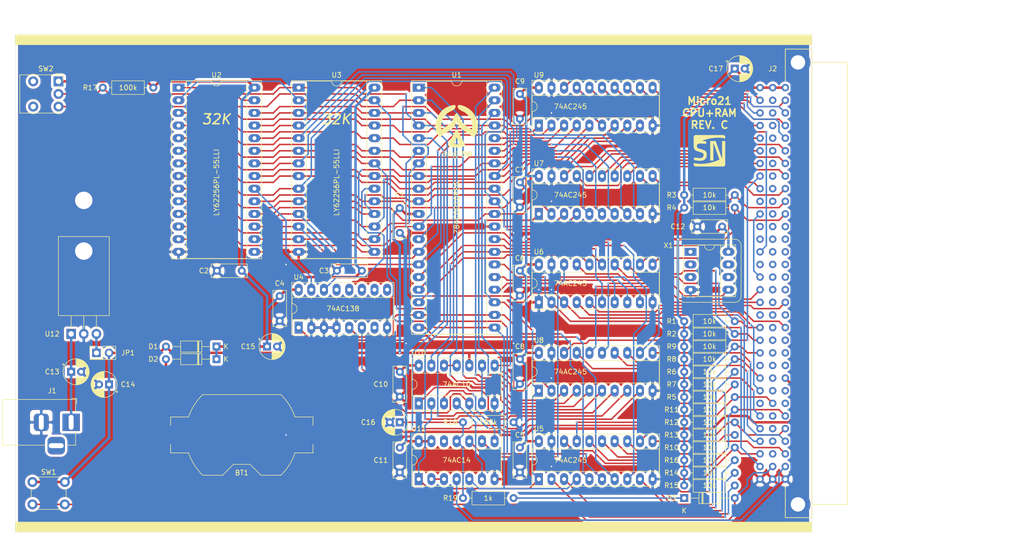
<source format=kicad_pcb>
(kicad_pcb (version 20171130) (host pcbnew 5.0.0+dfsg1-2)
  (layers (0 F.Cu signal) (31 B.Cu signal) (34 B.Paste user) (35 F.Paste user hide) (36 B.SilkS user) (37 F.SilkS user) (38 B.Mask user) (39 F.Mask user hide) (44 Edge.Cuts user))
  (net 0 "")
  (net 1 +BATT)
  (net 2 GND)
  (net 3 VCC)
  (net 4 VMEM)
  (net 5 "Net-(C13-Pad1)")
  (net 6 "Net-(C16-Pad1)")
  (net 7 "Net-(D3-Pad1)")
  (net 8 RESB)
  (net 9 D5)
  (net 10 D3)
  (net 11 D6)
  (net 12 D4)
  (net 13 A2)
  (net 14 A4)
  (net 15 A5)
  (net 16 A6)
  (net 17 ~WAIT)
  (net 18 ~BUSRQ)
  (net 19 "Net-(J2-PadA12)")
  (net 20 "Net-(J2-PadA13)")
  (net 21 "Net-(J2-PadA14)")
  (net 22 "Net-(J2-PadA15)")
  (net 23 "Net-(J2-PadA16)")
  (net 24 "Net-(J2-PadA17)")
  (net 25 A14)
  (net 26 "Net-(J2-PadA19)")
  (net 27 ~M1)
  (net 28 "Net-(J2-PadA21)")
  (net 29 "Net-(J2-PadA22)")
  (net 30 "Net-(J2-PadA23)")
  (net 31 "Net-(J2-PadA25)")
  (net 32 "Net-(J2-PadA26)")
  (net 33 ~IORQ)
  (net 34 ~RFSH)
  (net 35 A13)
  (net 36 A9)
  (net 37 ~BUSACK)
  (net 38 "Net-(J2-PadB30)")
  (net 39 "Net-(J2-PadB29)")
  (net 40 "Net-(J2-PadB28)")
  (net 41 "Net-(J2-PadB27)")
  (net 42 ~EXM)
  (net 43 "Net-(J2-PadB25)")
  (net 44 "Net-(J2-PadB24)")
  (net 45 "Net-(J2-PadB23)")
  (net 46 "Net-(J2-PadB22)")
  (net 47 "Net-(J2-PadB21)")
  (net 48 "Net-(J2-PadB20)")
  (net 49 "Net-(J2-PadB19)")
  (net 50 "Net-(J2-PadB18)")
  (net 51 "Net-(J2-PadB17)")
  (net 52 "Net-(J2-PadB16)")
  (net 53 "Net-(J2-PadB15)")
  (net 54 "Net-(J2-PadB14)")
  (net 55 "Net-(J2-PadB13)")
  (net 56 "Net-(J2-PadB12)")
  (net 57 "Net-(J2-PadB11)")
  (net 58 "Net-(J2-PadB10)")
  (net 59 "Net-(J2-PadB9)")
  (net 60 "Net-(J2-PadB8)")
  (net 61 "Net-(J2-PadB7)")
  (net 62 "Net-(J2-PadB6)")
  (net 63 "Net-(J2-PadB5)")
  (net 64 "Net-(J2-PadB3)")
  (net 65 "Net-(J2-PadB4)")
  (net 66 "Net-(J2-PadB2)")
  (net 67 D0)
  (net 68 D2)
  (net 69 D7)
  (net 70 A0)
  (net 71 A3)
  (net 72 A1)
  (net 73 A8)
  (net 74 A7)
  (net 75 "Net-(J2-PadC10)")
  (net 76 "Net-(J2-PadC11)")
  (net 77 "Net-(J2-PadC12)")
  (net 78 "Net-(J2-PadC13)")
  (net 79 D1)
  (net 80 "Net-(J2-PadC15)")
  (net 81 A11)
  (net 82 A10)
  (net 83 "Net-(J2-PadC19)")
  (net 84 ~NMI)
  (net 85 ~INT)
  (net 86 ~WR)
  (net 87 "Net-(J2-PadC23)")
  (net 88 ~RD)
  (net 89 ~HALT)
  (net 90 "Net-(J2-PadC26)")
  (net 91 A12)
  (net 92 A15)
  (net 93 CLK)
  (net 94 ~MREQ)
  (net 95 ~RESET)
  (net 96 "Net-(R6-Pad1)")
  (net 97 "Net-(R7-Pad1)")
  (net 98 "Net-(R13-Pad1)")
  (net 99 "Net-(R14-Pad1)")
  (net 100 "Net-(R15-Pad1)")
  (net 101 "Net-(R16-Pad1)")
  (net 102 "Net-(R17-Pad2)")
  (net 103 "Net-(SW2-Pad3)")
  (net 104 "Net-(U1-Pad1)")
  (net 105 "Net-(U1-Pad21)")
  (net 106 "Net-(U1-Pad2)")
  (net 107 "Net-(U1-Pad3)")
  (net 108 "Net-(U1-Pad23)")
  (net 109 "Net-(U1-Pad4)")
  (net 110 "Net-(U1-Pad24)")
  (net 111 "Net-(U1-Pad5)")
  (net 112 "Net-(U1-Pad25)")
  (net 113 "Net-(U1-Pad7)")
  (net 114 "Net-(U1-Pad27)")
  (net 115 "Net-(U1-Pad8)")
  (net 116 "Net-(U1-Pad28)")
  (net 117 "Net-(U1-Pad9)")
  (net 118 "Net-(U1-Pad10)")
  (net 119 "Net-(U1-Pad30)")
  (net 120 "Net-(U1-Pad31)")
  (net 121 "Net-(U1-Pad12)")
  (net 122 "Net-(U1-Pad32)")
  (net 123 "Net-(U1-Pad13)")
  (net 124 "Net-(U1-Pad33)")
  (net 125 "Net-(U1-Pad14)")
  (net 126 "Net-(U1-Pad34)")
  (net 127 "Net-(U1-Pad15)")
  (net 128 "Net-(U1-Pad35)")
  (net 129 "Net-(U1-Pad16)")
  (net 130 "Net-(U1-Pad36)")
  (net 131 "Net-(U1-Pad17)")
  (net 132 "Net-(U1-Pad37)")
  (net 133 "Net-(U1-Pad18)")
  (net 134 "Net-(U1-Pad38)")
  (net 135 "Net-(U1-Pad19)")
  (net 136 "Net-(U1-Pad39)")
  (net 137 "Net-(U1-Pad20)")
  (net 138 "Net-(U1-Pad40)")
  (net 139 "Net-(U2-Pad20)")
  (net 140 "Net-(U3-Pad20)")
  (net 141 "Net-(U4-Pad9)")
  (net 142 "Net-(U4-Pad10)")
  (net 143 "Net-(U4-Pad11)")
  (net 144 "Net-(U4-Pad12)")
  (net 145 "Net-(U4-Pad13)")
  (net 146 "Net-(U4-Pad7)")
  (net 147 "Net-(U6-Pad17)")
  (net 148 "Net-(U11-Pad10)")
  (net 149 "Net-(U10-Pad8)")
  (net 150 "Net-(U10-Pad6)")
  (net 151 "Net-(U10-Pad11)")
  (net 152 "Net-(U10-Pad4)")
  (net 153 "Net-(U10-Pad3)")
  (net 154 "Net-(U11-Pad2)")
  (net 155 "Net-(U11-Pad12)")
  (net 156 "Net-(X1-Pad1)")
  (net 157 "Net-(JP1-Pad1)")
  (module Package_DIP:DIP-40_W15.24mm_Socket_LongPads (layer F.Cu) (at 131.04 60.63)
    (fp_text reference U1 (at 7.62 -2.54) (layer F.SilkS))
    (fp_text value Z84C0010PEG (at 7.62 24.13 270) (layer F.SilkS))
    (pad 1 thru_hole rect (at 0 0) (size 2.4 1.6) (drill 0.8) (layers *.Cu *.Mask) (net 104 "Net-(U1-Pad1)"))
    (pad 21 thru_hole oval (at 15.24 48.26) (size 2.4 1.6) (drill 0.8) (layers *.Cu *.Mask) (net 105 "Net-(U1-Pad21)"))
    (pad 2 thru_hole oval (at 0 2.54) (size 2.4 1.6) (drill 0.8) (layers *.Cu *.Mask) (net 106 "Net-(U1-Pad2)"))
    (pad 22 thru_hole oval (at 15.24 45.72) (size 2.4 1.6) (drill 0.8) (layers *.Cu *.Mask) (net 103 "Net-(SW2-Pad3)"))
    (pad 3 thru_hole oval (at 0 5.08) (size 2.4 1.6) (drill 0.8) (layers *.Cu *.Mask) (net 107 "Net-(U1-Pad3)"))
    (pad 23 thru_hole oval (at 15.24 43.18) (size 2.4 1.6) (drill 0.8) (layers *.Cu *.Mask) (net 108 "Net-(U1-Pad23)"))
    (pad 4 thru_hole oval (at 0 7.62) (size 2.4 1.6) (drill 0.8) (layers *.Cu *.Mask) (net 109 "Net-(U1-Pad4)"))
    (pad 24 thru_hole oval (at 15.24 40.64) (size 2.4 1.6) (drill 0.8) (layers *.Cu *.Mask) (net 110 "Net-(U1-Pad24)"))
    (pad 5 thru_hole oval (at 0 10.16) (size 2.4 1.6) (drill 0.8) (layers *.Cu *.Mask) (net 111 "Net-(U1-Pad5)"))
    (pad 25 thru_hole oval (at 15.24 38.1) (size 2.4 1.6) (drill 0.8) (layers *.Cu *.Mask) (net 112 "Net-(U1-Pad25)"))
    (pad 6 thru_hole oval (at 0 12.7) (size 2.4 1.6) (drill 0.8) (layers *.Cu *.Mask) (net 93 CLK))
    (pad 26 thru_hole oval (at 15.24 35.56) (size 2.4 1.6) (drill 0.8) (layers *.Cu *.Mask) (net 95 ~RESET))
    (pad 7 thru_hole oval (at 0 15.24) (size 2.4 1.6) (drill 0.8) (layers *.Cu *.Mask) (net 113 "Net-(U1-Pad7)"))
    (pad 27 thru_hole oval (at 15.24 33.02) (size 2.4 1.6) (drill 0.8) (layers *.Cu *.Mask) (net 114 "Net-(U1-Pad27)"))
    (pad 8 thru_hole oval (at 0 17.78) (size 2.4 1.6) (drill 0.8) (layers *.Cu *.Mask) (net 115 "Net-(U1-Pad8)"))
    (pad 28 thru_hole oval (at 15.24 30.48) (size 2.4 1.6) (drill 0.8) (layers *.Cu *.Mask) (net 116 "Net-(U1-Pad28)"))
    (pad 9 thru_hole oval (at 0 20.32) (size 2.4 1.6) (drill 0.8) (layers *.Cu *.Mask) (net 117 "Net-(U1-Pad9)"))
    (pad 29 thru_hole oval (at 15.24 27.94) (size 2.4 1.6) (drill 0.8) (layers *.Cu *.Mask) (net 2 GND))
    (pad 10 thru_hole oval (at 0 22.86) (size 2.4 1.6) (drill 0.8) (layers *.Cu *.Mask) (net 118 "Net-(U1-Pad10)"))
    (pad 30 thru_hole oval (at 15.24 25.4) (size 2.4 1.6) (drill 0.8) (layers *.Cu *.Mask) (net 119 "Net-(U1-Pad30)"))
    (pad 11 thru_hole oval (at 0 25.4) (size 2.4 1.6) (drill 0.8) (layers *.Cu *.Mask) (net 3 VCC))
    (pad 31 thru_hole oval (at 15.24 22.86) (size 2.4 1.6) (drill 0.8) (layers *.Cu *.Mask) (net 120 "Net-(U1-Pad31)"))
    (pad 12 thru_hole oval (at 0 27.94) (size 2.4 1.6) (drill 0.8) (layers *.Cu *.Mask) (net 121 "Net-(U1-Pad12)"))
    (pad 32 thru_hole oval (at 15.24 20.32) (size 2.4 1.6) (drill 0.8) (layers *.Cu *.Mask) (net 122 "Net-(U1-Pad32)"))
    (pad 13 thru_hole oval (at 0 30.48) (size 2.4 1.6) (drill 0.8) (layers *.Cu *.Mask) (net 123 "Net-(U1-Pad13)"))
    (pad 33 thru_hole oval (at 15.24 17.78) (size 2.4 1.6) (drill 0.8) (layers *.Cu *.Mask) (net 124 "Net-(U1-Pad33)"))
    (pad 14 thru_hole oval (at 0 33.02) (size 2.4 1.6) (drill 0.8) (layers *.Cu *.Mask) (net 125 "Net-(U1-Pad14)"))
    (pad 34 thru_hole oval (at 15.24 15.24) (size 2.4 1.6) (drill 0.8) (layers *.Cu *.Mask) (net 126 "Net-(U1-Pad34)"))
    (pad 15 thru_hole oval (at 0 35.56) (size 2.4 1.6) (drill 0.8) (layers *.Cu *.Mask) (net 127 "Net-(U1-Pad15)"))
    (pad 35 thru_hole oval (at 15.24 12.7) (size 2.4 1.6) (drill 0.8) (layers *.Cu *.Mask) (net 128 "Net-(U1-Pad35)"))
    (pad 16 thru_hole oval (at 0 38.1) (size 2.4 1.6) (drill 0.8) (layers *.Cu *.Mask) (net 129 "Net-(U1-Pad16)"))
    (pad 36 thru_hole oval (at 15.24 10.16) (size 2.4 1.6) (drill 0.8) (layers *.Cu *.Mask) (net 130 "Net-(U1-Pad36)"))
    (pad 17 thru_hole oval (at 0 40.64) (size 2.4 1.6) (drill 0.8) (layers *.Cu *.Mask) (net 131 "Net-(U1-Pad17)"))
    (pad 37 thru_hole oval (at 15.24 7.62) (size 2.4 1.6) (drill 0.8) (layers *.Cu *.Mask) (net 132 "Net-(U1-Pad37)"))
    (pad 18 thru_hole oval (at 0 43.18) (size 2.4 1.6) (drill 0.8) (layers *.Cu *.Mask) (net 133 "Net-(U1-Pad18)"))
    (pad 38 thru_hole oval (at 15.24 5.08) (size 2.4 1.6) (drill 0.8) (layers *.Cu *.Mask) (net 134 "Net-(U1-Pad38)"))
    (pad 19 thru_hole oval (at 0 45.72) (size 2.4 1.6) (drill 0.8) (layers *.Cu *.Mask) (net 135 "Net-(U1-Pad19)"))
    (pad 39 thru_hole oval (at 15.24 2.54) (size 2.4 1.6) (drill 0.8) (layers *.Cu *.Mask) (net 136 "Net-(U1-Pad39)"))
    (pad 20 thru_hole oval (at 0 48.26) (size 2.4 1.6) (drill 0.8) (layers *.Cu *.Mask) (net 137 "Net-(U1-Pad20)"))
    (pad 40 thru_hole oval (at 15.24 0) (size 2.4 1.6) (drill 0.8) (layers *.Cu *.Mask) (net 138 "Net-(U1-Pad40)"))
  )
  (module common:zilog (layer F.Cu) (at 138.66 69.52)
    (fp_text reference G*** hide)
    (fp_text value LOGO hide)
  )
  (module common:logo (layer F.Cu) (at 189.46 73.33)
    (fp_text reference G*** hide)
    (fp_text value LOGO hide)
  )
  (module MountingHole:MountingHole_3.7mm_Pad (layer F.Cu) (at 63.73 83.3 90)
    (fp_text reference REF** hide)
    (fp_text value MountingHole_3.7mm_Pad)
    (pad 1 thru_hole circle (at 0 0 90) (size 6 6) (drill 3.5) (layers *.Cu *.Mask) (net 2 GND))
  )
  (module Battery:BatteryHolder_Keystone_1058_1x2032 (layer F.Cu) (at 95.48 130.48)
    (fp_text reference BT1 (at 0 7.62) (layer F.SilkS))
    (fp_text value CR2032)
    (pad 1 smd rect (at -14.68 0) (size 3.54 4.51) (layers F.Cu F.Paste F.Mask) (net 1 +BATT))
    (pad 2 smd rect (at 14.68 0) (size 3.54 4.51) (layers F.Cu F.Paste F.Mask) (net 2 GND))
  )
  (module Capacitor_THT:C_Rect_L7.0mm_W2.5mm_P5.00mm (layer F.Cu) (at 127.23 84.84 270)
    (fp_text reference C1 (at -2.62 0) (layer F.SilkS))
    (fp_text value 100nF)
    (pad 2 thru_hole circle (at 5 0 270) (size 1.6 1.6) (drill 0.8) (layers *.Cu *.Mask) (net 2 GND))
    (pad 1 thru_hole circle (at 0 0 270) (size 1.6 1.6) (drill 0.8) (layers *.Cu *.Mask) (net 3 VCC))
  )
  (module Capacitor_THT:C_Rect_L7.0mm_W2.5mm_P5.00mm (layer F.Cu) (at 95.48 97.46 180)
    (fp_text reference C2 (at 7.62 0 180) (layer F.SilkS))
    (fp_text value 100nF)
    (pad 2 thru_hole circle (at 5 0 180) (size 1.6 1.6) (drill 0.8) (layers *.Cu *.Mask) (net 2 GND))
    (pad 1 thru_hole circle (at 0 0 180) (size 1.6 1.6) (drill 0.8) (layers *.Cu *.Mask) (net 4 VMEM))
  )
  (module Capacitor_THT:C_Rect_L7.0mm_W2.5mm_P5.00mm (layer F.Cu) (at 119.61 97.46 180)
    (fp_text reference C3 (at 7.62 0 180) (layer F.SilkS))
    (fp_text value 100nF)
    (pad 2 thru_hole circle (at 5 0 180) (size 1.6 1.6) (drill 0.8) (layers *.Cu *.Mask) (net 2 GND))
    (pad 1 thru_hole circle (at 0 0 180) (size 1.6 1.6) (drill 0.8) (layers *.Cu *.Mask) (net 4 VMEM))
  )
  (module Capacitor_THT:C_Rect_L7.0mm_W2.5mm_P5.00mm (layer F.Cu) (at 103.1 102.54 270)
    (fp_text reference C4 (at -2.54 0) (layer F.SilkS))
    (fp_text value 100nF)
    (pad 1 thru_hole circle (at 0 0 270) (size 1.6 1.6) (drill 0.8) (layers *.Cu *.Mask) (net 4 VMEM))
    (pad 2 thru_hole circle (at 5 0 270) (size 1.6 1.6) (drill 0.8) (layers *.Cu *.Mask) (net 2 GND))
  )
  (module Capacitor_THT:C_Rect_L7.0mm_W2.5mm_P5.00mm (layer F.Cu) (at 151.36 133.02 270)
    (fp_text reference C5 (at -2.54 0) (layer F.SilkS))
    (fp_text value 100nF)
    (pad 2 thru_hole circle (at 5 0 270) (size 1.6 1.6) (drill 0.8) (layers *.Cu *.Mask) (net 2 GND))
    (pad 1 thru_hole circle (at 0 0 270) (size 1.6 1.6) (drill 0.8) (layers *.Cu *.Mask) (net 3 VCC))
  )
  (module Capacitor_THT:C_Rect_L7.0mm_W2.5mm_P5.00mm (layer F.Cu) (at 151.36 97.46 270)
    (fp_text reference C6 (at -2.54 0) (layer F.SilkS))
    (fp_text value 100nF)
    (pad 1 thru_hole circle (at 0 0 270) (size 1.6 1.6) (drill 0.8) (layers *.Cu *.Mask) (net 3 VCC))
    (pad 2 thru_hole circle (at 5 0 270) (size 1.6 1.6) (drill 0.8) (layers *.Cu *.Mask) (net 2 GND))
  )
  (module Capacitor_THT:C_Rect_L7.0mm_W2.5mm_P5.00mm (layer F.Cu) (at 151.36 79.68 270)
    (fp_text reference C7 (at -2.54 0) (layer F.SilkS))
    (fp_text value 100nF)
    (pad 1 thru_hole circle (at 0 0 270) (size 1.6 1.6) (drill 0.8) (layers *.Cu *.Mask) (net 3 VCC))
    (pad 2 thru_hole circle (at 5 0 270) (size 1.6 1.6) (drill 0.8) (layers *.Cu *.Mask) (net 2 GND))
  )
  (module Capacitor_THT:C_Rect_L7.0mm_W2.5mm_P5.00mm (layer F.Cu) (at 151.36 115.24 270)
    (fp_text reference C8 (at -2.54 0) (layer F.SilkS))
    (fp_text value 100nF)
    (pad 1 thru_hole circle (at 0 0 270) (size 1.6 1.6) (drill 0.8) (layers *.Cu *.Mask) (net 3 VCC))
    (pad 2 thru_hole circle (at 5 0 270) (size 1.6 1.6) (drill 0.8) (layers *.Cu *.Mask) (net 2 GND))
  )
  (module Capacitor_THT:C_Rect_L7.0mm_W2.5mm_P5.00mm (layer F.Cu) (at 151.36 61.9 270)
    (fp_text reference C9 (at -2.54 0) (layer F.SilkS))
    (fp_text value 100nF)
    (pad 1 thru_hole circle (at 0 0 270) (size 1.6 1.6) (drill 0.8) (layers *.Cu *.Mask) (net 3 VCC))
    (pad 2 thru_hole circle (at 5 0 270) (size 1.6 1.6) (drill 0.8) (layers *.Cu *.Mask) (net 2 GND))
  )
  (module Capacitor_THT:C_Rect_L7.0mm_W2.5mm_P5.00mm (layer F.Cu) (at 127.23 117.78 270)
    (fp_text reference C10 (at 2.5 3.81) (layer F.SilkS))
    (fp_text value 100nF)
    (pad 1 thru_hole circle (at 0 0 270) (size 1.6 1.6) (drill 0.8) (layers *.Cu *.Mask) (net 3 VCC))
    (pad 2 thru_hole circle (at 5 0 270) (size 1.6 1.6) (drill 0.8) (layers *.Cu *.Mask) (net 2 GND))
  )
  (module Capacitor_THT:C_Rect_L7.0mm_W2.5mm_P5.00mm (layer F.Cu) (at 127.23 133.02 270)
    (fp_text reference C11 (at 2.54 3.81) (layer F.SilkS))
    (fp_text value 100nF)
    (pad 2 thru_hole circle (at 5 0 270) (size 1.6 1.6) (drill 0.8) (layers *.Cu *.Mask) (net 2 GND))
    (pad 1 thru_hole circle (at 0 0 270) (size 1.6 1.6) (drill 0.8) (layers *.Cu *.Mask) (net 3 VCC))
  )
  (module Capacitor_THT:C_Rect_L7.0mm_W2.5mm_P5.00mm (layer F.Cu) (at 187 88.57)
    (fp_text reference C12 (at -3.89 0) (layer F.SilkS))
    (fp_text value 100nF)
    (pad 2 thru_hole circle (at 5 0) (size 1.6 1.6) (drill 0.8) (layers *.Cu *.Mask) (net 3 VCC))
    (pad 1 thru_hole circle (at 0 0) (size 1.6 1.6) (drill 0.8) (layers *.Cu *.Mask) (net 2 GND))
  )
  (module Capacitor_THT:CP_Radial_D5.0mm_P2.00mm (layer F.Cu) (at 61.19 117.78)
    (fp_text reference C13 (at -3.81 0) (layer F.SilkS))
    (fp_text value 10µF)
    (pad 2 thru_hole circle (at 2 0) (size 1.6 1.6) (drill 0.8) (layers *.Cu *.Mask) (net 2 GND))
    (pad 1 thru_hole rect (at 0 0) (size 1.6 1.6) (drill 0.8) (layers *.Cu *.Mask) (net 5 "Net-(C13-Pad1)"))
  )
  (module Capacitor_THT:CP_Radial_D5.0mm_P2.00mm (layer F.Cu) (at 68.81 120.32 180)
    (fp_text reference C14 (at -3.81 0 180) (layer F.SilkS))
    (fp_text value 10µF)
    (pad 1 thru_hole rect (at 0 0 180) (size 1.6 1.6) (drill 0.8) (layers *.Cu *.Mask) (net 3 VCC))
    (pad 2 thru_hole circle (at 2 0 180) (size 1.6 1.6) (drill 0.8) (layers *.Cu *.Mask) (net 2 GND))
  )
  (module Capacitor_THT:CP_Radial_D5.0mm_P2.00mm (layer F.Cu) (at 100.56 112.7)
    (fp_text reference C15 (at -3.81 0) (layer F.SilkS))
    (fp_text value 1µF)
    (pad 1 thru_hole rect (at 0 0) (size 1.6 1.6) (drill 0.8) (layers *.Cu *.Mask) (net 4 VMEM))
    (pad 2 thru_hole circle (at 2 0) (size 1.6 1.6) (drill 0.8) (layers *.Cu *.Mask) (net 2 GND))
  )
  (module Capacitor_THT:CP_Radial_D5.0mm_P2.00mm (layer F.Cu) (at 127.23 127.94 180)
    (fp_text reference C16 (at 6.35 0 180) (layer F.SilkS))
    (fp_text value 1µF)
    (pad 1 thru_hole rect (at 0 0 180) (size 1.6 1.6) (drill 0.8) (layers *.Cu *.Mask) (net 6 "Net-(C16-Pad1)"))
    (pad 2 thru_hole circle (at 2 0 180) (size 1.6 1.6) (drill 0.8) (layers *.Cu *.Mask) (net 2 GND))
  )
  (module Capacitor_THT:CP_Radial_D5.0mm_P2.00mm (layer F.Cu) (at 194.54 56.82)
    (fp_text reference C17 (at -3.81 0) (layer F.SilkS))
    (fp_text value 1µF)
    (pad 2 thru_hole circle (at 2 0) (size 1.6 1.6) (drill 0.8) (layers *.Cu *.Mask) (net 2 GND))
    (pad 1 thru_hole rect (at 0 0) (size 1.6 1.6) (drill 0.8) (layers *.Cu *.Mask) (net 3 VCC))
  )
  (module Diode_THT:D_DO-35_SOD27_P10.16mm_Horizontal (layer F.Cu) (at 90.4 112.7 180)
    (fp_text reference D1 (at 12.7 0 180) (layer F.SilkS))
    (fp_text value BAT46)
    (fp_text user K (at -1.905 0 180) (layer F.SilkS))
    (pad 2 thru_hole oval (at 10.16 0 180) (size 1.6 1.6) (drill 0.8) (layers *.Cu *.Mask) (net 3 VCC))
    (pad 1 thru_hole rect (at 0 0 180) (size 1.6 1.6) (drill 0.8) (layers *.Cu *.Mask) (net 4 VMEM))
  )
  (module Diode_THT:D_DO-35_SOD27_P10.16mm_Horizontal (layer F.Cu) (at 90.4 115.24 180)
    (fp_text reference D2 (at 12.7 0 180) (layer F.SilkS))
    (fp_text value BAT46)
    (fp_text user K (at -1.905 0 180) (layer F.SilkS))
    (pad 1 thru_hole rect (at 0 0 180) (size 1.6 1.6) (drill 0.8) (layers *.Cu *.Mask) (net 4 VMEM))
    (pad 2 thru_hole oval (at 10.16 0 180) (size 1.6 1.6) (drill 0.8) (layers *.Cu *.Mask) (net 1 +BATT))
  )
  (module Diode_THT:D_DO-35_SOD27_P10.16mm_Horizontal (layer F.Cu) (at 184.38 143.18)
    (fp_text reference D3 (at -2.54 0) (layer F.SilkS))
    (fp_text value BAT46)
    (fp_text user K (at 0 2.54) (layer F.SilkS))
    (pad 1 thru_hole rect (at 0 0) (size 1.6 1.6) (drill 0.8) (layers *.Cu *.Mask) (net 7 "Net-(D3-Pad1)"))
    (pad 2 thru_hole oval (at 10.16 0) (size 1.6 1.6) (drill 0.8) (layers *.Cu *.Mask) (net 8 RESB))
  )
  (module Connector_BarrelJack:BarrelJack_Horizontal (layer F.Cu) (at 61.19 127.94)
    (fp_text reference J1 (at -3.81 -6.35) (layer F.SilkS))
    (fp_text value Barrel_Jack)
    (pad 1 thru_hole rect (at 0 0) (size 3.5 3.5) (drill oval 1 3) (layers *.Cu *.Mask) (net 5 "Net-(C13-Pad1)"))
    (pad 2 thru_hole roundrect (at -6 0) (size 3 3.5) (drill oval 1 3) (layers *.Cu *.Mask) (net 2 GND))
    (pad 3 thru_hole roundrect (at -3 4.7) (size 3.5 3.5) (drill oval 3 1) (layers *.Cu *.Mask))
  )
  (module common:Socket_DIN41612-CaseC1-full-Male-96Pin-3rows (layer F.Cu) (at 202.16 100 90)
    (fp_text reference J2 (at 43.18 0 180) (layer F.SilkS))
    (fp_text value C96ABC)
    (pad A1 thru_hole circle (at 39.37 2.54 270) (size 1.50114 1.50114) (drill 0.8001) (layers *.Cu *.Mask) (net 3 VCC))
    (pad A2 thru_hole circle (at 36.83 2.54 270) (size 1.50114 1.50114) (drill 0.8001) (layers *.Cu *.Mask) (net 9 D5))
    (pad A4 thru_hole circle (at 31.75 2.54 270) (size 1.50114 1.50114) (drill 0.8001) (layers *.Cu *.Mask) (net 10 D3))
    (pad A3 thru_hole circle (at 34.29 2.54 270) (size 1.50114 1.50114) (drill 0.8001) (layers *.Cu *.Mask) (net 11 D6))
    (pad A5 thru_hole circle (at 29.21 2.54 270) (size 1.50114 1.50114) (drill 0.8001) (layers *.Cu *.Mask) (net 12 D4))
    (pad A6 thru_hole circle (at 26.67 2.54 270) (size 1.50114 1.50114) (drill 0.8001) (layers *.Cu *.Mask) (net 13 A2))
    (pad A7 thru_hole circle (at 24.13 2.54 270) (size 1.50114 1.50114) (drill 0.8001) (layers *.Cu *.Mask) (net 14 A4))
    (pad A8 thru_hole circle (at 21.59 2.54 270) (size 1.50114 1.50114) (drill 0.8001) (layers *.Cu *.Mask) (net 15 A5))
    (pad A9 thru_hole circle (at 19.05 2.54 270) (size 1.50114 1.50114) (drill 0.8001) (layers *.Cu *.Mask) (net 16 A6))
    (pad A10 thru_hole circle (at 16.51 2.54 270) (size 1.50114 1.50114) (drill 0.8001) (layers *.Cu *.Mask) (net 17 ~WAIT))
    (pad A11 thru_hole circle (at 13.97 2.54 270) (size 1.50114 1.50114) (drill 0.8001) (layers *.Cu *.Mask) (net 18 ~BUSRQ))
    (pad A12 thru_hole circle (at 11.43 2.54 270) (size 1.50114 1.50114) (drill 0.8001) (layers *.Cu *.Mask) (net 19 "Net-(J2-PadA12)"))
    (pad A13 thru_hole circle (at 8.89 2.54 270) (size 1.50114 1.50114) (drill 0.8001) (layers *.Cu *.Mask) (net 20 "Net-(J2-PadA13)"))
    (pad A14 thru_hole circle (at 6.35 2.54 270) (size 1.50114 1.50114) (drill 0.8001) (layers *.Cu *.Mask) (net 21 "Net-(J2-PadA14)"))
    (pad A15 thru_hole circle (at 3.81 2.54 270) (size 1.50114 1.50114) (drill 0.8001) (layers *.Cu *.Mask) (net 22 "Net-(J2-PadA15)"))
    (pad A16 thru_hole circle (at 1.27 2.54 270) (size 1.50114 1.50114) (drill 0.8001) (layers *.Cu *.Mask) (net 23 "Net-(J2-PadA16)"))
    (pad A17 thru_hole circle (at -1.27 2.54 270) (size 1.50114 1.50114) (drill 0.8001) (layers *.Cu *.Mask) (net 24 "Net-(J2-PadA17)"))
    (pad A18 thru_hole circle (at -3.81 2.54 270) (size 1.50114 1.50114) (drill 0.8001) (layers *.Cu *.Mask) (net 25 A14))
    (pad A19 thru_hole circle (at -6.35 2.54 270) (size 1.50114 1.50114) (drill 0.8001) (layers *.Cu *.Mask) (net 26 "Net-(J2-PadA19)"))
    (pad A20 thru_hole circle (at -8.89 2.54 270) (size 1.50114 1.50114) (drill 0.8001) (layers *.Cu *.Mask) (net 27 ~M1))
    (pad A21 thru_hole circle (at -11.43 2.54 270) (size 1.50114 1.50114) (drill 0.8001) (layers *.Cu *.Mask) (net 28 "Net-(J2-PadA21)"))
    (pad A22 thru_hole circle (at -13.97 2.54 270) (size 1.50114 1.50114) (drill 0.8001) (layers *.Cu *.Mask) (net 29 "Net-(J2-PadA22)"))
    (pad A23 thru_hole circle (at -16.51 2.54 270) (size 1.50114 1.50114) (drill 0.8001) (layers *.Cu *.Mask) (net 30 "Net-(J2-PadA23)"))
    (pad A24 thru_hole circle (at -19.05 2.54 270) (size 1.50114 1.50114) (drill 0.8001) (layers *.Cu *.Mask) (net 1 +BATT))
    (pad A25 thru_hole circle (at -21.59 2.54 270) (size 1.50114 1.50114) (drill 0.8001) (layers *.Cu *.Mask) (net 31 "Net-(J2-PadA25)"))
    (pad A26 thru_hole circle (at -24.13 2.54 270) (size 1.50114 1.50114) (drill 0.8001) (layers *.Cu *.Mask) (net 32 "Net-(J2-PadA26)"))
    (pad A27 thru_hole circle (at -26.67 2.54 270) (size 1.50114 1.50114) (drill 0.8001) (layers *.Cu *.Mask) (net 33 ~IORQ))
    (pad A28 thru_hole circle (at -29.21 2.54 270) (size 1.50114 1.50114) (drill 0.8001) (layers *.Cu *.Mask) (net 34 ~RFSH))
    (pad A29 thru_hole circle (at -31.75 2.54 270) (size 1.50114 1.50114) (drill 0.8001) (layers *.Cu *.Mask) (net 35 A13))
    (pad A30 thru_hole circle (at -34.29 2.54 270) (size 1.50114 1.50114) (drill 0.8001) (layers *.Cu *.Mask) (net 36 A9))
    (pad A31 thru_hole circle (at -36.83 2.54 270) (size 1.50114 1.50114) (drill 0.8001) (layers *.Cu *.Mask) (net 37 ~BUSACK))
    (pad A32 thru_hole circle (at -39.37 2.54 270) (size 1.50114 1.50114) (drill 0.8001) (layers *.Cu *.Mask) (net 2 GND))
    (pad B32 thru_hole circle (at -39.37 0 270) (size 1.50114 1.50114) (drill 0.8001) (layers *.Cu *.Mask) (net 2 GND))
    (pad B31 thru_hole circle (at -36.83 0 270) (size 1.50114 1.50114) (drill 0.8001) (layers *.Cu *.Mask) (net 8 RESB))
    (pad B30 thru_hole circle (at -34.29 0 270) (size 1.50114 1.50114) (drill 0.8001) (layers *.Cu *.Mask) (net 38 "Net-(J2-PadB30)"))
    (pad B29 thru_hole circle (at -31.75 0 270) (size 1.50114 1.50114) (drill 0.8001) (layers *.Cu *.Mask) (net 39 "Net-(J2-PadB29)"))
    (pad B28 thru_hole circle (at -29.21 0 270) (size 1.50114 1.50114) (drill 0.8001) (layers *.Cu *.Mask) (net 40 "Net-(J2-PadB28)"))
    (pad B27 thru_hole circle (at -26.67 0 270) (size 1.50114 1.50114) (drill 0.8001) (layers *.Cu *.Mask) (net 41 "Net-(J2-PadB27)"))
    (pad B26 thru_hole circle (at -24.13 0 270) (size 1.50114 1.50114) (drill 0.8001) (layers *.Cu *.Mask) (net 42 ~EXM))
    (pad B25 thru_hole circle (at -21.59 0 270) (size 1.50114 1.50114) (drill 0.8001) (layers *.Cu *.Mask) (net 43 "Net-(J2-PadB25)"))
    (pad B24 thru_hole circle (at -19.05 0 270) (size 1.50114 1.50114) (drill 0.8001) (layers *.Cu *.Mask) (net 44 "Net-(J2-PadB24)"))
    (pad B23 thru_hole circle (at -16.51 0 270) (size 1.50114 1.50114) (drill 0.8001) (layers *.Cu *.Mask) (net 45 "Net-(J2-PadB23)"))
    (pad B22 thru_hole circle (at -13.97 0 270) (size 1.50114 1.50114) (drill 0.8001) (layers *.Cu *.Mask) (net 46 "Net-(J2-PadB22)"))
    (pad B21 thru_hole circle (at -11.43 0 270) (size 1.50114 1.50114) (drill 0.8001) (layers *.Cu *.Mask) (net 47 "Net-(J2-PadB21)"))
    (pad B20 thru_hole circle (at -8.89 0 270) (size 1.50114 1.50114) (drill 0.8001) (layers *.Cu *.Mask) (net 48 "Net-(J2-PadB20)"))
    (pad B19 thru_hole circle (at -6.35 0 270) (size 1.50114 1.50114) (drill 0.8001) (layers *.Cu *.Mask) (net 49 "Net-(J2-PadB19)"))
    (pad B18 thru_hole circle (at -3.81 0 270) (size 1.50114 1.50114) (drill 0.8001) (layers *.Cu *.Mask) (net 50 "Net-(J2-PadB18)"))
    (pad B17 thru_hole circle (at -1.27 0 270) (size 1.50114 1.50114) (drill 0.8001) (layers *.Cu *.Mask) (net 51 "Net-(J2-PadB17)"))
    (pad B16 thru_hole circle (at 1.27 0 270) (size 1.50114 1.50114) (drill 0.8001) (layers *.Cu *.Mask) (net 52 "Net-(J2-PadB16)"))
    (pad B15 thru_hole circle (at 3.81 0 270) (size 1.50114 1.50114) (drill 0.8001) (layers *.Cu *.Mask) (net 53 "Net-(J2-PadB15)"))
    (pad B14 thru_hole circle (at 6.35 0 270) (size 1.50114 1.50114) (drill 0.8001) (layers *.Cu *.Mask) (net 54 "Net-(J2-PadB14)"))
    (pad B13 thru_hole circle (at 8.89 0 270) (size 1.50114 1.50114) (drill 0.8001) (layers *.Cu *.Mask) (net 55 "Net-(J2-PadB13)"))
    (pad B12 thru_hole circle (at 11.43 0 270) (size 1.50114 1.50114) (drill 0.8001) (layers *.Cu *.Mask) (net 56 "Net-(J2-PadB12)"))
    (pad B11 thru_hole circle (at 13.97 0 270) (size 1.50114 1.50114) (drill 0.8001) (layers *.Cu *.Mask) (net 57 "Net-(J2-PadB11)"))
    (pad B10 thru_hole circle (at 16.51 0 270) (size 1.50114 1.50114) (drill 0.8001) (layers *.Cu *.Mask) (net 58 "Net-(J2-PadB10)"))
    (pad B9 thru_hole circle (at 19.05 0 270) (size 1.50114 1.50114) (drill 0.8001) (layers *.Cu *.Mask) (net 59 "Net-(J2-PadB9)"))
    (pad B8 thru_hole circle (at 21.59 0 270) (size 1.50114 1.50114) (drill 0.8001) (layers *.Cu *.Mask) (net 60 "Net-(J2-PadB8)"))
    (pad B7 thru_hole circle (at 24.13 0 270) (size 1.50114 1.50114) (drill 0.8001) (layers *.Cu *.Mask) (net 61 "Net-(J2-PadB7)"))
    (pad B6 thru_hole circle (at 26.67 0 270) (size 1.50114 1.50114) (drill 0.8001) (layers *.Cu *.Mask) (net 62 "Net-(J2-PadB6)"))
    (pad B5 thru_hole circle (at 29.21 0 270) (size 1.50114 1.50114) (drill 0.8001) (layers *.Cu *.Mask) (net 63 "Net-(J2-PadB5)"))
    (pad B3 thru_hole circle (at 34.29 0 270) (size 1.50114 1.50114) (drill 0.8001) (layers *.Cu *.Mask) (net 64 "Net-(J2-PadB3)"))
    (pad B4 thru_hole circle (at 31.75 0 270) (size 1.50114 1.50114) (drill 0.8001) (layers *.Cu *.Mask) (net 65 "Net-(J2-PadB4)"))
    (pad B2 thru_hole circle (at 36.83 0 270) (size 1.50114 1.50114) (drill 0.8001) (layers *.Cu *.Mask) (net 66 "Net-(J2-PadB2)"))
    (pad B1 thru_hole circle (at 39.37 0 270) (size 1.50114 1.50114) (drill 0.8001) (layers *.Cu *.Mask) (net 3 VCC))
    (pad C1 thru_hole circle (at 39.37 -2.54 270) (size 1.50114 1.50114) (drill 0.8001) (layers *.Cu *.Mask) (net 3 VCC))
    (pad C2 thru_hole circle (at 36.83 -2.54 270) (size 1.50114 1.50114) (drill 0.8001) (layers *.Cu *.Mask) (net 67 D0))
    (pad C4 thru_hole circle (at 31.75 -2.54 270) (size 1.50114 1.50114) (drill 0.8001) (layers *.Cu *.Mask) (net 68 D2))
    (pad C3 thru_hole circle (at 34.29 -2.54 270) (size 1.50114 1.50114) (drill 0.8001) (layers *.Cu *.Mask) (net 69 D7))
    (pad C5 thru_hole circle (at 29.21 -2.54 270) (size 1.50114 1.50114) (drill 0.8001) (layers *.Cu *.Mask) (net 70 A0))
    (pad C6 thru_hole circle (at 26.67 -2.54 270) (size 1.50114 1.50114) (drill 0.8001) (layers *.Cu *.Mask) (net 71 A3))
    (pad C7 thru_hole circle (at 24.13 -2.54 270) (size 1.50114 1.50114) (drill 0.8001) (layers *.Cu *.Mask) (net 72 A1))
    (pad C8 thru_hole circle (at 21.59 -2.54 270) (size 1.50114 1.50114) (drill 0.8001) (layers *.Cu *.Mask) (net 73 A8))
    (pad C9 thru_hole circle (at 19.05 -2.54 270) (size 1.50114 1.50114) (drill 0.8001) (layers *.Cu *.Mask) (net 74 A7))
    (pad C10 thru_hole circle (at 16.51 -2.54 270) (size 1.50114 1.50114) (drill 0.8001) (layers *.Cu *.Mask) (net 75 "Net-(J2-PadC10)"))
    (pad C11 thru_hole circle (at 13.97 -2.54 270) (size 1.50114 1.50114) (drill 0.8001) (layers *.Cu *.Mask) (net 76 "Net-(J2-PadC11)"))
    (pad C12 thru_hole circle (at 11.43 -2.54 270) (size 1.50114 1.50114) (drill 0.8001) (layers *.Cu *.Mask) (net 77 "Net-(J2-PadC12)"))
    (pad C13 thru_hole circle (at 8.89 -2.54 270) (size 1.50114 1.50114) (drill 0.8001) (layers *.Cu *.Mask) (net 78 "Net-(J2-PadC13)"))
    (pad C14 thru_hole circle (at 6.35 -2.54 270) (size 1.50114 1.50114) (drill 0.8001) (layers *.Cu *.Mask) (net 79 D1))
    (pad C15 thru_hole circle (at 3.81 -2.54 270) (size 1.50114 1.50114) (drill 0.8001) (layers *.Cu *.Mask) (net 80 "Net-(J2-PadC15)"))
    (pad C16 thru_hole circle (at 1.27 -2.54 270) (size 1.50114 1.50114) (drill 0.8001) (layers *.Cu *.Mask) (net 76 "Net-(J2-PadC11)"))
    (pad C17 thru_hole circle (at -1.27 -2.54 270) (size 1.50114 1.50114) (drill 0.8001) (layers *.Cu *.Mask) (net 81 A11))
    (pad C18 thru_hole circle (at -3.81 -2.54 270) (size 1.50114 1.50114) (drill 0.8001) (layers *.Cu *.Mask) (net 82 A10))
    (pad C19 thru_hole circle (at -6.35 -2.54 270) (size 1.50114 1.50114) (drill 0.8001) (layers *.Cu *.Mask) (net 83 "Net-(J2-PadC19)"))
    (pad C20 thru_hole circle (at -8.89 -2.54 270) (size 1.50114 1.50114) (drill 0.8001) (layers *.Cu *.Mask) (net 84 ~NMI))
    (pad C21 thru_hole circle (at -11.43 -2.54 270) (size 1.50114 1.50114) (drill 0.8001) (layers *.Cu *.Mask) (net 85 ~INT))
    (pad C22 thru_hole circle (at -13.97 -2.54 270) (size 1.50114 1.50114) (drill 0.8001) (layers *.Cu *.Mask) (net 86 ~WR))
    (pad C23 thru_hole circle (at -16.51 -2.54 270) (size 1.50114 1.50114) (drill 0.8001) (layers *.Cu *.Mask) (net 87 "Net-(J2-PadC23)"))
    (pad C24 thru_hole circle (at -19.05 -2.54 270) (size 1.50114 1.50114) (drill 0.8001) (layers *.Cu *.Mask) (net 88 ~RD))
    (pad C25 thru_hole circle (at -21.59 -2.54 270) (size 1.50114 1.50114) (drill 0.8001) (layers *.Cu *.Mask) (net 89 ~HALT))
    (pad C26 thru_hole circle (at -24.13 -2.54 270) (size 1.50114 1.50114) (drill 0.8001) (layers *.Cu *.Mask) (net 90 "Net-(J2-PadC26)"))
    (pad C27 thru_hole circle (at -26.67 -2.54 270) (size 1.50114 1.50114) (drill 0.8001) (layers *.Cu *.Mask) (net 91 A12))
    (pad C28 thru_hole circle (at -29.21 -2.54 270) (size 1.50114 1.50114) (drill 0.8001) (layers *.Cu *.Mask) (net 92 A15))
    (pad C29 thru_hole circle (at -31.75 -2.54 270) (size 1.50114 1.50114) (drill 0.8001) (layers *.Cu *.Mask) (net 93 CLK))
    (pad C30 thru_hole circle (at -34.29 -2.54 270) (size 1.50114 1.50114) (drill 0.8001) (layers *.Cu *.Mask) (net 94 ~MREQ))
    (pad C31 thru_hole circle (at -36.83 -2.54 270) (size 1.50114 1.50114) (drill 0.8001) (layers *.Cu *.Mask) (net 95 ~RESET))
    (pad C32 thru_hole circle (at -39.37 -2.54 270) (size 1.50114 1.50114) (drill 0.8001) (layers *.Cu *.Mask) (net 2 GND))
    (pad A32 thru_hole circle (at -44.45 5.08 90) (size 5 5) (drill 2.90068) (layers *.Cu *.Mask) (net 2 GND))
    (pad A32 thru_hole circle (at 44.45 5.08 90) (size 5 5) (drill 2.90068) (layers *.Cu *.Mask) (net 2 GND))
  )
  (module Resistor_THT:R_Axial_DIN0207_L6.3mm_D2.5mm_P10.16mm_Horizontal (layer F.Cu) (at 194.54 107.62 180)
    (fp_text reference R1 (at 12.7 0 180) (layer F.SilkS))
    (fp_text value 10k (at 5.08 0 180) (layer F.SilkS))
    (pad 2 thru_hole oval (at 10.16 0 180) (size 1.6 1.6) (drill 0.8) (layers *.Cu *.Mask) (net 3 VCC))
    (pad 1 thru_hole circle (at 0 0 180) (size 1.6 1.6) (drill 0.8) (layers *.Cu *.Mask) (net 84 ~NMI))
  )
  (module Resistor_THT:R_Axial_DIN0207_L6.3mm_D2.5mm_P10.16mm_Horizontal (layer F.Cu) (at 194.54 110.16 180)
    (fp_text reference R2 (at 12.7 0 180) (layer F.SilkS))
    (fp_text value 10k (at 5.08 0 180) (layer F.SilkS))
    (pad 1 thru_hole circle (at 0 0 180) (size 1.6 1.6) (drill 0.8) (layers *.Cu *.Mask) (net 85 ~INT))
    (pad 2 thru_hole oval (at 10.16 0 180) (size 1.6 1.6) (drill 0.8) (layers *.Cu *.Mask) (net 3 VCC))
  )
  (module Resistor_THT:R_Axial_DIN0207_L6.3mm_D2.5mm_P10.16mm_Horizontal (layer F.Cu) (at 194.54 82.22 180)
    (fp_text reference R3 (at 12.7 0 180) (layer F.SilkS))
    (fp_text value 10k (at 5.08 0 180) (layer F.SilkS))
    (pad 2 thru_hole oval (at 10.16 0 180) (size 1.6 1.6) (drill 0.8) (layers *.Cu *.Mask) (net 3 VCC))
    (pad 1 thru_hole circle (at 0 0 180) (size 1.6 1.6) (drill 0.8) (layers *.Cu *.Mask) (net 17 ~WAIT))
  )
  (module Resistor_THT:R_Axial_DIN0207_L6.3mm_D2.5mm_P10.16mm_Horizontal (layer F.Cu) (at 194.54 84.76 180)
    (fp_text reference R4 (at 12.7 0 180) (layer F.SilkS))
    (fp_text value 10k (at 5.08 0 180) (layer F.SilkS))
    (pad 2 thru_hole oval (at 10.16 0 180) (size 1.6 1.6) (drill 0.8) (layers *.Cu *.Mask) (net 3 VCC))
    (pad 1 thru_hole circle (at 0 0 180) (size 1.6 1.6) (drill 0.8) (layers *.Cu *.Mask) (net 18 ~BUSRQ))
  )
  (module Resistor_THT:R_Axial_DIN0207_L6.3mm_D2.5mm_P10.16mm_Horizontal (layer F.Cu) (at 194.54 122.86 180)
    (fp_text reference R5 (at 12.7 0 180) (layer F.SilkS))
    (fp_text value 10k (at 5.08 0 180) (layer F.SilkS))
    (pad 1 thru_hole circle (at 0 0 180) (size 1.6 1.6) (drill 0.8) (layers *.Cu *.Mask) (net 42 ~EXM))
    (pad 2 thru_hole oval (at 10.16 0 180) (size 1.6 1.6) (drill 0.8) (layers *.Cu *.Mask) (net 3 VCC))
  )
  (module Resistor_THT:R_Axial_DIN0207_L6.3mm_D2.5mm_P10.16mm_Horizontal (layer F.Cu) (at 194.54 117.78 180)
    (fp_text reference R6 (at 12.7 0 180) (layer F.SilkS))
    (fp_text value 10k (at 5.08 0 180) (layer F.SilkS))
    (pad 2 thru_hole oval (at 10.16 0 180) (size 1.6 1.6) (drill 0.8) (layers *.Cu *.Mask) (net 3 VCC))
    (pad 1 thru_hole circle (at 0 0 180) (size 1.6 1.6) (drill 0.8) (layers *.Cu *.Mask) (net 96 "Net-(R6-Pad1)"))
  )
  (module Resistor_THT:R_Axial_DIN0207_L6.3mm_D2.5mm_P10.16mm_Horizontal (layer F.Cu) (at 194.54 120.32 180)
    (fp_text reference R7 (at 12.7 0 180) (layer F.SilkS))
    (fp_text value 10k (at 5.08 0 180) (layer F.SilkS))
    (pad 2 thru_hole oval (at 10.16 0 180) (size 1.6 1.6) (drill 0.8) (layers *.Cu *.Mask) (net 3 VCC))
    (pad 1 thru_hole circle (at 0 0 180) (size 1.6 1.6) (drill 0.8) (layers *.Cu *.Mask) (net 97 "Net-(R7-Pad1)"))
  )
  (module Resistor_THT:R_Axial_DIN0207_L6.3mm_D2.5mm_P10.16mm_Horizontal (layer F.Cu) (at 194.54 115.24 180)
    (fp_text reference R8 (at 12.7 0 180) (layer F.SilkS))
    (fp_text value 10k (at 5.08 0 180) (layer F.SilkS))
    (pad 1 thru_hole circle (at 0 0 180) (size 1.6 1.6) (drill 0.8) (layers *.Cu *.Mask) (net 88 ~RD))
    (pad 2 thru_hole oval (at 10.16 0 180) (size 1.6 1.6) (drill 0.8) (layers *.Cu *.Mask) (net 3 VCC))
  )
  (module Resistor_THT:R_Axial_DIN0207_L6.3mm_D2.5mm_P10.16mm_Horizontal (layer F.Cu) (at 194.54 112.7 180)
    (fp_text reference R9 (at 12.7 0 180) (layer F.SilkS))
    (fp_text value 10k (at 5.08 0 180) (layer F.SilkS))
    (pad 1 thru_hole circle (at 0 0 180) (size 1.6 1.6) (drill 0.8) (layers *.Cu *.Mask) (net 86 ~WR))
    (pad 2 thru_hole oval (at 10.16 0 180) (size 1.6 1.6) (drill 0.8) (layers *.Cu *.Mask) (net 3 VCC))
  )
  (module Resistor_THT:R_Axial_DIN0207_L6.3mm_D2.5mm_P10.16mm_Horizontal (layer F.Cu) (at 194.54 133.02 180)
    (fp_text reference R10 (at 12.7 0 180) (layer F.SilkS))
    (fp_text value 10k (at 5.08 0 180) (layer F.SilkS))
    (pad 2 thru_hole oval (at 10.16 0 180) (size 1.6 1.6) (drill 0.8) (layers *.Cu *.Mask) (net 3 VCC))
    (pad 1 thru_hole circle (at 0 0 180) (size 1.6 1.6) (drill 0.8) (layers *.Cu *.Mask) (net 94 ~MREQ))
  )
  (module Resistor_THT:R_Axial_DIN0207_L6.3mm_D2.5mm_P10.16mm_Horizontal (layer F.Cu) (at 194.54 125.4 180)
    (fp_text reference R11 (at 12.7 0 180) (layer F.SilkS))
    (fp_text value 10k (at 5.08 0 180) (layer F.SilkS))
    (pad 2 thru_hole oval (at 10.16 0 180) (size 1.6 1.6) (drill 0.8) (layers *.Cu *.Mask) (net 3 VCC))
    (pad 1 thru_hole circle (at 0 0 180) (size 1.6 1.6) (drill 0.8) (layers *.Cu *.Mask) (net 33 ~IORQ))
  )
  (module Resistor_THT:R_Axial_DIN0207_L6.3mm_D2.5mm_P10.16mm_Horizontal (layer F.Cu) (at 194.54 127.94 180)
    (fp_text reference R12 (at 12.7 0 180) (layer F.SilkS))
    (fp_text value 10k (at 5.08 0 180) (layer F.SilkS))
    (pad 1 thru_hole circle (at 0 0 180) (size 1.6 1.6) (drill 0.8) (layers *.Cu *.Mask) (net 34 ~RFSH))
    (pad 2 thru_hole oval (at 10.16 0 180) (size 1.6 1.6) (drill 0.8) (layers *.Cu *.Mask) (net 3 VCC))
  )
  (module Resistor_THT:R_Axial_DIN0207_L6.3mm_D2.5mm_P10.16mm_Horizontal (layer F.Cu) (at 194.54 130.48 180)
    (fp_text reference R13 (at 12.7 0 180) (layer F.SilkS))
    (fp_text value 10k (at 5.08 0 180) (layer F.SilkS))
    (pad 1 thru_hole circle (at 0 0 180) (size 1.6 1.6) (drill 0.8) (layers *.Cu *.Mask) (net 98 "Net-(R13-Pad1)"))
    (pad 2 thru_hole oval (at 10.16 0 180) (size 1.6 1.6) (drill 0.8) (layers *.Cu *.Mask) (net 3 VCC))
  )
  (module Resistor_THT:R_Axial_DIN0207_L6.3mm_D2.5mm_P10.16mm_Horizontal (layer F.Cu) (at 194.54 138.1 180)
    (fp_text reference R14 (at 12.7 0 180) (layer F.SilkS))
    (fp_text value 10k (at 5.08 0 180) (layer F.SilkS))
    (pad 2 thru_hole oval (at 10.16 0 180) (size 1.6 1.6) (drill 0.8) (layers *.Cu *.Mask) (net 3 VCC))
    (pad 1 thru_hole circle (at 0 0 180) (size 1.6 1.6) (drill 0.8) (layers *.Cu *.Mask) (net 99 "Net-(R14-Pad1)"))
  )
  (module Resistor_THT:R_Axial_DIN0207_L6.3mm_D2.5mm_P10.16mm_Horizontal (layer F.Cu) (at 194.54 140.64 180)
    (fp_text reference R15 (at 12.7 0 180) (layer F.SilkS))
    (fp_text value 10k (at 5.08 0 180) (layer F.SilkS))
    (pad 1 thru_hole circle (at 0 0 180) (size 1.6 1.6) (drill 0.8) (layers *.Cu *.Mask) (net 100 "Net-(R15-Pad1)"))
    (pad 2 thru_hole oval (at 10.16 0 180) (size 1.6 1.6) (drill 0.8) (layers *.Cu *.Mask) (net 3 VCC))
  )
  (module Resistor_THT:R_Axial_DIN0207_L6.3mm_D2.5mm_P10.16mm_Horizontal (layer F.Cu) (at 194.54 135.56 180)
    (fp_text reference R16 (at 12.7 0 180) (layer F.SilkS))
    (fp_text value 10k (at 5.08 0 180) (layer F.SilkS))
    (pad 2 thru_hole oval (at 10.16 0 180) (size 1.6 1.6) (drill 0.8) (layers *.Cu *.Mask) (net 3 VCC))
    (pad 1 thru_hole circle (at 0 0 180) (size 1.6 1.6) (drill 0.8) (layers *.Cu *.Mask) (net 101 "Net-(R16-Pad1)"))
  )
  (module Resistor_THT:R_Axial_DIN0207_L6.3mm_D2.5mm_P10.16mm_Horizontal (layer F.Cu) (at 77.7 60.63 180)
    (fp_text reference R17 (at 12.7 0) (layer F.SilkS))
    (fp_text value 100k (at 5.08 0 180) (layer F.SilkS))
    (pad 1 thru_hole circle (at 0 0 180) (size 1.6 1.6) (drill 0.8) (layers *.Cu *.Mask) (net 4 VMEM))
    (pad 2 thru_hole oval (at 10.16 0 180) (size 1.6 1.6) (drill 0.8) (layers *.Cu *.Mask) (net 102 "Net-(R17-Pad2)"))
  )
  (module Resistor_THT:R_Axial_DIN0207_L6.3mm_D2.5mm_P10.16mm_Horizontal (layer F.Cu) (at 150.09 127.94 180)
    (fp_text reference R18 (at 12.7 0 180) (layer F.SilkS))
    (fp_text value 100k (at 5.08 0 180) (layer F.SilkS))
    (pad 1 thru_hole circle (at 0 0 180) (size 1.6 1.6) (drill 0.8) (layers *.Cu *.Mask) (net 2 GND))
    (pad 2 thru_hole oval (at 10.16 0 180) (size 1.6 1.6) (drill 0.8) (layers *.Cu *.Mask) (net 6 "Net-(C16-Pad1)"))
  )
  (module Resistor_THT:R_Axial_DIN0207_L6.3mm_D2.5mm_P10.16mm_Horizontal (layer F.Cu) (at 150.09 143.18 180)
    (fp_text reference R19 (at 12.7 0 180) (layer F.SilkS))
    (fp_text value 1k (at 5.08 0 180) (layer F.SilkS))
    (pad 2 thru_hole oval (at 10.16 0 180) (size 1.6 1.6) (drill 0.8) (layers *.Cu *.Mask) (net 6 "Net-(C16-Pad1)"))
    (pad 1 thru_hole circle (at 0 0 180) (size 1.6 1.6) (drill 0.8) (layers *.Cu *.Mask) (net 7 "Net-(D3-Pad1)"))
  )
  (module Button_Switch_THT:SW_PUSH_6mm_H5mm (layer F.Cu) (at 53.42 139.95)
    (fp_text reference SW1 (at 3.25 -2) (layer F.SilkS))
    (fp_text value SW_Push)
    (pad 2 thru_hole circle (at 0 4.5 90) (size 2 2) (drill 1.1) (layers *.Cu *.Mask) (net 8 RESB))
    (pad 1 thru_hole circle (at 0 0 90) (size 2 2) (drill 1.1) (layers *.Cu *.Mask) (net 3 VCC))
    (pad 2 thru_hole circle (at 6.5 4.5 90) (size 2 2) (drill 1.1) (layers *.Cu *.Mask) (net 8 RESB))
    (pad 1 thru_hole circle (at 6.5 0 90) (size 2 2) (drill 1.1) (layers *.Cu *.Mask) (net 3 VCC))
  )
  (module Button_Switch_THT:SW_Lever_1P2T_NKK_GW12LxH (layer F.Cu) (at 58.65 59.36 270)
    (fp_text reference SW2 (at -2.54 2.54) (layer F.SilkS))
    (fp_text value SW_SPDT)
    (pad 1 thru_hole rect (at 0 0 270) (size 2 2) (drill 1.1) (layers *.Cu *.Mask) (net 4 VMEM))
    (pad 2 thru_hole circle (at 2.54 0 270) (size 2 2) (drill 1.1) (layers *.Cu *.Mask) (net 102 "Net-(R17-Pad2)"))
    (pad 3 thru_hole circle (at 5.08 0 270) (size 2 2) (drill 1.1) (layers *.Cu *.Mask) (net 103 "Net-(SW2-Pad3)"))
    (pad "" thru_hole circle (at 0 5.08 270) (size 2 2) (drill 1.1) (layers *.Cu *.Mask))
    (pad "" thru_hole circle (at 5.08 5.08 270) (size 2 2) (drill 1.1) (layers *.Cu *.Mask))
  )
  (module Package_DIP:DIP-28_W15.24mm_Socket_LongPads (layer F.Cu) (at 82.78 60.63)
    (fp_text reference U2 (at 7.62 -2.54) (layer F.SilkS))
    (fp_text value LY62256PL-55LLI (at 7.62 19.05 90) (layer F.SilkS))
    (pad 1 thru_hole rect (at 0 0) (size 2.4 1.6) (drill 0.8) (layers *.Cu *.Mask) (net 109 "Net-(U1-Pad4)"))
    (pad 15 thru_hole oval (at 15.24 33.02) (size 2.4 1.6) (drill 0.8) (layers *.Cu *.Mask) (net 115 "Net-(U1-Pad8)"))
    (pad 2 thru_hole oval (at 0 2.54) (size 2.4 1.6) (drill 0.8) (layers *.Cu *.Mask) (net 106 "Net-(U1-Pad2)"))
    (pad 16 thru_hole oval (at 15.24 30.48) (size 2.4 1.6) (drill 0.8) (layers *.Cu *.Mask) (net 113 "Net-(U1-Pad7)"))
    (pad 3 thru_hole oval (at 0 5.08) (size 2.4 1.6) (drill 0.8) (layers *.Cu *.Mask) (net 132 "Net-(U1-Pad37)"))
    (pad 17 thru_hole oval (at 15.24 27.94) (size 2.4 1.6) (drill 0.8) (layers *.Cu *.Mask) (net 117 "Net-(U1-Pad9)"))
    (pad 4 thru_hole oval (at 0 7.62) (size 2.4 1.6) (drill 0.8) (layers *.Cu *.Mask) (net 130 "Net-(U1-Pad36)"))
    (pad 18 thru_hole oval (at 15.24 25.4) (size 2.4 1.6) (drill 0.8) (layers *.Cu *.Mask) (net 118 "Net-(U1-Pad10)"))
    (pad 5 thru_hole oval (at 0 10.16) (size 2.4 1.6) (drill 0.8) (layers *.Cu *.Mask) (net 128 "Net-(U1-Pad35)"))
    (pad 19 thru_hole oval (at 15.24 22.86) (size 2.4 1.6) (drill 0.8) (layers *.Cu *.Mask) (net 123 "Net-(U1-Pad13)"))
    (pad 6 thru_hole oval (at 0 12.7) (size 2.4 1.6) (drill 0.8) (layers *.Cu *.Mask) (net 126 "Net-(U1-Pad34)"))
    (pad 20 thru_hole oval (at 15.24 20.32) (size 2.4 1.6) (drill 0.8) (layers *.Cu *.Mask) (net 139 "Net-(U2-Pad20)"))
    (pad 7 thru_hole oval (at 0 15.24) (size 2.4 1.6) (drill 0.8) (layers *.Cu *.Mask) (net 124 "Net-(U1-Pad33)"))
    (pad 21 thru_hole oval (at 15.24 17.78) (size 2.4 1.6) (drill 0.8) (layers *.Cu *.Mask) (net 138 "Net-(U1-Pad40)"))
    (pad 8 thru_hole oval (at 0 17.78) (size 2.4 1.6) (drill 0.8) (layers *.Cu *.Mask) (net 122 "Net-(U1-Pad32)"))
    (pad 22 thru_hole oval (at 15.24 15.24) (size 2.4 1.6) (drill 0.8) (layers *.Cu *.Mask) (net 105 "Net-(U1-Pad21)"))
    (pad 9 thru_hole oval (at 0 20.32) (size 2.4 1.6) (drill 0.8) (layers *.Cu *.Mask) (net 120 "Net-(U1-Pad31)"))
    (pad 23 thru_hole oval (at 15.24 12.7) (size 2.4 1.6) (drill 0.8) (layers *.Cu *.Mask) (net 104 "Net-(U1-Pad1)"))
    (pad 10 thru_hole oval (at 0 22.86) (size 2.4 1.6) (drill 0.8) (layers *.Cu *.Mask) (net 119 "Net-(U1-Pad30)"))
    (pad 24 thru_hole oval (at 15.24 10.16) (size 2.4 1.6) (drill 0.8) (layers *.Cu *.Mask) (net 136 "Net-(U1-Pad39)"))
    (pad 11 thru_hole oval (at 0 25.4) (size 2.4 1.6) (drill 0.8) (layers *.Cu *.Mask) (net 125 "Net-(U1-Pad14)"))
    (pad 25 thru_hole oval (at 15.24 7.62) (size 2.4 1.6) (drill 0.8) (layers *.Cu *.Mask) (net 134 "Net-(U1-Pad38)"))
    (pad 12 thru_hole oval (at 0 27.94) (size 2.4 1.6) (drill 0.8) (layers *.Cu *.Mask) (net 127 "Net-(U1-Pad15)"))
    (pad 26 thru_hole oval (at 15.24 5.08) (size 2.4 1.6) (drill 0.8) (layers *.Cu *.Mask) (net 107 "Net-(U1-Pad3)"))
    (pad 13 thru_hole oval (at 0 30.48) (size 2.4 1.6) (drill 0.8) (layers *.Cu *.Mask) (net 121 "Net-(U1-Pad12)"))
    (pad 27 thru_hole oval (at 15.24 2.54) (size 2.4 1.6) (drill 0.8) (layers *.Cu *.Mask) (net 102 "Net-(R17-Pad2)"))
    (pad 14 thru_hole oval (at 0 33.02) (size 2.4 1.6) (drill 0.8) (layers *.Cu *.Mask) (net 2 GND))
    (pad 28 thru_hole oval (at 15.24 0) (size 2.4 1.6) (drill 0.8) (layers *.Cu *.Mask) (net 4 VMEM))
  )
  (module Package_DIP:DIP-28_W15.24mm_Socket_LongPads (layer F.Cu) (at 106.91 60.63)
    (fp_text reference U3 (at 7.62 -2.54) (layer F.SilkS))
    (fp_text value LY62256PL-55LLI (at 7.62 19.05 90) (layer F.SilkS))
    (pad 28 thru_hole oval (at 15.24 0) (size 2.4 1.6) (drill 0.8) (layers *.Cu *.Mask) (net 4 VMEM))
    (pad 14 thru_hole oval (at 0 33.02) (size 2.4 1.6) (drill 0.8) (layers *.Cu *.Mask) (net 2 GND))
    (pad 27 thru_hole oval (at 15.24 2.54) (size 2.4 1.6) (drill 0.8) (layers *.Cu *.Mask) (net 103 "Net-(SW2-Pad3)"))
    (pad 13 thru_hole oval (at 0 30.48) (size 2.4 1.6) (drill 0.8) (layers *.Cu *.Mask) (net 121 "Net-(U1-Pad12)"))
    (pad 26 thru_hole oval (at 15.24 5.08) (size 2.4 1.6) (drill 0.8) (layers *.Cu *.Mask) (net 107 "Net-(U1-Pad3)"))
    (pad 12 thru_hole oval (at 0 27.94) (size 2.4 1.6) (drill 0.8) (layers *.Cu *.Mask) (net 127 "Net-(U1-Pad15)"))
    (pad 25 thru_hole oval (at 15.24 7.62) (size 2.4 1.6) (drill 0.8) (layers *.Cu *.Mask) (net 134 "Net-(U1-Pad38)"))
    (pad 11 thru_hole oval (at 0 25.4) (size 2.4 1.6) (drill 0.8) (layers *.Cu *.Mask) (net 125 "Net-(U1-Pad14)"))
    (pad 24 thru_hole oval (at 15.24 10.16) (size 2.4 1.6) (drill 0.8) (layers *.Cu *.Mask) (net 136 "Net-(U1-Pad39)"))
    (pad 10 thru_hole oval (at 0 22.86) (size 2.4 1.6) (drill 0.8) (layers *.Cu *.Mask) (net 119 "Net-(U1-Pad30)"))
    (pad 23 thru_hole oval (at 15.24 12.7) (size 2.4 1.6) (drill 0.8) (layers *.Cu *.Mask) (net 104 "Net-(U1-Pad1)"))
    (pad 9 thru_hole oval (at 0 20.32) (size 2.4 1.6) (drill 0.8) (layers *.Cu *.Mask) (net 120 "Net-(U1-Pad31)"))
    (pad 22 thru_hole oval (at 15.24 15.24) (size 2.4 1.6) (drill 0.8) (layers *.Cu *.Mask) (net 105 "Net-(U1-Pad21)"))
    (pad 8 thru_hole oval (at 0 17.78) (size 2.4 1.6) (drill 0.8) (layers *.Cu *.Mask) (net 122 "Net-(U1-Pad32)"))
    (pad 21 thru_hole oval (at 15.24 17.78) (size 2.4 1.6) (drill 0.8) (layers *.Cu *.Mask) (net 138 "Net-(U1-Pad40)"))
    (pad 7 thru_hole oval (at 0 15.24) (size 2.4 1.6) (drill 0.8) (layers *.Cu *.Mask) (net 124 "Net-(U1-Pad33)"))
    (pad 20 thru_hole oval (at 15.24 20.32) (size 2.4 1.6) (drill 0.8) (layers *.Cu *.Mask) (net 140 "Net-(U3-Pad20)"))
    (pad 6 thru_hole oval (at 0 12.7) (size 2.4 1.6) (drill 0.8) (layers *.Cu *.Mask) (net 126 "Net-(U1-Pad34)"))
    (pad 19 thru_hole oval (at 15.24 22.86) (size 2.4 1.6) (drill 0.8) (layers *.Cu *.Mask) (net 123 "Net-(U1-Pad13)"))
    (pad 5 thru_hole oval (at 0 10.16) (size 2.4 1.6) (drill 0.8) (layers *.Cu *.Mask) (net 128 "Net-(U1-Pad35)"))
    (pad 18 thru_hole oval (at 15.24 25.4) (size 2.4 1.6) (drill 0.8) (layers *.Cu *.Mask) (net 118 "Net-(U1-Pad10)"))
    (pad 4 thru_hole oval (at 0 7.62) (size 2.4 1.6) (drill 0.8) (layers *.Cu *.Mask) (net 130 "Net-(U1-Pad36)"))
    (pad 17 thru_hole oval (at 15.24 27.94) (size 2.4 1.6) (drill 0.8) (layers *.Cu *.Mask) (net 117 "Net-(U1-Pad9)"))
    (pad 3 thru_hole oval (at 0 5.08) (size 2.4 1.6) (drill 0.8) (layers *.Cu *.Mask) (net 132 "Net-(U1-Pad37)"))
    (pad 16 thru_hole oval (at 15.24 30.48) (size 2.4 1.6) (drill 0.8) (layers *.Cu *.Mask) (net 113 "Net-(U1-Pad7)"))
    (pad 2 thru_hole oval (at 0 2.54) (size 2.4 1.6) (drill 0.8) (layers *.Cu *.Mask) (net 106 "Net-(U1-Pad2)"))
    (pad 15 thru_hole oval (at 15.24 33.02) (size 2.4 1.6) (drill 0.8) (layers *.Cu *.Mask) (net 115 "Net-(U1-Pad8)"))
    (pad 1 thru_hole rect (at 0 0) (size 2.4 1.6) (drill 0.8) (layers *.Cu *.Mask) (net 109 "Net-(U1-Pad4)"))
  )
  (module Package_DIP:DIP-16_W7.62mm_Socket_LongPads (layer F.Cu) (at 106.91 108.89 90)
    (fp_text reference U4 (at 10.16 0 180) (layer F.SilkS))
    (fp_text value 74AC138 (at 3.81 8.89 180) (layer F.SilkS))
    (pad 1 thru_hole rect (at 0 0 90) (size 2.4 1.6) (drill 0.8) (layers *.Cu *.Mask) (net 111 "Net-(U1-Pad5)"))
    (pad 9 thru_hole oval (at 7.62 17.78 90) (size 2.4 1.6) (drill 0.8) (layers *.Cu *.Mask) (net 141 "Net-(U4-Pad9)"))
    (pad 2 thru_hole oval (at 0 2.54 90) (size 2.4 1.6) (drill 0.8) (layers *.Cu *.Mask) (net 2 GND))
    (pad 10 thru_hole oval (at 7.62 15.24 90) (size 2.4 1.6) (drill 0.8) (layers *.Cu *.Mask) (net 142 "Net-(U4-Pad10)"))
    (pad 3 thru_hole oval (at 0 5.08 90) (size 2.4 1.6) (drill 0.8) (layers *.Cu *.Mask) (net 2 GND))
    (pad 11 thru_hole oval (at 7.62 12.7 90) (size 2.4 1.6) (drill 0.8) (layers *.Cu *.Mask) (net 143 "Net-(U4-Pad11)"))
    (pad 4 thru_hole oval (at 0 7.62 90) (size 2.4 1.6) (drill 0.8) (layers *.Cu *.Mask) (net 2 GND))
    (pad 12 thru_hole oval (at 7.62 10.16 90) (size 2.4 1.6) (drill 0.8) (layers *.Cu *.Mask) (net 144 "Net-(U4-Pad12)"))
    (pad 5 thru_hole oval (at 0 10.16 90) (size 2.4 1.6) (drill 0.8) (layers *.Cu *.Mask) (net 135 "Net-(U1-Pad19)"))
    (pad 13 thru_hole oval (at 7.62 7.62 90) (size 2.4 1.6) (drill 0.8) (layers *.Cu *.Mask) (net 145 "Net-(U4-Pad13)"))
    (pad 6 thru_hole oval (at 0 12.7 90) (size 2.4 1.6) (drill 0.8) (layers *.Cu *.Mask) (net 42 ~EXM))
    (pad 14 thru_hole oval (at 7.62 5.08 90) (size 2.4 1.6) (drill 0.8) (layers *.Cu *.Mask) (net 140 "Net-(U3-Pad20)"))
    (pad 7 thru_hole oval (at 0 15.24 90) (size 2.4 1.6) (drill 0.8) (layers *.Cu *.Mask) (net 146 "Net-(U4-Pad7)"))
    (pad 15 thru_hole oval (at 7.62 2.54 90) (size 2.4 1.6) (drill 0.8) (layers *.Cu *.Mask) (net 139 "Net-(U2-Pad20)"))
    (pad 8 thru_hole oval (at 0 17.78 90) (size 2.4 1.6) (drill 0.8) (layers *.Cu *.Mask) (net 2 GND))
    (pad 16 thru_hole oval (at 7.62 0 90) (size 2.4 1.6) (drill 0.8) (layers *.Cu *.Mask) (net 4 VMEM))
  )
  (module Package_DIP:DIP-20_W7.62mm_Socket_LongPads (layer F.Cu) (at 155.17 139.37 90)
    (fp_text reference U5 (at 10.16 0 180) (layer F.SilkS))
    (fp_text value 74AC245 (at 3.81 6.35 180) (layer F.SilkS))
    (pad 1 thru_hole rect (at 0 0 90) (size 2.4 1.6) (drill 0.8) (layers *.Cu *.Mask) (net 108 "Net-(U1-Pad23)"))
    (pad 11 thru_hole oval (at 7.62 22.86 90) (size 2.4 1.6) (drill 0.8) (layers *.Cu *.Mask) (net 98 "Net-(R13-Pad1)"))
    (pad 2 thru_hole oval (at 0 2.54 90) (size 2.4 1.6) (drill 0.8) (layers *.Cu *.Mask) (net 99 "Net-(R14-Pad1)"))
    (pad 12 thru_hole oval (at 7.62 20.32 90) (size 2.4 1.6) (drill 0.8) (layers *.Cu *.Mask) (net 34 ~RFSH))
    (pad 3 thru_hole oval (at 0 5.08 90) (size 2.4 1.6) (drill 0.8) (layers *.Cu *.Mask) (net 100 "Net-(R15-Pad1)"))
    (pad 13 thru_hole oval (at 7.62 17.78 90) (size 2.4 1.6) (drill 0.8) (layers *.Cu *.Mask) (net 33 ~IORQ))
    (pad 4 thru_hole oval (at 0 7.62 90) (size 2.4 1.6) (drill 0.8) (layers *.Cu *.Mask) (net 105 "Net-(U1-Pad21)"))
    (pad 14 thru_hole oval (at 7.62 15.24 90) (size 2.4 1.6) (drill 0.8) (layers *.Cu *.Mask) (net 94 ~MREQ))
    (pad 5 thru_hole oval (at 0 10.16 90) (size 2.4 1.6) (drill 0.8) (layers *.Cu *.Mask) (net 103 "Net-(SW2-Pad3)"))
    (pad 15 thru_hole oval (at 7.62 12.7 90) (size 2.4 1.6) (drill 0.8) (layers *.Cu *.Mask) (net 86 ~WR))
    (pad 6 thru_hole oval (at 0 12.7 90) (size 2.4 1.6) (drill 0.8) (layers *.Cu *.Mask) (net 135 "Net-(U1-Pad19)"))
    (pad 16 thru_hole oval (at 7.62 10.16 90) (size 2.4 1.6) (drill 0.8) (layers *.Cu *.Mask) (net 88 ~RD))
    (pad 7 thru_hole oval (at 0 15.24 90) (size 2.4 1.6) (drill 0.8) (layers *.Cu *.Mask) (net 137 "Net-(U1-Pad20)"))
    (pad 17 thru_hole oval (at 7.62 7.62 90) (size 2.4 1.6) (drill 0.8) (layers *.Cu *.Mask) (net 97 "Net-(R7-Pad1)"))
    (pad 8 thru_hole oval (at 0 17.78 90) (size 2.4 1.6) (drill 0.8) (layers *.Cu *.Mask) (net 116 "Net-(U1-Pad28)"))
    (pad 18 thru_hole oval (at 7.62 5.08 90) (size 2.4 1.6) (drill 0.8) (layers *.Cu *.Mask) (net 96 "Net-(R6-Pad1)"))
    (pad 9 thru_hole oval (at 0 20.32 90) (size 2.4 1.6) (drill 0.8) (layers *.Cu *.Mask) (net 101 "Net-(R16-Pad1)"))
    (pad 19 thru_hole oval (at 7.62 2.54 90) (size 2.4 1.6) (drill 0.8) (layers *.Cu *.Mask) (net 2 GND))
    (pad 10 thru_hole oval (at 0 22.86 90) (size 2.4 1.6) (drill 0.8) (layers *.Cu *.Mask) (net 2 GND))
    (pad 20 thru_hole oval (at 7.62 0 90) (size 2.4 1.6) (drill 0.8) (layers *.Cu *.Mask) (net 3 VCC))
  )
  (module Package_DIP:DIP-20_W7.62mm_Socket_LongPads (layer F.Cu) (at 155.17 103.81 90)
    (fp_text reference U6 (at 10.16 0 180) (layer F.SilkS))
    (fp_text value 74AC245 (at 3.81 6.35 180) (layer F.SilkS))
    (pad 1 thru_hole rect (at 0 0 90) (size 2.4 1.6) (drill 0.8) (layers *.Cu *.Mask) (net 2 GND))
    (pad 11 thru_hole oval (at 7.62 22.86 90) (size 2.4 1.6) (drill 0.8) (layers *.Cu *.Mask) (net 18 ~BUSRQ))
    (pad 2 thru_hole oval (at 0 2.54 90) (size 2.4 1.6) (drill 0.8) (layers *.Cu *.Mask) (net 95 ~RESET))
    (pad 12 thru_hole oval (at 7.62 20.32 90) (size 2.4 1.6) (drill 0.8) (layers *.Cu *.Mask) (net 17 ~WAIT))
    (pad 3 thru_hole oval (at 0 5.08 90) (size 2.4 1.6) (drill 0.8) (layers *.Cu *.Mask) (net 93 CLK))
    (pad 13 thru_hole oval (at 7.62 17.78 90) (size 2.4 1.6) (drill 0.8) (layers *.Cu *.Mask) (net 85 ~INT))
    (pad 4 thru_hole oval (at 0 7.62 90) (size 2.4 1.6) (drill 0.8) (layers *.Cu *.Mask) (net 89 ~HALT))
    (pad 14 thru_hole oval (at 7.62 15.24 90) (size 2.4 1.6) (drill 0.8) (layers *.Cu *.Mask) (net 84 ~NMI))
    (pad 5 thru_hole oval (at 0 10.16 90) (size 2.4 1.6) (drill 0.8) (layers *.Cu *.Mask) (net 27 ~M1))
    (pad 15 thru_hole oval (at 7.62 12.7 90) (size 2.4 1.6) (drill 0.8) (layers *.Cu *.Mask) (net 114 "Net-(U1-Pad27)"))
    (pad 6 thru_hole oval (at 0 12.7 90) (size 2.4 1.6) (drill 0.8) (layers *.Cu *.Mask) (net 131 "Net-(U1-Pad17)"))
    (pad 16 thru_hole oval (at 7.62 10.16 90) (size 2.4 1.6) (drill 0.8) (layers *.Cu *.Mask) (net 133 "Net-(U1-Pad18)"))
    (pad 7 thru_hole oval (at 0 15.24 90) (size 2.4 1.6) (drill 0.8) (layers *.Cu *.Mask) (net 129 "Net-(U1-Pad16)"))
    (pad 17 thru_hole oval (at 7.62 7.62 90) (size 2.4 1.6) (drill 0.8) (layers *.Cu *.Mask) (net 147 "Net-(U6-Pad17)"))
    (pad 8 thru_hole oval (at 0 17.78 90) (size 2.4 1.6) (drill 0.8) (layers *.Cu *.Mask) (net 110 "Net-(U1-Pad24)"))
    (pad 18 thru_hole oval (at 7.62 5.08 90) (size 2.4 1.6) (drill 0.8) (layers *.Cu *.Mask) (net 148 "Net-(U11-Pad10)"))
    (pad 9 thru_hole oval (at 0 20.32 90) (size 2.4 1.6) (drill 0.8) (layers *.Cu *.Mask) (net 112 "Net-(U1-Pad25)"))
    (pad 19 thru_hole oval (at 7.62 2.54 90) (size 2.4 1.6) (drill 0.8) (layers *.Cu *.Mask) (net 2 GND))
    (pad 10 thru_hole oval (at 0 22.86 90) (size 2.4 1.6) (drill 0.8) (layers *.Cu *.Mask) (net 2 GND))
    (pad 20 thru_hole oval (at 7.62 0 90) (size 2.4 1.6) (drill 0.8) (layers *.Cu *.Mask) (net 3 VCC))
  )
  (module Package_DIP:DIP-20_W7.62mm_Socket_LongPads (layer F.Cu) (at 155.17 86.03 90)
    (fp_text reference U7 (at 10.16 0 180) (layer F.SilkS))
    (fp_text value 74AC245 (at 3.81 6.35 180) (layer F.SilkS))
    (pad 20 thru_hole oval (at 7.62 0 90) (size 2.4 1.6) (drill 0.8) (layers *.Cu *.Mask) (net 3 VCC))
    (pad 10 thru_hole oval (at 0 22.86 90) (size 2.4 1.6) (drill 0.8) (layers *.Cu *.Mask) (net 2 GND))
    (pad 19 thru_hole oval (at 7.62 2.54 90) (size 2.4 1.6) (drill 0.8) (layers *.Cu *.Mask) (net 2 GND))
    (pad 9 thru_hole oval (at 0 20.32 90) (size 2.4 1.6) (drill 0.8) (layers *.Cu *.Mask) (net 132 "Net-(U1-Pad37)"))
    (pad 18 thru_hole oval (at 7.62 5.08 90) (size 2.4 1.6) (drill 0.8) (layers *.Cu *.Mask) (net 70 A0))
    (pad 8 thru_hole oval (at 0 17.78 90) (size 2.4 1.6) (drill 0.8) (layers *.Cu *.Mask) (net 130 "Net-(U1-Pad36)"))
    (pad 17 thru_hole oval (at 7.62 7.62 90) (size 2.4 1.6) (drill 0.8) (layers *.Cu *.Mask) (net 72 A1))
    (pad 7 thru_hole oval (at 0 15.24 90) (size 2.4 1.6) (drill 0.8) (layers *.Cu *.Mask) (net 128 "Net-(U1-Pad35)"))
    (pad 16 thru_hole oval (at 7.62 10.16 90) (size 2.4 1.6) (drill 0.8) (layers *.Cu *.Mask) (net 13 A2))
    (pad 6 thru_hole oval (at 0 12.7 90) (size 2.4 1.6) (drill 0.8) (layers *.Cu *.Mask) (net 126 "Net-(U1-Pad34)"))
    (pad 15 thru_hole oval (at 7.62 12.7 90) (size 2.4 1.6) (drill 0.8) (layers *.Cu *.Mask) (net 71 A3))
    (pad 5 thru_hole oval (at 0 10.16 90) (size 2.4 1.6) (drill 0.8) (layers *.Cu *.Mask) (net 124 "Net-(U1-Pad33)"))
    (pad 14 thru_hole oval (at 7.62 15.24 90) (size 2.4 1.6) (drill 0.8) (layers *.Cu *.Mask) (net 14 A4))
    (pad 4 thru_hole oval (at 0 7.62 90) (size 2.4 1.6) (drill 0.8) (layers *.Cu *.Mask) (net 122 "Net-(U1-Pad32)"))
    (pad 13 thru_hole oval (at 7.62 17.78 90) (size 2.4 1.6) (drill 0.8) (layers *.Cu *.Mask) (net 15 A5))
    (pad 3 thru_hole oval (at 0 5.08 90) (size 2.4 1.6) (drill 0.8) (layers *.Cu *.Mask) (net 120 "Net-(U1-Pad31)"))
    (pad 12 thru_hole oval (at 7.62 20.32 90) (size 2.4 1.6) (drill 0.8) (layers *.Cu *.Mask) (net 16 A6))
    (pad 2 thru_hole oval (at 0 2.54 90) (size 2.4 1.6) (drill 0.8) (layers *.Cu *.Mask) (net 119 "Net-(U1-Pad30)"))
    (pad 11 thru_hole oval (at 7.62 22.86 90) (size 2.4 1.6) (drill 0.8) (layers *.Cu *.Mask) (net 74 A7))
    (pad 1 thru_hole rect (at 0 0 90) (size 2.4 1.6) (drill 0.8) (layers *.Cu *.Mask) (net 108 "Net-(U1-Pad23)"))
  )
  (module Package_DIP:DIP-20_W7.62mm_Socket_LongPads (layer F.Cu) (at 155.17 121.59 90)
    (fp_text reference U8 (at 10.16 0 180) (layer F.SilkS))
    (fp_text value 74AC245 (at 3.81 6.35 180) (layer F.SilkS))
    (pad 1 thru_hole rect (at 0 0 90) (size 2.4 1.6) (drill 0.8) (layers *.Cu *.Mask) (net 108 "Net-(U1-Pad23)"))
    (pad 11 thru_hole oval (at 7.62 22.86 90) (size 2.4 1.6) (drill 0.8) (layers *.Cu *.Mask) (net 92 A15))
    (pad 2 thru_hole oval (at 0 2.54 90) (size 2.4 1.6) (drill 0.8) (layers *.Cu *.Mask) (net 134 "Net-(U1-Pad38)"))
    (pad 12 thru_hole oval (at 7.62 20.32 90) (size 2.4 1.6) (drill 0.8) (layers *.Cu *.Mask) (net 25 A14))
    (pad 3 thru_hole oval (at 0 5.08 90) (size 2.4 1.6) (drill 0.8) (layers *.Cu *.Mask) (net 136 "Net-(U1-Pad39)"))
    (pad 13 thru_hole oval (at 7.62 17.78 90) (size 2.4 1.6) (drill 0.8) (layers *.Cu *.Mask) (net 35 A13))
    (pad 4 thru_hole oval (at 0 7.62 90) (size 2.4 1.6) (drill 0.8) (layers *.Cu *.Mask) (net 138 "Net-(U1-Pad40)"))
    (pad 14 thru_hole oval (at 7.62 15.24 90) (size 2.4 1.6) (drill 0.8) (layers *.Cu *.Mask) (net 91 A12))
    (pad 5 thru_hole oval (at 0 10.16 90) (size 2.4 1.6) (drill 0.8) (layers *.Cu *.Mask) (net 104 "Net-(U1-Pad1)"))
    (pad 15 thru_hole oval (at 7.62 12.7 90) (size 2.4 1.6) (drill 0.8) (layers *.Cu *.Mask) (net 81 A11))
    (pad 6 thru_hole oval (at 0 12.7 90) (size 2.4 1.6) (drill 0.8) (layers *.Cu *.Mask) (net 106 "Net-(U1-Pad2)"))
    (pad 16 thru_hole oval (at 7.62 10.16 90) (size 2.4 1.6) (drill 0.8) (layers *.Cu *.Mask) (net 82 A10))
    (pad 7 thru_hole oval (at 0 15.24 90) (size 2.4 1.6) (drill 0.8) (layers *.Cu *.Mask) (net 107 "Net-(U1-Pad3)"))
    (pad 17 thru_hole oval (at 7.62 7.62 90) (size 2.4 1.6) (drill 0.8) (layers *.Cu *.Mask) (net 36 A9))
    (pad 8 thru_hole oval (at 0 17.78 90) (size 2.4 1.6) (drill 0.8) (layers *.Cu *.Mask) (net 109 "Net-(U1-Pad4)"))
    (pad 18 thru_hole oval (at 7.62 5.08 90) (size 2.4 1.6) (drill 0.8) (layers *.Cu *.Mask) (net 73 A8))
    (pad 9 thru_hole oval (at 0 20.32 90) (size 2.4 1.6) (drill 0.8) (layers *.Cu *.Mask) (net 111 "Net-(U1-Pad5)"))
    (pad 19 thru_hole oval (at 7.62 2.54 90) (size 2.4 1.6) (drill 0.8) (layers *.Cu *.Mask) (net 2 GND))
    (pad 10 thru_hole oval (at 0 22.86 90) (size 2.4 1.6) (drill 0.8) (layers *.Cu *.Mask) (net 2 GND))
    (pad 20 thru_hole oval (at 7.62 0 90) (size 2.4 1.6) (drill 0.8) (layers *.Cu *.Mask) (net 3 VCC))
  )
  (module Package_DIP:DIP-20_W7.62mm_Socket_LongPads (layer F.Cu) (at 155.17 68.25 90)
    (fp_text reference U9 (at 10.16 0 180) (layer F.SilkS))
    (fp_text value 74AC245 (at 3.81 6.35 180) (layer F.SilkS))
    (pad 20 thru_hole oval (at 7.62 0 90) (size 2.4 1.6) (drill 0.8) (layers *.Cu *.Mask) (net 3 VCC))
    (pad 10 thru_hole oval (at 0 22.86 90) (size 2.4 1.6) (drill 0.8) (layers *.Cu *.Mask) (net 2 GND))
    (pad 19 thru_hole oval (at 7.62 2.54 90) (size 2.4 1.6) (drill 0.8) (layers *.Cu *.Mask) (net 2 GND))
    (pad 9 thru_hole oval (at 0 20.32 90) (size 2.4 1.6) (drill 0.8) (layers *.Cu *.Mask) (net 123 "Net-(U1-Pad13)"))
    (pad 18 thru_hole oval (at 7.62 5.08 90) (size 2.4 1.6) (drill 0.8) (layers *.Cu *.Mask) (net 67 D0))
    (pad 8 thru_hole oval (at 0 17.78 90) (size 2.4 1.6) (drill 0.8) (layers *.Cu *.Mask) (net 118 "Net-(U1-Pad10)"))
    (pad 17 thru_hole oval (at 7.62 7.62 90) (size 2.4 1.6) (drill 0.8) (layers *.Cu *.Mask) (net 79 D1))
    (pad 7 thru_hole oval (at 0 15.24 90) (size 2.4 1.6) (drill 0.8) (layers *.Cu *.Mask) (net 117 "Net-(U1-Pad9)"))
    (pad 16 thru_hole oval (at 7.62 10.16 90) (size 2.4 1.6) (drill 0.8) (layers *.Cu *.Mask) (net 68 D2))
    (pad 6 thru_hole oval (at 0 12.7 90) (size 2.4 1.6) (drill 0.8) (layers *.Cu *.Mask) (net 113 "Net-(U1-Pad7)"))
    (pad 15 thru_hole oval (at 7.62 12.7 90) (size 2.4 1.6) (drill 0.8) (layers *.Cu *.Mask) (net 10 D3))
    (pad 5 thru_hole oval (at 0 10.16 90) (size 2.4 1.6) (drill 0.8) (layers *.Cu *.Mask) (net 115 "Net-(U1-Pad8)"))
    (pad 14 thru_hole oval (at 7.62 15.24 90) (size 2.4 1.6) (drill 0.8) (layers *.Cu *.Mask) (net 12 D4))
    (pad 4 thru_hole oval (at 0 7.62 90) (size 2.4 1.6) (drill 0.8) (layers *.Cu *.Mask) (net 121 "Net-(U1-Pad12)"))
    (pad 13 thru_hole oval (at 7.62 17.78 90) (size 2.4 1.6) (drill 0.8) (layers *.Cu *.Mask) (net 9 D5))
    (pad 3 thru_hole oval (at 0 5.08 90) (size 2.4 1.6) (drill 0.8) (layers *.Cu *.Mask) (net 127 "Net-(U1-Pad15)"))
    (pad 12 thru_hole oval (at 7.62 20.32 90) (size 2.4 1.6) (drill 0.8) (layers *.Cu *.Mask) (net 11 D6))
    (pad 2 thru_hole oval (at 0 2.54 90) (size 2.4 1.6) (drill 0.8) (layers *.Cu *.Mask) (net 125 "Net-(U1-Pad14)"))
    (pad 11 thru_hole oval (at 7.62 22.86 90) (size 2.4 1.6) (drill 0.8) (layers *.Cu *.Mask) (net 69 D7))
    (pad 1 thru_hole rect (at 0 0 90) (size 2.4 1.6) (drill 0.8) (layers *.Cu *.Mask) (net 149 "Net-(U10-Pad8)"))
  )
  (module Package_DIP:DIP-14_W7.62mm_Socket_LongPads (layer F.Cu) (at 131.04 124.13 90)
    (fp_text reference U10 (at 10.16 0 180) (layer F.SilkS))
    (fp_text value 74AC10 (at 3.81 7.62 180) (layer F.SilkS))
    (pad 14 thru_hole oval (at 7.62 0 90) (size 2.4 1.6) (drill 0.8) (layers *.Cu *.Mask) (net 3 VCC))
    (pad 7 thru_hole oval (at 0 15.24 90) (size 2.4 1.6) (drill 0.8) (layers *.Cu *.Mask) (net 2 GND))
    (pad 13 thru_hole oval (at 7.62 2.54 90) (size 2.4 1.6) (drill 0.8) (layers *.Cu *.Mask) (net 114 "Net-(U1-Pad27)"))
    (pad 6 thru_hole oval (at 0 12.7 90) (size 2.4 1.6) (drill 0.8) (layers *.Cu *.Mask) (net 150 "Net-(U10-Pad6)"))
    (pad 12 thru_hole oval (at 7.62 5.08 90) (size 2.4 1.6) (drill 0.8) (layers *.Cu *.Mask) (net 151 "Net-(U10-Pad11)"))
    (pad 5 thru_hole oval (at 0 10.16 90) (size 2.4 1.6) (drill 0.8) (layers *.Cu *.Mask) (net 42 ~EXM))
    (pad 11 thru_hole oval (at 7.62 7.62 90) (size 2.4 1.6) (drill 0.8) (layers *.Cu *.Mask) (net 151 "Net-(U10-Pad11)"))
    (pad 4 thru_hole oval (at 0 7.62 90) (size 2.4 1.6) (drill 0.8) (layers *.Cu *.Mask) (net 152 "Net-(U10-Pad4)"))
    (pad 10 thru_hole oval (at 7.62 10.16 90) (size 2.4 1.6) (drill 0.8) (layers *.Cu *.Mask) (net 3 VCC))
    (pad 3 thru_hole oval (at 0 5.08 90) (size 2.4 1.6) (drill 0.8) (layers *.Cu *.Mask) (net 153 "Net-(U10-Pad3)"))
    (pad 9 thru_hole oval (at 7.62 12.7 90) (size 2.4 1.6) (drill 0.8) (layers *.Cu *.Mask) (net 150 "Net-(U10-Pad6)"))
    (pad 2 thru_hole oval (at 0 2.54 90) (size 2.4 1.6) (drill 0.8) (layers *.Cu *.Mask) (net 108 "Net-(U1-Pad23)"))
    (pad 8 thru_hole oval (at 7.62 15.24 90) (size 2.4 1.6) (drill 0.8) (layers *.Cu *.Mask) (net 149 "Net-(U10-Pad8)"))
    (pad 1 thru_hole rect (at 0 0 90) (size 2.4 1.6) (drill 0.8) (layers *.Cu *.Mask) (net 105 "Net-(U1-Pad21)"))
  )
  (module Package_DIP:DIP-14_W7.62mm_Socket_LongPads (layer F.Cu) (at 131.04 139.37 90)
    (fp_text reference U11 (at 10.16 0 180) (layer F.SilkS))
    (fp_text value 74AC14 (at 3.81 7.62 180) (layer F.SilkS))
    (pad 1 thru_hole rect (at 0 0 90) (size 2.4 1.6) (drill 0.8) (layers *.Cu *.Mask) (net 108 "Net-(U1-Pad23)"))
    (pad 8 thru_hole oval (at 7.62 15.24 90) (size 2.4 1.6) (drill 0.8) (layers *.Cu *.Mask) (net 153 "Net-(U10-Pad3)"))
    (pad 2 thru_hole oval (at 0 2.54 90) (size 2.4 1.6) (drill 0.8) (layers *.Cu *.Mask) (net 154 "Net-(U11-Pad2)"))
    (pad 9 thru_hole oval (at 7.62 12.7 90) (size 2.4 1.6) (drill 0.8) (layers *.Cu *.Mask) (net 135 "Net-(U1-Pad19)"))
    (pad 3 thru_hole oval (at 0 5.08 90) (size 2.4 1.6) (drill 0.8) (layers *.Cu *.Mask) (net 154 "Net-(U11-Pad2)"))
    (pad 10 thru_hole oval (at 7.62 10.16 90) (size 2.4 1.6) (drill 0.8) (layers *.Cu *.Mask) (net 148 "Net-(U11-Pad10)"))
    (pad 4 thru_hole oval (at 0 7.62 90) (size 2.4 1.6) (drill 0.8) (layers *.Cu *.Mask) (net 37 ~BUSACK))
    (pad 11 thru_hole oval (at 7.62 7.62 90) (size 2.4 1.6) (drill 0.8) (layers *.Cu *.Mask) (net 6 "Net-(C16-Pad1)"))
    (pad 5 thru_hole oval (at 0 10.16 90) (size 2.4 1.6) (drill 0.8) (layers *.Cu *.Mask) (net 105 "Net-(U1-Pad21)"))
    (pad 12 thru_hole oval (at 7.62 5.08 90) (size 2.4 1.6) (drill 0.8) (layers *.Cu *.Mask) (net 155 "Net-(U11-Pad12)"))
    (pad 6 thru_hole oval (at 0 12.7 90) (size 2.4 1.6) (drill 0.8) (layers *.Cu *.Mask) (net 152 "Net-(U10-Pad4)"))
    (pad 13 thru_hole oval (at 7.62 2.54 90) (size 2.4 1.6) (drill 0.8) (layers *.Cu *.Mask) (net 3 VCC))
    (pad 7 thru_hole oval (at 0 15.24 90) (size 2.4 1.6) (drill 0.8) (layers *.Cu *.Mask) (net 2 GND))
    (pad 14 thru_hole oval (at 7.62 0 90) (size 2.4 1.6) (drill 0.8) (layers *.Cu *.Mask) (net 3 VCC))
  )
  (module Package_TO_SOT_THT:TO-220-3_Horizontal_TabDown (layer F.Cu) (at 61.19 110.16)
    (fp_text reference U12 (at -3.81 0 180) (layer F.SilkS))
    (fp_text value L7805)
    (pad 2 thru_hole oval (at 2.54 -16.66) (size 6 6) (drill 3.5) (layers *.Cu *.Mask) (net 2 GND))
    (pad 1 thru_hole rect (at 0 0) (size 1.905 2) (drill 1.1) (layers *.Cu *.Mask) (net 5 "Net-(C13-Pad1)"))
    (pad 2 thru_hole oval (at 2.54 0) (size 1.905 2) (drill 1.1) (layers *.Cu *.Mask) (net 2 GND))
    (pad 3 thru_hole oval (at 5.08 0) (size 1.905 2) (drill 1.1) (layers *.Cu *.Mask) (net 157 "Net-(JP1-Pad1)"))
  )
  (module Package_DIP:DIP-8_W7.62mm_Socket_LongPads (layer F.Cu) (at 185.65 93.65)
    (fp_text reference X1 (at -4.445 -1.27) (layer F.SilkS))
    (fp_text value 10MHz)
    (pad 1 thru_hole rect (at 0 0) (size 2.4 1.6) (drill 0.8) (layers *.Cu *.Mask) (net 156 "Net-(X1-Pad1)"))
    (pad 5 thru_hole oval (at 7.62 7.62) (size 2.4 1.6) (drill 0.8) (layers *.Cu *.Mask) (net 147 "Net-(U6-Pad17)"))
    (pad 2 thru_hole oval (at 0 2.54) (size 2.4 1.6) (drill 0.8) (layers *.Cu *.Mask))
    (pad 6 thru_hole oval (at 7.62 5.08) (size 2.4 1.6) (drill 0.8) (layers *.Cu *.Mask))
    (pad 3 thru_hole oval (at 0 5.08) (size 2.4 1.6) (drill 0.8) (layers *.Cu *.Mask))
    (pad 7 thru_hole oval (at 7.62 2.54) (size 2.4 1.6) (drill 0.8) (layers *.Cu *.Mask))
    (pad 4 thru_hole oval (at 0 7.62) (size 2.4 1.6) (drill 0.8) (layers *.Cu *.Mask) (net 2 GND))
    (pad 8 thru_hole oval (at 7.62 0) (size 2.4 1.6) (drill 0.8) (layers *.Cu *.Mask) (net 3 VCC))
  )
  (module Connector_PinHeader_2.54mm:PinHeader_2x01_P2.54mm_Vertical (layer F.Cu) (at 66.27 113.97)
    (fp_text reference JP1 (at 6.35 0) (layer F.SilkS))
    (fp_text value Jumper)
    (pad 1 thru_hole rect (at 0 0) (size 1.7 1.7) (drill 1) (layers *.Cu *.Mask) (net 157 "Net-(JP1-Pad1)"))
    (pad 2 thru_hole oval (at 2.54 0) (size 1.7 1.7) (drill 1) (layers *.Cu *.Mask) (net 3 VCC))
  )
  (gr_text 32K (at 114.53 66.98) (layer F.SilkS) (effects (font (size 2 2) (thickness 0.3) italic)))
  (gr_text 32K (at 90.4 66.98) (layer F.SilkS) (effects (font (size 2 2) (thickness 0.3) italic)))
  (gr_text "Micro21\nCPU+RAM\nREV. C" (at 189.46 65.71) (layer F.SilkS) (effects (font (size 1.5 1.5) (thickness 0.3))))
  (gr_line (start 183.11 102.54) (end 183.11 91.11) (layer F.SilkS) (width 0.12))
  (gr_arc (start 184.38 102.54) (end 183.11 102.54) (angle -90) (layer F.SilkS) (width 0.12))
  (gr_line (start 194.54 103.81) (end 184.38 103.81) (layer F.SilkS) (width 0.12))
  (gr_arc (start 194.54 102.54) (end 194.54 103.81) (angle -90) (layer F.SilkS) (width 0.12))
  (gr_line (start 195.81 92.38) (end 195.81 102.54) (layer F.SilkS) (width 0.12))
  (gr_arc (start 194.54 92.38) (end 195.81 92.38) (angle -90) (layer F.SilkS) (width 0.12))
  (gr_line (start 183.11 91.11) (end 194.54 91.11) (layer F.SilkS) (width 0.12))
  (gr_poly (pts (xy 50 148) (xy 210 148) (xy 210 150) (xy 50 150)) (layer F.SilkS) (width 0.1))
  (gr_poly (pts (xy 50 50) (xy 210 50) (xy 210 52) (xy 50 52)) (layer F.SilkS) (width 0.1))
  (gr_line (start 50 150) (end 50 50) (layer Edge.Cuts) (width 0.05))
  (gr_line (start 210 150) (end 50 150) (layer Edge.Cuts) (width 0.05))
  (gr_line (start 210 50) (end 210 150) (layer Edge.Cuts) (width 0.05))
  (gr_line (start 50 50) (end 210 50) (layer Edge.Cuts) (width 0.05))
  (segment (start 80.24 129.92) (end 80.8 130.48) (width 0.5) (layer F.Cu) (net 1))
  (segment (start 80.24 126.67) (end 80.24 129.92) (width 0.5) (layer F.Cu) (net 1))
  (segment (start 80.24 115.24) (end 80.24 126.67) (width 0.5) (layer F.Cu) (net 1))
  (segment (start 205.97 120.32) (end 204.7 119.05) (width 0.5) (layer F.Cu) (net 1))
  (segment (start 205.97 127.305) (end 205.97 120.32) (width 0.5) (layer F.Cu) (net 1))
  (segment (start 205.335 127.94) (end 205.97 127.305) (width 0.5) (layer F.Cu) (net 1))
  (segment (start 198.35 127.94) (end 205.335 127.94) (width 0.5) (layer F.Cu) (net 1))
  (segment (start 197.08 126.67) (end 198.35 127.94) (width 0.5) (layer F.Cu) (net 1))
  (segment (start 192.635 126.67) (end 197.08 126.67) (width 0.5) (layer F.Cu) (net 1))
  (segment (start 190.095 129.21) (end 192.635 126.67) (width 0.5) (layer F.Cu) (net 1))
  (segment (start 153.9 129.21) (end 190.095 129.21) (width 0.5) (layer F.Cu) (net 1))
  (segment (start 152.63 130.48) (end 153.9 129.21) (width 0.5) (layer F.Cu) (net 1))
  (segment (start 147.55 130.48) (end 152.63 130.48) (width 0.5) (layer F.Cu) (net 1))
  (segment (start 146.915 129.845) (end 147.55 130.48) (width 0.5) (layer F.Cu) (net 1))
  (segment (start 116.435 129.845) (end 146.915 129.845) (width 0.5) (layer F.Cu) (net 1))
  (segment (start 113.26 126.67) (end 116.435 129.845) (width 0.5) (layer F.Cu) (net 1))
  (segment (start 80.24 126.67) (end 113.26 126.67) (width 0.5) (layer F.Cu) (net 1))
  (segment (start 63.73 110.16) (end 63.73 93.5) (width 0.5) (layer B.Cu) (net 2))
  (segment (start 63.73 93.5) (end 63.73 83.3) (width 0.5) (layer B.Cu) (net 2))
  (segment (start 151.36 102.46) (end 151.28 102.46) (width 0.5) (layer B.Cu) (net 2))
  (segment (start 151.36 102.46) (end 150.09 101.19) (width 0.5) (layer B.Cu) (net 2))
  (segment (start 150.09 85.95) (end 151.36 84.68) (width 0.5) (layer B.Cu) (net 2))
  (via (at 150.09 89.84) (size 0.6) (drill 0.3) (layers F.Cu B.Cu) (net 2))
  (segment (start 150.09 101.19) (end 150.09 89.84) (width 0.5) (layer B.Cu) (net 2))
  (segment (start 150.09 89.84) (end 150.09 85.95) (width 0.5) (layer B.Cu) (net 2))
  (segment (start 185.73 89.84) (end 187 88.57) (width 0.5) (layer F.Cu) (net 2))
  (segment (start 150.09 89.84) (end 185.73 89.84) (width 0.5) (layer F.Cu) (net 2))
  (segment (start 151.36 84.68) (end 151.44 84.68) (width 0.5) (layer F.Cu) (net 2))
  (segment (start 151.44 84.68) (end 152.63 83.49) (width 0.5) (layer F.Cu) (net 2))
  (segment (start 151.36 102.46) (end 151.44 102.46) (width 0.5) (layer F.Cu) (net 2))
  (segment (start 151.44 102.46) (end 152.63 101.27) (width 0.5) (layer F.Cu) (net 2))
  (segment (start 152.63 101.27) (end 155.17 101.27) (width 0.5) (layer F.Cu) (net 2))
  (segment (start 150.09 136.75) (end 151.36 138.02) (width 0.5) (layer B.Cu) (net 2))
  (segment (start 127.23 138.02) (end 125.96 136.75) (width 0.5) (layer B.Cu) (net 2))
  (segment (start 125.96 128.67) (end 125.23 127.94) (width 0.5) (layer B.Cu) (net 2))
  (segment (start 125.96 136.75) (end 125.96 128.67) (width 0.5) (layer B.Cu) (net 2))
  (segment (start 125.23 127.94) (end 125.96 127.21) (width 0.5) (layer B.Cu) (net 2))
  (segment (start 125.96 124.05) (end 127.23 122.78) (width 0.5) (layer B.Cu) (net 2))
  (segment (start 125.96 127.21) (end 125.96 124.05) (width 0.5) (layer B.Cu) (net 2))
  (segment (start 103.1 107.54) (end 103.18 107.54) (width 0.5) (layer B.Cu) (net 2))
  (segment (start 103.1 107.54) (end 104.29 106.35) (width 0.5) (layer B.Cu) (net 2))
  (segment (start 103.1 107.54) (end 104.37 106.27) (width 0.5) (layer B.Cu) (net 2))
  (via (at 104.37 96.19) (size 0.6) (drill 0.3) (layers F.Cu B.Cu) (net 2))
  (segment (start 104.37 106.27) (end 104.37 96.19) (width 0.5) (layer B.Cu) (net 2))
  (segment (start 113.34 96.19) (end 114.61 97.46) (width 0.5) (layer F.Cu) (net 2))
  (segment (start 104.37 96.19) (end 113.34 96.19) (width 0.5) (layer F.Cu) (net 2))
  (segment (start 110.8 93.65) (end 114.61 97.46) (width 0.5) (layer F.Cu) (net 2))
  (segment (start 106.91 93.65) (end 110.8 93.65) (width 0.5) (layer F.Cu) (net 2))
  (segment (start 86.67 93.65) (end 90.48 97.46) (width 0.5) (layer F.Cu) (net 2))
  (segment (start 82.78 93.65) (end 86.67 93.65) (width 0.5) (layer F.Cu) (net 2))
  (segment (start 103.83 111.43) (end 102.56 112.7) (width 0.5) (layer F.Cu) (net 2))
  (segment (start 104.29 106.35) (end 103.1 107.54) (width 0.5) (layer F.Cu) (net 2))
  (via (at 157.71 83.49) (size 0.6) (drill 0.3) (layers F.Cu B.Cu) (net 2))
  (segment (start 157.71 78.41) (end 157.71 83.49) (width 0.5) (layer B.Cu) (net 2))
  (segment (start 152.63 83.49) (end 157.71 83.49) (width 0.5) (layer F.Cu) (net 2))
  (via (at 157.71 101.27) (size 0.6) (drill 0.3) (layers F.Cu B.Cu) (net 2))
  (segment (start 157.71 96.19) (end 157.71 101.27) (width 0.5) (layer B.Cu) (net 2))
  (segment (start 155.17 101.27) (end 157.71 101.27) (width 0.5) (layer F.Cu) (net 2))
  (segment (start 151.36 120.24) (end 151.44 120.24) (width 0.5) (layer F.Cu) (net 2))
  (segment (start 152.55 119.05) (end 151.36 120.24) (width 0.5) (layer F.Cu) (net 2))
  (via (at 157.71 119.05) (size 0.6) (drill 0.3) (layers F.Cu B.Cu) (net 2))
  (segment (start 157.71 119.05) (end 152.55 119.05) (width 0.5) (layer F.Cu) (net 2))
  (segment (start 157.71 119.05) (end 157.71 113.97) (width 0.5) (layer B.Cu) (net 2))
  (segment (start 152.55 136.83) (end 151.36 138.02) (width 0.5) (layer F.Cu) (net 2))
  (via (at 157.71 136.83) (size 0.6) (drill 0.3) (layers F.Cu B.Cu) (net 2))
  (segment (start 157.71 131.75) (end 157.71 136.83) (width 0.5) (layer B.Cu) (net 2))
  (segment (start 157.71 136.83) (end 152.55 136.83) (width 0.5) (layer F.Cu) (net 2))
  (segment (start 205.97 138.1) (end 205.97 59.36) (width 0.5) (layer B.Cu) (net 2))
  (segment (start 204.7 139.37) (end 205.97 138.1) (width 0.5) (layer B.Cu) (net 2))
  (segment (start 109.45 108.89) (end 109.45 106.35) (width 0.5) (layer F.Cu) (net 2))
  (segment (start 109.45 106.35) (end 104.29 106.35) (width 0.5) (layer F.Cu) (net 2))
  (segment (start 111.99 108.89) (end 111.99 106.35) (width 0.5) (layer F.Cu) (net 2))
  (segment (start 114.53 108.89) (end 114.53 106.35) (width 0.5) (layer F.Cu) (net 2))
  (segment (start 114.53 106.35) (end 109.45 106.35) (width 0.5) (layer F.Cu) (net 2))
  (via (at 104.37 130.48) (size 0.6) (drill 0.3) (layers F.Cu B.Cu) (net 2))
  (segment (start 104.37 130.48) (end 110.16 130.48) (width 0.5) (layer F.Cu) (net 2))
  (segment (start 102.56 110.16) (end 103.83 111.43) (width 0.5) (layer F.Cu) (net 2))
  (segment (start 73.89 110.16) (end 102.56 110.16) (width 0.5) (layer F.Cu) (net 2))
  (segment (start 72.62 111.43) (end 73.89 110.16) (width 0.5) (layer F.Cu) (net 2))
  (segment (start 67.54 111.43) (end 72.62 111.43) (width 0.5) (layer F.Cu) (net 2))
  (segment (start 66.905 112.065) (end 67.54 111.43) (width 0.5) (layer F.Cu) (net 2))
  (segment (start 63.73 112.065) (end 66.905 112.065) (width 0.5) (layer F.Cu) (net 2))
  (segment (start 63.73 110.16) (end 63.73 112.065) (width 0.5) (layer F.Cu) (net 2))
  (segment (start 63.19 117.78) (end 64.46 119.05) (width 0.5) (layer F.Cu) (net 2))
  (segment (start 65.54 119.05) (end 66.81 120.32) (width 0.5) (layer F.Cu) (net 2))
  (segment (start 55.19 127.94) (end 57.38 127.94) (width 0.5) (layer F.Cu) (net 2))
  (segment (start 57.38 127.94) (end 58.65 126.67) (width 0.5) (layer F.Cu) (net 2))
  (segment (start 58.65 126.67) (end 58.65 125.4) (width 0.5) (layer F.Cu) (net 2))
  (segment (start 58.65 125.4) (end 65 119.05) (width 0.5) (layer F.Cu) (net 2))
  (segment (start 65 119.05) (end 65.54 119.05) (width 0.5) (layer F.Cu) (net 2))
  (segment (start 64.46 119.05) (end 65 119.05) (width 0.5) (layer F.Cu) (net 2))
  (segment (start 99.29 96.19) (end 91.75 96.19) (width 0.5) (layer F.Cu) (net 2))
  (segment (start 104.37 96.19) (end 99.29 96.19) (width 0.5) (layer F.Cu) (net 2))
  (segment (start 91.75 96.19) (end 90.48 97.46) (width 0.5) (layer F.Cu) (net 2))
  (segment (start 99.29 96.19) (end 96.75 96.19) (width 0.5) (layer F.Cu) (net 2))
  (segment (start 178.03 136.83) (end 157.71 136.83) (width 0.5) (layer F.Cu) (net 2))
  (segment (start 178.03 139.37) (end 178.03 136.83) (width 0.5) (layer F.Cu) (net 2))
  (segment (start 178.03 119.05) (end 157.71 119.05) (width 0.5) (layer F.Cu) (net 2))
  (segment (start 178.03 121.59) (end 178.03 119.05) (width 0.5) (layer F.Cu) (net 2))
  (segment (start 178.03 101.27) (end 178.03 103.81) (width 0.5) (layer F.Cu) (net 2))
  (segment (start 157.71 101.27) (end 178.03 101.27) (width 0.5) (layer F.Cu) (net 2))
  (segment (start 178.03 83.49) (end 178.03 86.03) (width 0.5) (layer F.Cu) (net 2))
  (segment (start 157.71 83.49) (end 178.03 83.49) (width 0.5) (layer F.Cu) (net 2))
  (segment (start 124.69 106.35) (end 114.53 106.35) (width 0.5) (layer F.Cu) (net 2))
  (segment (start 124.69 108.89) (end 124.69 106.35) (width 0.5) (layer F.Cu) (net 2))
  (segment (start 146.28 136.83) (end 146.28 139.37) (width 0.5) (layer F.Cu) (net 2))
  (segment (start 128.42 136.83) (end 146.28 136.83) (width 0.5) (layer F.Cu) (net 2))
  (segment (start 127.23 138.02) (end 128.42 136.83) (width 0.5) (layer F.Cu) (net 2))
  (segment (start 63.19 117.78) (end 64.365 116.605) (width 0.5) (layer B.Cu) (net 2))
  (segment (start 64.365 115.875) (end 63.73 115.24) (width 0.5) (layer B.Cu) (net 2))
  (segment (start 64.365 116.605) (end 64.365 115.875) (width 0.5) (layer B.Cu) (net 2))
  (segment (start 63.73 110.16) (end 63.73 115.24) (width 0.5) (layer B.Cu) (net 2))
  (segment (start 103.1 107.54) (end 104.37 108.81) (width 0.5) (layer B.Cu) (net 2))
  (segment (start 104.37 110.89) (end 102.56 112.7) (width 0.5) (layer B.Cu) (net 2))
  (segment (start 104.37 108.81) (end 104.37 110.89) (width 0.5) (layer B.Cu) (net 2))
  (segment (start 102.56 112.7) (end 104.37 114.51) (width 0.5) (layer B.Cu) (net 2))
  (segment (start 104.37 114.51) (end 104.37 130.48) (width 0.5) (layer B.Cu) (net 2))
  (segment (start 197.81 58.09) (end 204.7 58.09) (width 0.5) (layer B.Cu) (net 2))
  (segment (start 196.54 56.82) (end 197.81 58.09) (width 0.5) (layer B.Cu) (net 2))
  (segment (start 205.97 59.36) (end 204.7 58.09) (width 0.5) (layer B.Cu) (net 2))
  (segment (start 187 88.57) (end 188.19 87.38) (width 0.5) (layer B.Cu) (net 2))
  (segment (start 188.19 67.71) (end 197.81 58.09) (width 0.5) (layer B.Cu) (net 2))
  (segment (start 188.19 87.38) (end 188.19 67.71) (width 0.5) (layer B.Cu) (net 2))
  (segment (start 188.19 89.76) (end 187 88.57) (width 0.5) (layer B.Cu) (net 2))
  (segment (start 188.19 101.27) (end 188.19 89.76) (width 0.5) (layer B.Cu) (net 2))
  (segment (start 185.65 101.27) (end 188.19 101.27) (width 0.5) (layer B.Cu) (net 2))
  (segment (start 150.09 121.51) (end 150.09 125.4) (width 0.5) (layer B.Cu) (net 2))
  (segment (start 151.36 126.67) (end 150.09 127.94) (width 0.5) (layer B.Cu) (net 2))
  (segment (start 150.09 125.4) (end 151.36 126.67) (width 0.5) (layer B.Cu) (net 2))
  (segment (start 151.36 120.24) (end 150.09 121.51) (width 0.5) (layer B.Cu) (net 2))
  (segment (start 150.09 130.48) (end 150.09 136.75) (width 0.5) (layer B.Cu) (net 2))
  (via (at 157.71 65.71) (size 0.6) (drill 0.3) (layers F.Cu B.Cu) (net 2))
  (segment (start 157.71 60.63) (end 157.71 65.71) (width 0.5) (layer B.Cu) (net 2))
  (segment (start 178.03 66.345) (end 167.235 66.345) (width 0.5) (layer F.Cu) (net 2))
  (segment (start 178.03 66.345) (end 178.03 68.25) (width 0.5) (layer F.Cu) (net 2))
  (segment (start 166.6 65.71) (end 167.235 66.345) (width 0.5) (layer F.Cu) (net 2))
  (segment (start 157.71 65.71) (end 166.6 65.71) (width 0.5) (layer F.Cu) (net 2))
  (segment (start 151.44 66.9) (end 152.63 65.71) (width 0.5) (layer F.Cu) (net 2))
  (segment (start 152.63 65.71) (end 157.71 65.71) (width 0.5) (layer F.Cu) (net 2))
  (segment (start 151.36 66.9) (end 151.44 66.9) (width 0.5) (layer F.Cu) (net 2))
  (segment (start 128.5 91.11) (end 127.23 89.84) (width 0.5) (layer F.Cu) (net 2))
  (segment (start 129.77 89.84) (end 128.5 91.11) (width 0.5) (layer F.Cu) (net 2))
  (segment (start 132.31 89.84) (end 129.77 89.84) (width 0.5) (layer F.Cu) (net 2))
  (segment (start 133.58 88.57) (end 132.31 89.84) (width 0.5) (layer F.Cu) (net 2))
  (segment (start 146.28 88.57) (end 133.58 88.57) (width 0.5) (layer F.Cu) (net 2))
  (via (at 155.17 101.27) (size 0.6) (drill 0.3) (layers F.Cu B.Cu) (net 2))
  (segment (start 155.17 103.81) (end 155.17 101.27) (width 0.5) (layer B.Cu) (net 2))
  (segment (start 150.09 127.94) (end 151.36 129.21) (width 0.5) (layer B.Cu) (net 2))
  (segment (start 151.36 129.21) (end 150.09 130.48) (width 0.5) (layer B.Cu) (net 2))
  (segment (start 150.09 73.33) (end 150.09 83.41) (width 0.5) (layer B.Cu) (net 2))
  (segment (start 151.36 66.9) (end 151.36 72.06) (width 0.5) (layer B.Cu) (net 2))
  (segment (start 150.09 83.41) (end 151.36 84.68) (width 0.5) (layer B.Cu) (net 2))
  (segment (start 151.36 72.06) (end 150.09 73.33) (width 0.5) (layer B.Cu) (net 2))
  (segment (start 108.18 111.43) (end 103.83 111.43) (width 0.5) (layer F.Cu) (net 2))
  (segment (start 128.5 112.065) (end 108.815 112.065) (width 0.5) (layer F.Cu) (net 2))
  (segment (start 125.96 121.51) (end 127.23 122.78) (width 0.5) (layer B.Cu) (net 2))
  (segment (start 108.815 112.065) (end 108.18 111.43) (width 0.5) (layer F.Cu) (net 2))
  (segment (start 125.96 116.51) (end 125.96 121.51) (width 0.5) (layer B.Cu) (net 2))
  (segment (start 128.5 112.065) (end 128.5 91.11) (width 0.5) (layer B.Cu) (net 2))
  (segment (start 128.5 112.065) (end 128.5 113.97) (width 0.5) (layer B.Cu) (net 2))
  (segment (start 128.5 113.97) (end 125.96 116.51) (width 0.5) (layer B.Cu) (net 2))
  (via (at 128.5 112.065) (size 0.6) (drill 0.3) (layers F.Cu B.Cu) (net 2))
  (segment (start 128.5 91.11) (end 127.23 89.84) (width 0.5) (layer B.Cu) (net 2))
  (segment (start 150.09 112.065) (end 128.5 112.065) (width 0.5) (layer F.Cu) (net 2))
  (via (at 150.09 112.065) (size 0.6) (drill 0.3) (layers F.Cu B.Cu) (net 2))
  (segment (start 150.09 118.97) (end 151.36 120.24) (width 0.5) (layer B.Cu) (net 2))
  (segment (start 150.09 112.065) (end 150.09 118.97) (width 0.5) (layer B.Cu) (net 2))
  (segment (start 150.09 103.73) (end 151.36 102.46) (width 0.5) (layer B.Cu) (net 2))
  (segment (start 150.09 112.065) (end 150.09 103.73) (width 0.5) (layer B.Cu) (net 2))
  (segment (start 146.28 122.225) (end 146.28 124.13) (width 0.5) (layer F.Cu) (net 2))
  (segment (start 145.01 120.955) (end 146.28 122.225) (width 0.5) (layer F.Cu) (net 2))
  (segment (start 127.23 122.78) (end 129.69 120.32) (width 0.5) (layer F.Cu) (net 2))
  (segment (start 141.835 120.955) (end 145.01 120.955) (width 0.5) (layer F.Cu) (net 2))
  (segment (start 141.2 120.32) (end 141.835 120.955) (width 0.5) (layer F.Cu) (net 2))
  (segment (start 129.69 120.32) (end 141.2 120.32) (width 0.5) (layer F.Cu) (net 2))
  (segment (start 68.81 113.97) (end 68.81 120.32) (width 0.5) (layer B.Cu) (net 3))
  (segment (start 68.81 131.06) (end 59.92 139.95) (width 0.5) (layer B.Cu) (net 3))
  (segment (start 68.81 120.32) (end 68.81 131.06) (width 0.5) (layer B.Cu) (net 3))
  (segment (start 151.36 133.02) (end 152.63 131.75) (width 0.5) (layer B.Cu) (net 3))
  (segment (start 152.63 63.17) (end 151.36 61.9) (width 0.5) (layer B.Cu) (net 3))
  (segment (start 184.38 140.64) (end 184.38 107.62) (width 0.5) (layer B.Cu) (net 3))
  (segment (start 183.11 86.03) (end 184.38 84.76) (width 0.5) (layer B.Cu) (net 3))
  (segment (start 183.11 106.35) (end 183.11 86.03) (width 0.5) (layer B.Cu) (net 3))
  (segment (start 184.38 107.62) (end 183.11 106.35) (width 0.5) (layer B.Cu) (net 3))
  (segment (start 184.38 84.76) (end 184.38 82.22) (width 0.5) (layer B.Cu) (net 3))
  (segment (start 184.38 66.98) (end 194.54 56.82) (width 0.5) (layer B.Cu) (net 3))
  (segment (start 184.38 82.22) (end 184.38 66.98) (width 0.5) (layer B.Cu) (net 3))
  (segment (start 193.27 89.84) (end 192 88.57) (width 0.5) (layer B.Cu) (net 3))
  (segment (start 193.27 93.65) (end 193.27 89.84) (width 0.5) (layer B.Cu) (net 3))
  (segment (start 150.09 113.97) (end 151.36 115.24) (width 0.5) (layer F.Cu) (net 3))
  (segment (start 146.28 113.97) (end 150.09 113.97) (width 0.5) (layer F.Cu) (net 3))
  (segment (start 151.36 115.24) (end 152.63 113.97) (width 0.5) (layer F.Cu) (net 3))
  (segment (start 152.63 113.97) (end 155.17 113.97) (width 0.5) (layer F.Cu) (net 3))
  (segment (start 152.63 113.97) (end 151.36 115.24) (width 0.5) (layer B.Cu) (net 3))
  (segment (start 152.63 111.43) (end 152.63 113.97) (width 0.5) (layer B.Cu) (net 3))
  (segment (start 151.36 115.24) (end 152.63 116.51) (width 0.5) (layer B.Cu) (net 3))
  (segment (start 152.63 131.75) (end 152.63 116.51) (width 0.5) (layer B.Cu) (net 3))
  (segment (start 128.5 131.75) (end 127.23 133.02) (width 0.5) (layer B.Cu) (net 3))
  (segment (start 128.5 119.05) (end 128.5 131.75) (width 0.5) (layer B.Cu) (net 3))
  (segment (start 127.23 117.78) (end 128.5 119.05) (width 0.5) (layer B.Cu) (net 3))
  (segment (start 152.63 100) (end 152.63 98.73) (width 0.5) (layer B.Cu) (net 3))
  (segment (start 152.63 111.43) (end 152.63 100) (width 0.5) (layer B.Cu) (net 3))
  (segment (start 152.63 98.73) (end 151.36 97.46) (width 0.5) (layer B.Cu) (net 3))
  (segment (start 151.36 97.46) (end 152.63 96.19) (width 0.5) (layer B.Cu) (net 3))
  (segment (start 152.63 80.95) (end 151.36 79.68) (width 0.5) (layer B.Cu) (net 3))
  (segment (start 152.63 82.22) (end 152.63 80.95) (width 0.5) (layer B.Cu) (net 3))
  (segment (start 152.63 77.14) (end 152.63 78.41) (width 0.5) (layer B.Cu) (net 3))
  (segment (start 152.63 77.14) (end 152.63 63.17) (width 0.5) (layer B.Cu) (net 3))
  (segment (start 77.7 113.97) (end 78.97 113.97) (width 0.5) (layer F.Cu) (net 3))
  (segment (start 68.81 113.97) (end 77.7 113.97) (width 0.5) (layer F.Cu) (net 3))
  (segment (start 78.97 113.97) (end 80.24 112.7) (width 0.5) (layer F.Cu) (net 3))
  (segment (start 80.24 112.7) (end 81.51 113.97) (width 0.5) (layer F.Cu) (net 3))
  (via (at 152.63 91.11) (size 0.6) (drill 0.3) (layers F.Cu B.Cu) (net 3))
  (segment (start 152.63 96.19) (end 152.63 91.11) (width 0.5) (layer B.Cu) (net 3))
  (segment (start 152.63 91.11) (end 152.63 82.22) (width 0.5) (layer B.Cu) (net 3))
  (via (at 183.11 91.11) (size 0.6) (drill 0.3) (layers F.Cu B.Cu) (net 3))
  (segment (start 152.63 91.11) (end 183.11 91.11) (width 0.5) (layer F.Cu) (net 3))
  (segment (start 189.46 91.11) (end 192 88.57) (width 0.5) (layer F.Cu) (net 3))
  (segment (start 183.11 91.11) (end 189.46 91.11) (width 0.5) (layer F.Cu) (net 3))
  (segment (start 128.42 86.03) (end 127.23 84.84) (width 0.5) (layer F.Cu) (net 3))
  (segment (start 131.04 86.03) (end 128.42 86.03) (width 0.5) (layer F.Cu) (net 3))
  (segment (start 152.63 96.19) (end 151.36 97.46) (width 0.5) (layer F.Cu) (net 3))
  (segment (start 155.17 96.19) (end 152.63 96.19) (width 0.5) (layer F.Cu) (net 3))
  (segment (start 152.63 60.63) (end 151.36 61.9) (width 0.5) (layer F.Cu) (net 3))
  (segment (start 155.17 60.63) (end 152.63 60.63) (width 0.5) (layer F.Cu) (net 3))
  (segment (start 152.63 131.75) (end 151.36 133.02) (width 0.5) (layer F.Cu) (net 3))
  (segment (start 155.17 131.75) (end 152.63 131.75) (width 0.5) (layer F.Cu) (net 3))
  (segment (start 133.58 131.75) (end 131.04 131.75) (width 0.5) (layer F.Cu) (net 3))
  (segment (start 128.5 131.75) (end 127.23 133.02) (width 0.5) (layer F.Cu) (net 3))
  (segment (start 131.04 131.75) (end 128.5 131.75) (width 0.5) (layer F.Cu) (net 3))
  (segment (start 128.5 116.51) (end 127.23 117.78) (width 0.5) (layer F.Cu) (net 3))
  (segment (start 131.04 116.51) (end 128.5 116.51) (width 0.5) (layer F.Cu) (net 3))
  (segment (start 141.2 116.51) (end 141.2 113.97) (width 0.5) (layer F.Cu) (net 3))
  (segment (start 141.2 113.97) (end 146.28 113.97) (width 0.5) (layer F.Cu) (net 3))
  (segment (start 204.7 60.63) (end 202.16 60.63) (width 0.5) (layer F.Cu) (net 3))
  (segment (start 202.16 60.63) (end 199.62 60.63) (width 0.5) (layer F.Cu) (net 3))
  (segment (start 198.35 60.63) (end 199.62 60.63) (width 0.5) (layer F.Cu) (net 3))
  (segment (start 194.54 56.82) (end 198.35 60.63) (width 0.5) (layer F.Cu) (net 3))
  (segment (start 152.63 78.41) (end 151.36 79.68) (width 0.5) (layer B.Cu) (net 3))
  (segment (start 155.17 78.41) (end 152.63 78.41) (width 0.5) (layer B.Cu) (net 3))
  (segment (start 53.42 139.95) (end 59.92 139.95) (width 0.5) (layer F.Cu) (net 3))
  (segment (start 128.5 113.97) (end 141.2 113.97) (width 0.5) (layer F.Cu) (net 3))
  (segment (start 125.96 86.11) (end 125.96 91.11) (width 0.5) (layer B.Cu) (net 3))
  (segment (start 127.23 84.84) (end 125.96 86.11) (width 0.5) (layer B.Cu) (net 3))
  (segment (start 125.96 91.11) (end 127.23 92.38) (width 0.5) (layer B.Cu) (net 3))
  (segment (start 127.23 92.38) (end 127.23 96.19) (width 0.5) (layer B.Cu) (net 3))
  (via (at 127.23 113.97) (size 0.6) (drill 0.3) (layers F.Cu B.Cu) (net 3))
  (segment (start 127.23 96.19) (end 127.23 113.97) (width 0.5) (layer B.Cu) (net 3))
  (segment (start 127.23 113.97) (end 128.5 113.97) (width 0.5) (layer F.Cu) (net 3))
  (segment (start 127.23 117.78) (end 125.96 116.51) (width 0.5) (layer F.Cu) (net 3))
  (segment (start 125.96 116.51) (end 125.96 113.97) (width 0.5) (layer F.Cu) (net 3))
  (segment (start 81.51 113.97) (end 125.96 113.97) (width 0.5) (layer F.Cu) (net 3))
  (segment (start 125.96 113.97) (end 127.23 113.97) (width 0.5) (layer F.Cu) (net 3))
  (segment (start 90.4 115.24) (end 90.4 112.7) (width 0.5) (layer B.Cu) (net 4))
  (segment (start 100.56 105.08) (end 103.1 102.54) (width 0.5) (layer B.Cu) (net 4))
  (segment (start 100.56 112.7) (end 100.56 105.08) (width 0.5) (layer B.Cu) (net 4))
  (segment (start 100.56 102.54) (end 95.48 97.46) (width 0.5) (layer B.Cu) (net 4))
  (segment (start 100.56 112.7) (end 100.56 102.54) (width 0.5) (layer B.Cu) (net 4))
  (segment (start 104.37 101.27) (end 103.1 102.54) (width 0.5) (layer F.Cu) (net 4))
  (segment (start 106.91 101.27) (end 104.37 101.27) (width 0.5) (layer F.Cu) (net 4))
  (segment (start 95.48 63.17) (end 98.02 60.63) (width 0.5) (layer B.Cu) (net 4))
  (segment (start 95.48 97.46) (end 95.48 63.17) (width 0.5) (layer B.Cu) (net 4))
  (segment (start 76.43 59.36) (end 77.7 60.63) (width 0.5) (layer F.Cu) (net 4))
  (segment (start 58.65 59.36) (end 76.43 59.36) (width 0.5) (layer F.Cu) (net 4))
  (segment (start 78.97 59.36) (end 77.7 60.63) (width 0.5) (layer F.Cu) (net 4))
  (segment (start 96.75 59.36) (end 78.97 59.36) (width 0.5) (layer F.Cu) (net 4))
  (segment (start 98.02 60.63) (end 96.75 59.36) (width 0.5) (layer F.Cu) (net 4))
  (segment (start 90.4 112.7) (end 100.56 112.7) (width 0.5) (layer F.Cu) (net 4))
  (segment (start 106.91 98.73) (end 103.1 102.54) (width 0.5) (layer F.Cu) (net 4))
  (segment (start 119.61 97.46) (end 118.34 98.73) (width 0.5) (layer F.Cu) (net 4))
  (segment (start 118.34 98.73) (end 106.91 98.73) (width 0.5) (layer F.Cu) (net 4))
  (segment (start 118.34 64.44) (end 122.15 60.63) (width 0.5) (layer B.Cu) (net 4))
  (segment (start 119.61 97.46) (end 118.34 96.19) (width 0.5) (layer B.Cu) (net 4))
  (segment (start 118.34 96.19) (end 118.34 64.44) (width 0.5) (layer B.Cu) (net 4))
  (segment (start 61.19 127.94) (end 61.19 117.78) (width 0.5) (layer B.Cu) (net 5))
  (segment (start 61.19 117.78) (end 61.19 110.16) (width 0.5) (layer B.Cu) (net 5))
  (segment (start 127.23 127.94) (end 139.93 127.94) (width 0.3) (layer F.Cu) (net 6))
  (segment (start 139.93 134.29) (end 139.93 133.02) (width 0.3) (layer B.Cu) (net 6))
  (segment (start 139.93 133.02) (end 138.66 131.75) (width 0.3) (layer B.Cu) (net 6))
  (segment (start 139.93 143.18) (end 139.93 134.29) (width 0.3) (layer B.Cu) (net 6))
  (segment (start 139.93 130.48) (end 138.66 131.75) (width 0.3) (layer B.Cu) (net 6))
  (segment (start 139.93 129.21) (end 139.93 130.48) (width 0.3) (layer B.Cu) (net 6))
  (segment (start 139.93 129.21) (end 139.93 127.94) (width 0.3) (layer B.Cu) (net 6))
  (segment (start 184.38 143.18) (end 150.09 143.18) (width 0.3) (layer B.Cu) (net 7))
  (segment (start 59.92 144.45) (end 53.42 144.45) (width 0.3) (layer F.Cu) (net 8))
  (segment (start 197.08 140.64) (end 194.54 143.18) (width 0.3) (layer B.Cu) (net 8))
  (segment (start 197.08 139.37) (end 197.08 140.64) (width 0.3) (layer B.Cu) (net 8))
  (segment (start 198.35 138.1) (end 197.08 139.37) (width 0.3) (layer B.Cu) (net 8))
  (segment (start 200.89 138.1) (end 198.35 138.1) (width 0.3) (layer B.Cu) (net 8))
  (segment (start 202.16 136.83) (end 200.89 138.1) (width 0.3) (layer B.Cu) (net 8))
  (segment (start 161.52 144.45) (end 59.92 144.45) (width 0.3) (layer F.Cu) (net 8))
  (segment (start 164.695 147.625) (end 161.52 144.45) (width 0.3) (layer F.Cu) (net 8))
  (segment (start 193.27 147.625) (end 164.695 147.625) (width 0.3) (layer F.Cu) (net 8))
  (segment (start 194.54 146.355) (end 193.27 147.625) (width 0.3) (layer F.Cu) (net 8))
  (segment (start 194.54 143.18) (end 194.54 146.355) (width 0.3) (layer F.Cu) (net 8))
  (segment (start 203.43 64.44) (end 204.7 63.17) (width 0.3) (layer F.Cu) (net 9))
  (segment (start 197.08 63.17) (end 198.35 64.44) (width 0.3) (layer F.Cu) (net 9))
  (segment (start 198.35 64.44) (end 203.43 64.44) (width 0.3) (layer F.Cu) (net 9))
  (segment (start 175.49 63.17) (end 197.08 63.17) (width 0.3) (layer F.Cu) (net 9))
  (segment (start 172.95 60.63) (end 175.49 63.17) (width 0.3) (layer F.Cu) (net 9))
  (segment (start 204.7 68.25) (end 203.43 66.98) (width 0.3) (layer F.Cu) (net 10))
  (segment (start 203.43 66.98) (end 198.35 66.98) (width 0.3) (layer F.Cu) (net 10))
  (segment (start 167.87 60.63) (end 171.68 64.44) (width 0.3) (layer F.Cu) (net 10))
  (segment (start 195.81 64.44) (end 198.35 66.98) (width 0.3) (layer F.Cu) (net 10))
  (segment (start 171.68 64.44) (end 195.81 64.44) (width 0.3) (layer F.Cu) (net 10))
  (segment (start 175.49 60.63) (end 176.76 61.9) (width 0.3) (layer F.Cu) (net 11))
  (via (at 197.715 62.535) (size 0.4) (drill 0.2) (layers F.Cu B.Cu) (net 11))
  (segment (start 177.395 62.535) (end 197.715 62.535) (width 0.3) (layer F.Cu) (net 11))
  (segment (start 176.76 61.9) (end 177.395 62.535) (width 0.3) (layer F.Cu) (net 11))
  (segment (start 197.715 62.535) (end 197.715 63.805) (width 0.3) (layer B.Cu) (net 11))
  (segment (start 197.715 63.805) (end 198.35 64.44) (width 0.3) (layer B.Cu) (net 11))
  (segment (start 203.43 64.44) (end 204.7 65.71) (width 0.3) (layer B.Cu) (net 11))
  (segment (start 198.35 64.44) (end 203.43 64.44) (width 0.3) (layer B.Cu) (net 11))
  (segment (start 170.41 60.63) (end 173.585 63.805) (width 0.3) (layer F.Cu) (net 12))
  (segment (start 173.585 63.805) (end 196.445 63.805) (width 0.3) (layer F.Cu) (net 12))
  (via (at 196.445 63.805) (size 0.4) (drill 0.2) (layers F.Cu B.Cu) (net 12))
  (segment (start 196.445 63.805) (end 196.445 65.075) (width 0.3) (layer B.Cu) (net 12))
  (segment (start 196.445 65.075) (end 198.35 66.98) (width 0.3) (layer B.Cu) (net 12))
  (segment (start 198.35 66.98) (end 202.795 66.98) (width 0.3) (layer B.Cu) (net 12))
  (segment (start 202.795 66.98) (end 203.43 67.615) (width 0.3) (layer B.Cu) (net 12))
  (segment (start 203.43 69.52) (end 204.7 70.79) (width 0.3) (layer B.Cu) (net 12))
  (segment (start 203.43 67.615) (end 203.43 69.52) (width 0.3) (layer B.Cu) (net 12))
  (segment (start 203.43 72.06) (end 204.7 73.33) (width 0.3) (layer F.Cu) (net 13))
  (segment (start 198.35 72.06) (end 203.43 72.06) (width 0.3) (layer F.Cu) (net 13))
  (segment (start 196.445 73.965) (end 198.35 72.06) (width 0.3) (layer F.Cu) (net 13))
  (segment (start 169.775 73.965) (end 196.445 73.965) (width 0.3) (layer F.Cu) (net 13))
  (segment (start 165.33 78.41) (end 169.775 73.965) (width 0.3) (layer F.Cu) (net 13))
  (segment (start 203.43 74.6) (end 204.7 75.87) (width 0.3) (layer F.Cu) (net 14))
  (segment (start 170.41 78.41) (end 170.41 77.14) (width 0.3) (layer F.Cu) (net 14))
  (segment (start 197.715 75.235) (end 198.35 74.6) (width 0.3) (layer F.Cu) (net 14))
  (segment (start 172.315 75.235) (end 197.715 75.235) (width 0.3) (layer F.Cu) (net 14))
  (segment (start 198.35 74.6) (end 203.43 74.6) (width 0.3) (layer F.Cu) (net 14))
  (segment (start 170.41 77.14) (end 172.315 75.235) (width 0.3) (layer F.Cu) (net 14))
  (segment (start 203.43 77.14) (end 204.7 78.41) (width 0.3) (layer F.Cu) (net 15))
  (segment (start 198.35 77.14) (end 203.43 77.14) (width 0.3) (layer F.Cu) (net 15))
  (segment (start 197.715 76.505) (end 198.35 77.14) (width 0.3) (layer F.Cu) (net 15))
  (segment (start 174.855 76.505) (end 197.715 76.505) (width 0.3) (layer F.Cu) (net 15))
  (segment (start 172.95 78.41) (end 174.855 76.505) (width 0.3) (layer F.Cu) (net 15))
  (segment (start 203.43 82.22) (end 204.7 80.95) (width 0.3) (layer F.Cu) (net 16))
  (segment (start 198.35 82.22) (end 203.43 82.22) (width 0.3) (layer F.Cu) (net 16))
  (segment (start 196.445 80.315) (end 198.35 82.22) (width 0.3) (layer F.Cu) (net 16))
  (segment (start 177.395 80.315) (end 196.445 80.315) (width 0.3) (layer F.Cu) (net 16))
  (segment (start 175.49 78.41) (end 177.395 80.315) (width 0.3) (layer F.Cu) (net 16))
  (segment (start 197.08 84.76) (end 194.54 82.22) (width 0.3) (layer F.Cu) (net 17))
  (segment (start 203.43 84.76) (end 197.08 84.76) (width 0.3) (layer F.Cu) (net 17))
  (segment (start 204.7 83.49) (end 203.43 84.76) (width 0.3) (layer F.Cu) (net 17))
  (segment (start 190.095 92.38) (end 193.27 89.205) (width 0.3) (layer F.Cu) (net 17))
  (segment (start 193.27 83.49) (end 194.54 82.22) (width 0.3) (layer F.Cu) (net 17))
  (segment (start 193.27 89.205) (end 193.27 83.49) (width 0.3) (layer F.Cu) (net 17))
  (segment (start 179.3 92.38) (end 190.095 92.38) (width 0.3) (layer F.Cu) (net 17))
  (segment (start 175.49 96.19) (end 179.3 92.38) (width 0.3) (layer F.Cu) (net 17))
  (segment (start 197.08 87.3) (end 194.54 84.76) (width 0.3) (layer F.Cu) (net 18))
  (segment (start 203.43 87.3) (end 197.08 87.3) (width 0.3) (layer F.Cu) (net 18))
  (segment (start 204.7 86.03) (end 203.43 87.3) (width 0.3) (layer F.Cu) (net 18))
  (segment (start 194.54 84.76) (end 194.54 89.205) (width 0.3) (layer F.Cu) (net 18))
  (segment (start 194.54 89.205) (end 188.825 94.92) (width 0.3) (layer F.Cu) (net 18))
  (segment (start 179.3 94.92) (end 178.03 96.19) (width 0.3) (layer F.Cu) (net 18))
  (segment (start 188.825 94.92) (end 179.3 94.92) (width 0.3) (layer F.Cu) (net 18))
  (segment (start 179.3 110.16) (end 175.49 113.97) (width 0.3) (layer B.Cu) (net 25))
  (segment (start 179.3 104.445) (end 179.3 110.16) (width 0.3) (layer B.Cu) (net 25))
  (via (at 179.3 104.445) (size 0.4) (drill 0.2) (layers F.Cu B.Cu) (net 25))
  (segment (start 203.43 105.08) (end 204.7 103.81) (width 0.3) (layer F.Cu) (net 25))
  (segment (start 198.35 105.08) (end 203.43 105.08) (width 0.3) (layer F.Cu) (net 25))
  (segment (start 197.715 104.445) (end 198.35 105.08) (width 0.3) (layer F.Cu) (net 25))
  (segment (start 179.3 104.445) (end 197.715 104.445) (width 0.3) (layer F.Cu) (net 25))
  (segment (start 167.235 105.715) (end 165.33 103.81) (width 0.3) (layer F.Cu) (net 27))
  (segment (start 198.35 107.62) (end 195.81 105.08) (width 0.3) (layer F.Cu) (net 27))
  (segment (start 179.3 105.08) (end 178.665 105.715) (width 0.3) (layer F.Cu) (net 27))
  (segment (start 203.43 107.62) (end 198.35 107.62) (width 0.3) (layer F.Cu) (net 27))
  (segment (start 178.665 105.715) (end 167.235 105.715) (width 0.3) (layer F.Cu) (net 27))
  (segment (start 195.81 105.08) (end 179.3 105.08) (width 0.3) (layer F.Cu) (net 27))
  (segment (start 204.7 108.89) (end 203.43 107.62) (width 0.3) (layer F.Cu) (net 27))
  (segment (start 204.7 126.67) (end 203.43 125.4) (width 0.3) (layer F.Cu) (net 33))
  (segment (start 203.43 125.4) (end 194.54 125.4) (width 0.3) (layer F.Cu) (net 33))
  (segment (start 174.855 133.655) (end 172.95 131.75) (width 0.3) (layer F.Cu) (net 33))
  (segment (start 192.635 133.655) (end 193.27 133.02) (width 0.3) (layer B.Cu) (net 33))
  (segment (start 181.205 133.655) (end 174.855 133.655) (width 0.3) (layer F.Cu) (net 33))
  (segment (start 182.475 134.925) (end 181.205 133.655) (width 0.3) (layer F.Cu) (net 33))
  (segment (start 182.475 136.195) (end 182.475 134.925) (width 0.3) (layer F.Cu) (net 33))
  (segment (start 183.11 136.83) (end 182.475 136.195) (width 0.3) (layer F.Cu) (net 33))
  (segment (start 189.46 136.83) (end 183.11 136.83) (width 0.3) (layer F.Cu) (net 33))
  (segment (start 193.27 126.67) (end 194.54 125.4) (width 0.3) (layer B.Cu) (net 33))
  (segment (start 193.27 133.02) (end 193.27 126.67) (width 0.3) (layer B.Cu) (net 33))
  (segment (start 192.635 133.655) (end 189.46 136.83) (width 0.3) (layer F.Cu) (net 33))
  (via (at 192.635 133.655) (size 0.4) (drill 0.2) (layers F.Cu B.Cu) (net 33))
  (segment (start 197.08 130.48) (end 194.54 127.94) (width 0.3) (layer F.Cu) (net 34))
  (segment (start 203.43 130.48) (end 197.08 130.48) (width 0.3) (layer F.Cu) (net 34))
  (segment (start 204.7 129.21) (end 203.43 130.48) (width 0.3) (layer F.Cu) (net 34))
  (segment (start 177.395 129.845) (end 175.49 131.75) (width 0.3) (layer F.Cu) (net 34))
  (segment (start 183.11 131.75) (end 181.205 129.845) (width 0.3) (layer F.Cu) (net 34))
  (segment (start 181.205 129.845) (end 177.395 129.845) (width 0.3) (layer F.Cu) (net 34))
  (segment (start 185.65 131.75) (end 186.92 130.48) (width 0.3) (layer F.Cu) (net 34))
  (segment (start 185.65 131.75) (end 183.11 131.75) (width 0.3) (layer F.Cu) (net 34))
  (segment (start 190.73 130.48) (end 193.27 127.94) (width 0.3) (layer F.Cu) (net 34))
  (segment (start 186.92 130.48) (end 190.73 130.48) (width 0.3) (layer F.Cu) (net 34))
  (segment (start 193.27 127.94) (end 194.54 127.94) (width 0.3) (layer F.Cu) (net 34))
  (segment (start 172.95 113.97) (end 174.855 115.875) (width 0.3) (layer F.Cu) (net 35))
  (segment (start 174.855 115.875) (end 178.03 115.875) (width 0.3) (layer F.Cu) (net 35))
  (segment (start 178.03 115.875) (end 182.475 115.875) (width 0.3) (layer F.Cu) (net 35))
  (segment (start 182.475 115.875) (end 183.11 116.51) (width 0.3) (layer F.Cu) (net 35))
  (segment (start 183.11 116.51) (end 184.38 116.51) (width 0.3) (layer F.Cu) (net 35))
  (segment (start 184.38 116.51) (end 193.27 116.51) (width 0.3) (layer F.Cu) (net 35))
  (via (at 197.08 117.78) (size 0.4) (drill 0.2) (layers F.Cu B.Cu) (net 35))
  (segment (start 195.81 116.51) (end 197.08 117.78) (width 0.3) (layer F.Cu) (net 35))
  (segment (start 193.27 116.51) (end 195.81 116.51) (width 0.3) (layer F.Cu) (net 35))
  (segment (start 198.985 130.48) (end 203.43 130.48) (width 0.3) (layer B.Cu) (net 35))
  (segment (start 197.08 128.575) (end 198.985 130.48) (width 0.3) (layer B.Cu) (net 35))
  (segment (start 203.43 130.48) (end 204.7 131.75) (width 0.3) (layer B.Cu) (net 35))
  (segment (start 197.08 117.78) (end 197.08 128.575) (width 0.3) (layer B.Cu) (net 35))
  (segment (start 192 121.59) (end 183.11 121.59) (width 0.3) (layer F.Cu) (net 36))
  (segment (start 165.965 117.145) (end 162.79 113.97) (width 0.3) (layer F.Cu) (net 36))
  (segment (start 183.11 121.59) (end 178.665 117.145) (width 0.3) (layer F.Cu) (net 36))
  (segment (start 178.665 117.145) (end 165.965 117.145) (width 0.3) (layer F.Cu) (net 36))
  (via (at 192 121.59) (size 0.4) (drill 0.2) (layers F.Cu B.Cu) (net 36))
  (segment (start 192.635 122.225) (end 192 121.59) (width 0.3) (layer B.Cu) (net 36))
  (segment (start 192.635 131.75) (end 192.635 122.225) (width 0.3) (layer B.Cu) (net 36))
  (segment (start 203.43 133.02) (end 204.7 134.29) (width 0.3) (layer F.Cu) (net 36))
  (segment (start 198.35 133.02) (end 203.43 133.02) (width 0.3) (layer F.Cu) (net 36))
  (segment (start 197.08 131.75) (end 198.35 133.02) (width 0.3) (layer F.Cu) (net 36))
  (segment (start 192.635 131.75) (end 197.08 131.75) (width 0.3) (layer F.Cu) (net 36))
  (via (at 192.635 131.75) (size 0.4) (drill 0.2) (layers F.Cu B.Cu) (net 36))
  (segment (start 138.66 144.45) (end 138.66 139.37) (width 0.3) (layer B.Cu) (net 37))
  (segment (start 195.81 147.625) (end 141.835 147.625) (width 0.3) (layer B.Cu) (net 37))
  (segment (start 141.835 147.625) (end 138.66 144.45) (width 0.3) (layer B.Cu) (net 37))
  (segment (start 203.43 138.1) (end 203.43 140.005) (width 0.3) (layer B.Cu) (net 37))
  (segment (start 203.43 140.005) (end 195.81 147.625) (width 0.3) (layer B.Cu) (net 37))
  (segment (start 204.7 136.83) (end 203.43 138.1) (width 0.3) (layer B.Cu) (net 37))
  (segment (start 202.16 124.13) (end 200.89 122.86) (width 0.3) (layer F.Cu) (net 42))
  (segment (start 200.89 122.86) (end 194.54 122.86) (width 0.3) (layer F.Cu) (net 42))
  (segment (start 141.2 125.4) (end 141.2 124.13) (width 0.3) (layer B.Cu) (net 42))
  (segment (start 145.01 129.21) (end 141.2 125.4) (width 0.3) (layer B.Cu) (net 42))
  (via (at 145.01 129.21) (size 0.4) (drill 0.2) (layers F.Cu B.Cu) (net 42))
  (segment (start 190.73 126.67) (end 194.54 122.86) (width 0.3) (layer F.Cu) (net 42))
  (segment (start 182.475 126.67) (end 190.73 126.67) (width 0.3) (layer F.Cu) (net 42))
  (segment (start 180.57 128.575) (end 182.475 126.67) (width 0.3) (layer F.Cu) (net 42))
  (segment (start 153.265 128.575) (end 180.57 128.575) (width 0.3) (layer F.Cu) (net 42))
  (segment (start 151.995 129.845) (end 153.265 128.575) (width 0.3) (layer F.Cu) (net 42))
  (segment (start 145.01 129.21) (end 147.55 129.21) (width 0.3) (layer F.Cu) (net 42))
  (segment (start 148.185 129.845) (end 151.995 129.845) (width 0.3) (layer F.Cu) (net 42))
  (segment (start 147.55 129.21) (end 148.185 129.845) (width 0.3) (layer F.Cu) (net 42))
  (segment (start 141.2 124.13) (end 139.93 122.86) (width 0.3) (layer F.Cu) (net 42))
  (segment (start 139.93 122.86) (end 139.295 122.225) (width 0.3) (layer F.Cu) (net 42))
  (segment (start 139.295 122.225) (end 138.025 122.225) (width 0.3) (layer F.Cu) (net 42))
  (segment (start 138.025 122.225) (end 137.39 122.86) (width 0.3) (layer F.Cu) (net 42))
  (segment (start 137.39 122.86) (end 137.39 124.13) (width 0.3) (layer F.Cu) (net 42))
  (segment (start 137.39 124.13) (end 137.39 125.4) (width 0.3) (layer F.Cu) (net 42))
  (segment (start 137.39 125.4) (end 136.755 126.035) (width 0.3) (layer F.Cu) (net 42))
  (segment (start 136.755 126.035) (end 134.85 126.035) (width 0.3) (layer F.Cu) (net 42))
  (via (at 119.61 117.145) (size 0.4) (drill 0.2) (layers F.Cu B.Cu) (net 42))
  (segment (start 134.85 126.035) (end 128.5 126.035) (width 0.3) (layer F.Cu) (net 42))
  (segment (start 128.5 126.035) (end 119.61 117.145) (width 0.3) (layer F.Cu) (net 42))
  (segment (start 119.61 117.145) (end 119.61 108.89) (width 0.3) (layer B.Cu) (net 42))
  (segment (start 162.155 58.725) (end 160.25 60.63) (width 0.3) (layer F.Cu) (net 67))
  (segment (start 181.205 61.265) (end 178.665 58.725) (width 0.3) (layer F.Cu) (net 67))
  (segment (start 197.715 61.265) (end 181.205 61.265) (width 0.3) (layer F.Cu) (net 67))
  (segment (start 178.665 58.725) (end 162.155 58.725) (width 0.3) (layer F.Cu) (net 67))
  (segment (start 199.62 63.17) (end 197.715 61.265) (width 0.3) (layer F.Cu) (net 67))
  (segment (start 165.33 60.63) (end 169.775 65.075) (width 0.3) (layer F.Cu) (net 68))
  (segment (start 169.775 65.075) (end 195.175 65.075) (width 0.3) (layer F.Cu) (net 68))
  (segment (start 198.35 68.25) (end 199.62 68.25) (width 0.3) (layer F.Cu) (net 68))
  (segment (start 195.175 65.075) (end 198.35 68.25) (width 0.3) (layer F.Cu) (net 68))
  (segment (start 198.35 65.71) (end 199.62 65.71) (width 0.3) (layer B.Cu) (net 69))
  (segment (start 197.08 64.44) (end 198.35 65.71) (width 0.3) (layer B.Cu) (net 69))
  (segment (start 178.03 60.63) (end 179.3 61.9) (width 0.3) (layer F.Cu) (net 69))
  (via (at 197.08 61.9) (size 0.4) (drill 0.2) (layers F.Cu B.Cu) (net 69))
  (segment (start 179.3 61.9) (end 197.08 61.9) (width 0.3) (layer F.Cu) (net 69))
  (segment (start 197.08 61.9) (end 197.08 64.44) (width 0.3) (layer B.Cu) (net 69))
  (segment (start 195.81 73.33) (end 198.35 70.79) (width 0.3) (layer F.Cu) (net 70))
  (segment (start 199.62 70.79) (end 198.35 70.79) (width 0.3) (layer F.Cu) (net 70))
  (segment (start 162.155 76.505) (end 165.965 76.505) (width 0.3) (layer F.Cu) (net 70))
  (segment (start 162.155 76.505) (end 160.25 78.41) (width 0.3) (layer F.Cu) (net 70))
  (segment (start 165.965 76.505) (end 169.14 73.33) (width 0.3) (layer F.Cu) (net 70))
  (segment (start 169.14 73.33) (end 195.81 73.33) (width 0.3) (layer F.Cu) (net 70))
  (segment (start 197.08 74.6) (end 198.35 73.33) (width 0.3) (layer F.Cu) (net 71))
  (segment (start 198.35 73.33) (end 199.62 73.33) (width 0.3) (layer F.Cu) (net 71))
  (segment (start 171.68 74.6) (end 197.08 74.6) (width 0.3) (layer F.Cu) (net 71))
  (segment (start 167.87 78.41) (end 171.68 74.6) (width 0.3) (layer F.Cu) (net 71))
  (segment (start 164.695 80.315) (end 162.79 78.41) (width 0.3) (layer F.Cu) (net 72))
  (segment (start 171.68 79.68) (end 171.045 80.315) (width 0.3) (layer F.Cu) (net 72))
  (segment (start 171.68 77.14) (end 171.68 79.68) (width 0.3) (layer F.Cu) (net 72))
  (segment (start 172.95 75.87) (end 171.68 77.14) (width 0.3) (layer F.Cu) (net 72))
  (segment (start 171.045 80.315) (end 164.695 80.315) (width 0.3) (layer F.Cu) (net 72))
  (segment (start 199.62 75.87) (end 172.95 75.87) (width 0.3) (layer F.Cu) (net 72))
  (segment (start 199.62 78.41) (end 197.08 80.95) (width 0.3) (layer B.Cu) (net 73))
  (segment (start 197.08 80.95) (end 197.08 101.905) (width 0.3) (layer B.Cu) (net 73))
  (via (at 197.08 111.43) (size 0.4) (drill 0.2) (layers F.Cu B.Cu) (net 73))
  (segment (start 197.08 101.905) (end 197.08 111.43) (width 0.3) (layer B.Cu) (net 73))
  (segment (start 164.695 112.065) (end 165.33 111.43) (width 0.3) (layer F.Cu) (net 73))
  (segment (start 162.155 112.065) (end 164.695 112.065) (width 0.3) (layer F.Cu) (net 73))
  (segment (start 197.08 111.43) (end 165.33 111.43) (width 0.3) (layer F.Cu) (net 73))
  (segment (start 162.155 112.065) (end 160.25 113.97) (width 0.3) (layer F.Cu) (net 73))
  (segment (start 198.35 79.68) (end 199.62 80.95) (width 0.3) (layer F.Cu) (net 74))
  (segment (start 179.3 79.68) (end 198.35 79.68) (width 0.3) (layer F.Cu) (net 74))
  (segment (start 178.03 78.41) (end 179.3 79.68) (width 0.3) (layer F.Cu) (net 74))
  (segment (start 198.35 97.46) (end 199.62 98.73) (width 0.3) (layer B.Cu) (net 76))
  (segment (start 198.35 87.3) (end 198.35 97.46) (width 0.3) (layer B.Cu) (net 76))
  (segment (start 199.62 86.03) (end 198.35 87.3) (width 0.3) (layer B.Cu) (net 76))
  (segment (start 162.79 60.63) (end 167.87 65.71) (width 0.3) (layer F.Cu) (net 79))
  (segment (start 194.54 65.71) (end 198.35 69.52) (width 0.3) (layer F.Cu) (net 79))
  (segment (start 167.87 65.71) (end 194.54 65.71) (width 0.3) (layer F.Cu) (net 79))
  (via (at 200.89 69.52) (size 0.4) (drill 0.2) (layers F.Cu B.Cu) (net 79))
  (segment (start 198.35 69.52) (end 200.89 69.52) (width 0.3) (layer F.Cu) (net 79))
  (segment (start 200.89 92.38) (end 199.62 93.65) (width 0.3) (layer B.Cu) (net 79))
  (segment (start 200.89 69.52) (end 200.89 92.38) (width 0.3) (layer B.Cu) (net 79))
  (segment (start 199.62 101.27) (end 198.35 102.54) (width 0.3) (layer F.Cu) (net 81))
  (segment (start 198.35 102.54) (end 197.715 103.175) (width 0.3) (layer F.Cu) (net 81))
  (segment (start 197.715 103.175) (end 183.11 103.175) (width 0.3) (layer F.Cu) (net 81))
  (segment (start 183.11 103.175) (end 179.935 100) (width 0.3) (layer F.Cu) (net 81))
  (via (at 169.14 100) (size 0.4) (drill 0.2) (layers F.Cu B.Cu) (net 81))
  (segment (start 179.935 100) (end 169.14 100) (width 0.3) (layer F.Cu) (net 81))
  (segment (start 169.14 112.7) (end 167.87 113.97) (width 0.3) (layer B.Cu) (net 81))
  (segment (start 169.14 100) (end 169.14 112.7) (width 0.3) (layer B.Cu) (net 81))
  (segment (start 199.62 103.81) (end 181.84 103.81) (width 0.3) (layer F.Cu) (net 82))
  (segment (start 181.84 103.81) (end 178.665 100.635) (width 0.3) (layer F.Cu) (net 82))
  (via (at 166.6 100.635) (size 0.4) (drill 0.2) (layers F.Cu B.Cu) (net 82))
  (segment (start 178.665 100.635) (end 166.6 100.635) (width 0.3) (layer F.Cu) (net 82))
  (segment (start 166.6 112.7) (end 165.33 113.97) (width 0.3) (layer B.Cu) (net 82))
  (segment (start 166.6 100.635) (end 166.6 112.7) (width 0.3) (layer B.Cu) (net 82))
  (via (at 191.365 100) (size 0.4) (drill 0.2) (layers F.Cu B.Cu) (net 84))
  (segment (start 191.365 104.445) (end 191.365 100) (width 0.3) (layer B.Cu) (net 84))
  (segment (start 194.54 107.62) (end 191.365 104.445) (width 0.3) (layer B.Cu) (net 84))
  (segment (start 172.95 98.73) (end 170.41 96.19) (width 0.3) (layer F.Cu) (net 84))
  (segment (start 183.11 98.73) (end 172.95 98.73) (width 0.3) (layer F.Cu) (net 84))
  (segment (start 184.38 100) (end 183.11 98.73) (width 0.3) (layer F.Cu) (net 84))
  (segment (start 191.365 100) (end 184.38 100) (width 0.3) (layer F.Cu) (net 84))
  (segment (start 195.81 107.62) (end 194.54 107.62) (width 0.3) (layer F.Cu) (net 84))
  (segment (start 197.08 108.89) (end 195.81 107.62) (width 0.3) (layer F.Cu) (net 84))
  (segment (start 199.62 108.89) (end 197.08 108.89) (width 0.3) (layer F.Cu) (net 84))
  (via (at 190.73 97.46) (size 0.4) (drill 0.2) (layers F.Cu B.Cu) (net 85))
  (segment (start 190.73 106.35) (end 194.54 110.16) (width 0.3) (layer B.Cu) (net 85))
  (segment (start 190.73 97.46) (end 190.73 106.35) (width 0.3) (layer B.Cu) (net 85))
  (segment (start 184.38 97.46) (end 190.73 97.46) (width 0.3) (layer F.Cu) (net 85))
  (segment (start 183.745 98.095) (end 184.38 97.46) (width 0.3) (layer F.Cu) (net 85))
  (segment (start 174.855 98.095) (end 183.745 98.095) (width 0.3) (layer F.Cu) (net 85))
  (segment (start 172.95 96.19) (end 174.855 98.095) (width 0.3) (layer F.Cu) (net 85))
  (segment (start 197.08 110.16) (end 194.54 110.16) (width 0.3) (layer F.Cu) (net 85))
  (segment (start 198.35 111.43) (end 197.08 110.16) (width 0.3) (layer F.Cu) (net 85))
  (segment (start 199.62 111.43) (end 198.35 111.43) (width 0.3) (layer F.Cu) (net 85))
  (segment (start 195.81 112.7) (end 194.54 112.7) (width 0.3) (layer F.Cu) (net 86))
  (segment (start 197.08 113.97) (end 195.81 112.7) (width 0.3) (layer F.Cu) (net 86))
  (segment (start 199.62 113.97) (end 197.08 113.97) (width 0.3) (layer F.Cu) (net 86))
  (segment (start 189.46 117.78) (end 194.54 112.7) (width 0.3) (layer B.Cu) (net 86))
  (segment (start 189.46 141.91) (end 189.46 117.78) (width 0.3) (layer B.Cu) (net 86))
  (via (at 189.46 141.91) (size 0.4) (drill 0.2) (layers F.Cu B.Cu) (net 86))
  (segment (start 183.745 141.91) (end 189.46 141.91) (width 0.3) (layer F.Cu) (net 86))
  (segment (start 181.205 139.37) (end 183.745 141.91) (width 0.3) (layer F.Cu) (net 86))
  (segment (start 181.205 136.195) (end 181.205 139.37) (width 0.3) (layer F.Cu) (net 86))
  (segment (start 179.935 134.925) (end 181.205 136.195) (width 0.3) (layer F.Cu) (net 86))
  (segment (start 171.045 134.925) (end 179.935 134.925) (width 0.3) (layer F.Cu) (net 86))
  (segment (start 167.87 131.75) (end 171.045 134.925) (width 0.3) (layer F.Cu) (net 86))
  (segment (start 195.81 115.24) (end 194.54 115.24) (width 0.3) (layer F.Cu) (net 88))
  (segment (start 199.62 119.05) (end 195.81 115.24) (width 0.3) (layer F.Cu) (net 88))
  (segment (start 190.095 119.685) (end 194.54 115.24) (width 0.3) (layer B.Cu) (net 88))
  (segment (start 190.095 144.45) (end 190.095 119.685) (width 0.3) (layer B.Cu) (net 88))
  (via (at 190.095 144.45) (size 0.4) (drill 0.2) (layers F.Cu B.Cu) (net 88))
  (segment (start 183.11 144.45) (end 190.095 144.45) (width 0.3) (layer F.Cu) (net 88))
  (segment (start 180.57 141.91) (end 183.11 144.45) (width 0.3) (layer F.Cu) (net 88))
  (segment (start 180.57 136.83) (end 180.57 141.91) (width 0.3) (layer F.Cu) (net 88))
  (segment (start 179.3 135.56) (end 180.57 136.83) (width 0.3) (layer F.Cu) (net 88))
  (segment (start 169.14 135.56) (end 179.3 135.56) (width 0.3) (layer F.Cu) (net 88))
  (segment (start 165.33 131.75) (end 169.14 135.56) (width 0.3) (layer F.Cu) (net 88))
  (via (at 197.715 108.255) (size 0.4) (drill 0.2) (layers F.Cu B.Cu) (net 89))
  (segment (start 198.35 108.89) (end 198.35 120.32) (width 0.3) (layer B.Cu) (net 89))
  (segment (start 198.35 120.32) (end 199.62 121.59) (width 0.3) (layer B.Cu) (net 89))
  (segment (start 197.715 108.255) (end 198.35 108.89) (width 0.3) (layer B.Cu) (net 89))
  (segment (start 165.33 106.35) (end 179.3 106.35) (width 0.3) (layer F.Cu) (net 89))
  (segment (start 179.3 106.35) (end 179.935 105.715) (width 0.3) (layer F.Cu) (net 89))
  (segment (start 179.935 105.715) (end 195.175 105.715) (width 0.3) (layer F.Cu) (net 89))
  (segment (start 195.175 105.715) (end 195.81 106.35) (width 0.3) (layer F.Cu) (net 89))
  (segment (start 162.79 103.81) (end 165.33 106.35) (width 0.3) (layer F.Cu) (net 89))
  (segment (start 195.81 106.35) (end 197.715 108.255) (width 0.3) (layer F.Cu) (net 89))
  (segment (start 170.41 113.97) (end 172.95 116.51) (width 0.3) (layer F.Cu) (net 91))
  (segment (start 172.95 116.51) (end 176.76 116.51) (width 0.3) (layer F.Cu) (net 91))
  (segment (start 176.76 116.51) (end 180.57 116.51) (width 0.3) (layer F.Cu) (net 91))
  (segment (start 180.57 116.51) (end 183.11 119.05) (width 0.3) (layer F.Cu) (net 91))
  (via (at 198.35 121.59) (size 0.4) (drill 0.2) (layers F.Cu B.Cu) (net 91))
  (segment (start 195.81 119.05) (end 198.35 121.59) (width 0.3) (layer F.Cu) (net 91))
  (segment (start 183.11 119.05) (end 195.81 119.05) (width 0.3) (layer F.Cu) (net 91))
  (segment (start 198.35 125.4) (end 199.62 126.67) (width 0.3) (layer B.Cu) (net 91))
  (segment (start 198.35 121.59) (end 198.35 125.4) (width 0.3) (layer B.Cu) (net 91))
  (segment (start 178.03 113.97) (end 193.27 113.97) (width 0.3) (layer F.Cu) (net 92))
  (segment (start 193.27 113.97) (end 195.81 113.97) (width 0.3) (layer F.Cu) (net 92))
  (via (at 197.715 115.875) (size 0.4) (drill 0.2) (layers F.Cu B.Cu) (net 92))
  (segment (start 195.81 113.97) (end 197.715 115.875) (width 0.3) (layer F.Cu) (net 92))
  (segment (start 197.715 127.305) (end 199.62 129.21) (width 0.3) (layer B.Cu) (net 92))
  (segment (start 197.715 115.875) (end 197.715 127.305) (width 0.3) (layer B.Cu) (net 92))
  (segment (start 179.935 106.985) (end 180.57 106.35) (width 0.3) (layer F.Cu) (net 93))
  (segment (start 180.57 106.35) (end 194.54 106.35) (width 0.3) (layer F.Cu) (net 93))
  (segment (start 195.175 106.35) (end 196.445 107.62) (width 0.3) (layer B.Cu) (net 93))
  (segment (start 179.3 106.985) (end 179.935 106.985) (width 0.3) (layer F.Cu) (net 93))
  (segment (start 163.425 106.985) (end 160.25 103.81) (width 0.3) (layer F.Cu) (net 93))
  (segment (start 194.54 106.35) (end 195.175 106.35) (width 0.3) (layer B.Cu) (net 93))
  (segment (start 179.3 106.985) (end 163.425 106.985) (width 0.3) (layer F.Cu) (net 93))
  (via (at 194.54 106.35) (size 0.4) (drill 0.2) (layers F.Cu B.Cu) (net 93))
  (segment (start 196.445 107.62) (end 196.445 109.525) (width 0.3) (layer B.Cu) (net 93))
  (segment (start 196.445 109.525) (end 196.445 129.845) (width 0.3) (layer B.Cu) (net 93))
  (segment (start 196.445 129.845) (end 198.35 131.75) (width 0.3) (layer B.Cu) (net 93))
  (segment (start 198.35 131.75) (end 199.62 131.75) (width 0.3) (layer B.Cu) (net 93))
  (segment (start 149.455 102.54) (end 135.485 102.54) (width 0.3) (layer F.Cu) (net 93))
  (segment (start 150.725 103.81) (end 149.455 102.54) (width 0.3) (layer F.Cu) (net 93))
  (segment (start 151.995 103.81) (end 150.725 103.81) (width 0.3) (layer F.Cu) (net 93))
  (segment (start 153.9 101.905) (end 151.995 103.81) (width 0.3) (layer F.Cu) (net 93))
  (segment (start 158.345 101.905) (end 153.9 101.905) (width 0.3) (layer F.Cu) (net 93))
  (segment (start 160.25 103.81) (end 158.345 101.905) (width 0.3) (layer F.Cu) (net 93))
  (via (at 133.58 102.54) (size 0.4) (drill 0.2) (layers F.Cu B.Cu) (net 93))
  (segment (start 133.58 102.54) (end 135.485 102.54) (width 0.3) (layer F.Cu) (net 93))
  (segment (start 129.77 102.54) (end 129.135 101.905) (width 0.3) (layer B.Cu) (net 93))
  (segment (start 133.58 102.54) (end 129.77 102.54) (width 0.3) (layer B.Cu) (net 93))
  (segment (start 129.135 101.905) (end 129.135 89.205) (width 0.3) (layer B.Cu) (net 93))
  (segment (start 129.135 89.205) (end 128.5 88.57) (width 0.3) (layer B.Cu) (net 93))
  (segment (start 128.5 88.57) (end 128.5 75.87) (width 0.3) (layer B.Cu) (net 93))
  (segment (start 129.135 75.235) (end 131.04 73.33) (width 0.3) (layer B.Cu) (net 93))
  (segment (start 128.5 75.87) (end 129.135 75.235) (width 0.3) (layer B.Cu) (net 93))
  (segment (start 195.81 134.29) (end 194.54 133.02) (width 0.3) (layer F.Cu) (net 94))
  (segment (start 199.62 134.29) (end 195.81 134.29) (width 0.3) (layer F.Cu) (net 94))
  (segment (start 192 135.56) (end 194.54 133.02) (width 0.3) (layer F.Cu) (net 94))
  (segment (start 188.19 139.37) (end 192 135.56) (width 0.3) (layer F.Cu) (net 94))
  (segment (start 183.745 139.37) (end 188.19 139.37) (width 0.3) (layer F.Cu) (net 94))
  (segment (start 181.84 137.465) (end 183.745 139.37) (width 0.3) (layer F.Cu) (net 94))
  (segment (start 181.84 135.56) (end 181.84 137.465) (width 0.3) (layer F.Cu) (net 94))
  (segment (start 180.57 134.29) (end 181.84 135.56) (width 0.3) (layer F.Cu) (net 94))
  (segment (start 172.95 134.29) (end 180.57 134.29) (width 0.3) (layer F.Cu) (net 94))
  (segment (start 170.41 131.75) (end 172.95 134.29) (width 0.3) (layer F.Cu) (net 94))
  (segment (start 195.81 133.02) (end 199.62 136.83) (width 0.3) (layer B.Cu) (net 95))
  (segment (start 195.81 111.43) (end 195.81 133.02) (width 0.3) (layer B.Cu) (net 95))
  (segment (start 161.52 107.62) (end 157.71 103.81) (width 0.3) (layer F.Cu) (net 95))
  (segment (start 179.3 107.62) (end 161.52 107.62) (width 0.3) (layer F.Cu) (net 95))
  (via (at 195.81 108.89) (size 0.4) (drill 0.2) (layers F.Cu B.Cu) (net 95))
  (segment (start 180.57 108.89) (end 195.81 108.89) (width 0.3) (layer F.Cu) (net 95))
  (segment (start 180.57 108.89) (end 179.3 107.62) (width 0.3) (layer F.Cu) (net 95))
  (segment (start 195.81 108.89) (end 195.81 111.43) (width 0.3) (layer B.Cu) (net 95))
  (segment (start 156.44 102.54) (end 157.71 103.81) (width 0.3) (layer B.Cu) (net 95))
  (segment (start 156.44 98.73) (end 156.44 102.54) (width 0.3) (layer B.Cu) (net 95))
  (segment (start 148.185 96.19) (end 146.28 96.19) (width 0.3) (layer F.Cu) (net 95))
  (segment (start 150.725 98.73) (end 148.185 96.19) (width 0.3) (layer F.Cu) (net 95))
  (segment (start 156.44 98.73) (end 150.725 98.73) (width 0.3) (layer F.Cu) (net 95))
  (via (at 156.44 98.73) (size 0.4) (drill 0.2) (layers F.Cu B.Cu) (net 95))
  (segment (start 190.73 121.59) (end 194.54 117.78) (width 0.3) (layer B.Cu) (net 96))
  (segment (start 190.73 145.085) (end 190.73 121.59) (width 0.3) (layer B.Cu) (net 96))
  (via (at 190.73 145.085) (size 0.4) (drill 0.2) (layers F.Cu B.Cu) (net 96))
  (segment (start 182.475 145.085) (end 190.73 145.085) (width 0.3) (layer F.Cu) (net 96))
  (segment (start 179.935 142.545) (end 182.475 145.085) (width 0.3) (layer F.Cu) (net 96))
  (segment (start 179.935 137.465) (end 179.935 142.545) (width 0.3) (layer F.Cu) (net 96))
  (segment (start 178.665 136.195) (end 179.935 137.465) (width 0.3) (layer F.Cu) (net 96))
  (segment (start 168.505 136.195) (end 178.665 136.195) (width 0.3) (layer F.Cu) (net 96))
  (segment (start 165.965 133.655) (end 168.505 136.195) (width 0.3) (layer F.Cu) (net 96))
  (segment (start 162.155 133.655) (end 165.965 133.655) (width 0.3) (layer F.Cu) (net 96))
  (segment (start 160.25 131.75) (end 162.155 133.655) (width 0.3) (layer F.Cu) (net 96))
  (segment (start 190.73 124.13) (end 194.54 120.32) (width 0.3) (layer F.Cu) (net 97))
  (segment (start 183.11 124.13) (end 190.73 124.13) (width 0.3) (layer F.Cu) (net 97))
  (segment (start 179.3 127.94) (end 183.11 124.13) (width 0.3) (layer F.Cu) (net 97))
  (segment (start 162.79 127.94) (end 179.3 127.94) (width 0.3) (layer F.Cu) (net 97))
  (segment (start 162.79 127.94) (end 162.79 131.75) (width 0.3) (layer B.Cu) (net 97))
  (via (at 162.79 127.94) (size 0.4) (drill 0.2) (layers F.Cu B.Cu) (net 97))
  (segment (start 180.57 131.75) (end 178.03 131.75) (width 0.3) (layer F.Cu) (net 98))
  (segment (start 183.11 134.29) (end 180.57 131.75) (width 0.3) (layer F.Cu) (net 98))
  (segment (start 185.65 134.29) (end 183.11 134.29) (width 0.3) (layer F.Cu) (net 98))
  (segment (start 188.19 131.75) (end 185.65 134.29) (width 0.3) (layer F.Cu) (net 98))
  (segment (start 191.365 131.75) (end 188.19 131.75) (width 0.3) (layer F.Cu) (net 98))
  (segment (start 192.635 130.48) (end 191.365 131.75) (width 0.3) (layer F.Cu) (net 98))
  (segment (start 194.54 130.48) (end 192.635 130.48) (width 0.3) (layer F.Cu) (net 98))
  (segment (start 165.33 146.99) (end 157.71 139.37) (width 0.3) (layer F.Cu) (net 99))
  (segment (start 192.635 146.99) (end 165.33 146.99) (width 0.3) (layer F.Cu) (net 99))
  (segment (start 192.635 140.005) (end 194.54 138.1) (width 0.3) (layer B.Cu) (net 99))
  (segment (start 192.635 146.99) (end 192.635 140.005) (width 0.3) (layer B.Cu) (net 99))
  (via (at 192.635 146.99) (size 0.4) (drill 0.2) (layers F.Cu B.Cu) (net 99))
  (segment (start 167.235 146.355) (end 160.25 139.37) (width 0.3) (layer F.Cu) (net 100))
  (segment (start 193.27 146.355) (end 167.235 146.355) (width 0.3) (layer F.Cu) (net 100))
  (segment (start 193.27 141.91) (end 194.54 140.64) (width 0.3) (layer B.Cu) (net 100))
  (segment (start 193.27 146.355) (end 193.27 141.91) (width 0.3) (layer B.Cu) (net 100))
  (via (at 193.27 146.355) (size 0.4) (drill 0.2) (layers F.Cu B.Cu) (net 100))
  (segment (start 181.84 145.72) (end 175.49 139.37) (width 0.3) (layer F.Cu) (net 101))
  (segment (start 192 145.72) (end 181.84 145.72) (width 0.3) (layer F.Cu) (net 101))
  (segment (start 192 138.1) (end 194.54 135.56) (width 0.3) (layer B.Cu) (net 101))
  (segment (start 192 145.72) (end 192 138.1) (width 0.3) (layer B.Cu) (net 101))
  (via (at 192 145.72) (size 0.4) (drill 0.2) (layers F.Cu B.Cu) (net 101))
  (segment (start 66.27 61.9) (end 67.54 60.63) (width 0.3) (layer F.Cu) (net 102))
  (segment (start 58.65 61.9) (end 66.27 61.9) (width 0.3) (layer F.Cu) (net 102))
  (segment (start 94.21 61.9) (end 68.81 61.9) (width 0.3) (layer F.Cu) (net 102))
  (segment (start 68.81 61.9) (end 67.54 60.63) (width 0.3) (layer F.Cu) (net 102))
  (segment (start 98.02 63.17) (end 95.48 63.17) (width 0.3) (layer F.Cu) (net 102))
  (segment (start 95.48 63.17) (end 94.21 61.9) (width 0.3) (layer F.Cu) (net 102))
  (segment (start 164.06 138.1) (end 165.33 139.37) (width 0.3) (layer B.Cu) (net 103))
  (segment (start 164.06 119.05) (end 164.06 138.1) (width 0.3) (layer B.Cu) (net 103))
  (segment (start 161.52 116.51) (end 164.06 119.05) (width 0.3) (layer B.Cu) (net 103))
  (segment (start 161.52 112.065) (end 161.52 116.51) (width 0.3) (layer B.Cu) (net 103))
  (segment (start 159.615 110.16) (end 161.52 112.065) (width 0.3) (layer B.Cu) (net 103))
  (via (at 159.615 110.16) (size 0.4) (drill 0.2) (layers F.Cu B.Cu) (net 103))
  (segment (start 148.185 106.35) (end 146.28 106.35) (width 0.3) (layer F.Cu) (net 103))
  (segment (start 151.995 110.16) (end 148.185 106.35) (width 0.3) (layer F.Cu) (net 103))
  (segment (start 159.615 110.16) (end 151.995 110.16) (width 0.3) (layer F.Cu) (net 103))
  (segment (start 100.56 64.44) (end 58.65 64.44) (width 0.3) (layer F.Cu) (net 103))
  (segment (start 103.1 61.9) (end 100.56 64.44) (width 0.3) (layer F.Cu) (net 103))
  (segment (start 119.61 63.17) (end 118.34 61.9) (width 0.3) (layer F.Cu) (net 103))
  (segment (start 122.15 63.17) (end 119.61 63.17) (width 0.3) (layer F.Cu) (net 103))
  (segment (start 118.34 61.9) (end 103.1 61.9) (width 0.3) (layer F.Cu) (net 103))
  (segment (start 146.28 106.35) (end 134.85 106.35) (width 0.3) (layer F.Cu) (net 103))
  (segment (start 134.85 106.35) (end 133.58 105.08) (width 0.3) (layer F.Cu) (net 103))
  (segment (start 133.58 105.08) (end 126.595 105.08) (width 0.3) (layer F.Cu) (net 103))
  (via (at 126.595 105.08) (size 0.4) (drill 0.2) (layers F.Cu B.Cu) (net 103))
  (segment (start 125.325 66.345) (end 122.15 63.17) (width 0.3) (layer B.Cu) (net 103))
  (segment (start 125.325 98.095) (end 125.325 66.345) (width 0.3) (layer B.Cu) (net 103))
  (segment (start 126.595 105.08) (end 126.595 99.365) (width 0.3) (layer B.Cu) (net 103))
  (segment (start 126.595 99.365) (end 125.325 98.095) (width 0.3) (layer B.Cu) (net 103))
  (segment (start 133.58 60.63) (end 131.04 60.63) (width 0.3) (layer B.Cu) (net 104))
  (segment (start 139.93 66.98) (end 133.58 60.63) (width 0.3) (layer B.Cu) (net 104))
  (segment (start 122.15 73.33) (end 125.96 73.33) (width 0.3) (layer F.Cu) (net 104))
  (via (at 139.93 74.6) (size 0.4) (drill 0.2) (layers F.Cu B.Cu) (net 104))
  (segment (start 127.23 74.6) (end 139.93 74.6) (width 0.3) (layer F.Cu) (net 104))
  (segment (start 125.96 73.33) (end 127.23 74.6) (width 0.3) (layer F.Cu) (net 104))
  (segment (start 139.93 74.6) (end 139.93 66.98) (width 0.3) (layer B.Cu) (net 104))
  (segment (start 119.61 73.33) (end 122.15 73.33) (width 0.3) (layer F.Cu) (net 104))
  (segment (start 118.34 72.06) (end 119.61 73.33) (width 0.3) (layer F.Cu) (net 104))
  (segment (start 103.1 72.06) (end 118.34 72.06) (width 0.3) (layer F.Cu) (net 104))
  (segment (start 98.02 73.33) (end 101.83 73.33) (width 0.3) (layer F.Cu) (net 104))
  (segment (start 101.83 73.33) (end 103.1 72.06) (width 0.3) (layer F.Cu) (net 104))
  (segment (start 139.93 118.415) (end 139.93 74.6) (width 0.3) (layer B.Cu) (net 104))
  (via (at 139.93 118.415) (size 0.4) (drill 0.2) (layers F.Cu B.Cu) (net 104))
  (segment (start 150.09 124.765) (end 162.155 124.765) (width 0.3) (layer F.Cu) (net 104))
  (segment (start 148.185 122.86) (end 150.09 124.765) (width 0.3) (layer F.Cu) (net 104))
  (segment (start 140.565 119.05) (end 142.47 119.05) (width 0.3) (layer F.Cu) (net 104))
  (segment (start 139.93 118.415) (end 140.565 119.05) (width 0.3) (layer F.Cu) (net 104))
  (segment (start 142.47 119.05) (end 143.105 119.685) (width 0.3) (layer F.Cu) (net 104))
  (segment (start 162.155 124.765) (end 165.33 121.59) (width 0.3) (layer F.Cu) (net 104))
  (segment (start 143.105 119.685) (end 146.28 119.685) (width 0.3) (layer F.Cu) (net 104))
  (segment (start 148.185 121.59) (end 148.185 122.86) (width 0.3) (layer F.Cu) (net 104))
  (segment (start 146.28 119.685) (end 148.185 121.59) (width 0.3) (layer F.Cu) (net 104))
  (segment (start 160.885 141.275) (end 162.79 139.37) (width 0.3) (layer B.Cu) (net 105))
  (segment (start 141.2 139.37) (end 143.105 141.275) (width 0.3) (layer B.Cu) (net 105))
  (segment (start 146.28 108.89) (end 148.185 110.795) (width 0.3) (layer B.Cu) (net 105))
  (segment (start 148.185 110.795) (end 148.185 117.78) (width 0.3) (layer B.Cu) (net 105))
  (segment (start 148.185 141.275) (end 160.885 141.275) (width 0.3) (layer B.Cu) (net 105))
  (segment (start 143.105 141.275) (end 148.185 141.275) (width 0.3) (layer B.Cu) (net 105))
  (via (at 148.185 125.4) (size 0.4) (drill 0.2) (layers F.Cu B.Cu) (net 105))
  (segment (start 148.185 125.4) (end 148.185 141.275) (width 0.3) (layer B.Cu) (net 105))
  (segment (start 148.185 117.78) (end 148.185 125.4) (width 0.3) (layer B.Cu) (net 105))
  (segment (start 98.02 75.87) (end 101.83 75.87) (width 0.3) (layer F.Cu) (net 105))
  (segment (start 101.83 75.87) (end 103.1 74.6) (width 0.3) (layer F.Cu) (net 105))
  (segment (start 119.61 75.87) (end 118.34 74.6) (width 0.3) (layer F.Cu) (net 105))
  (segment (start 122.15 75.87) (end 119.61 75.87) (width 0.3) (layer F.Cu) (net 105))
  (segment (start 103.1 74.6) (end 118.34 74.6) (width 0.3) (layer F.Cu) (net 105))
  (segment (start 143.74 121.59) (end 145.01 122.86) (width 0.3) (layer F.Cu) (net 105))
  (segment (start 140.565 120.955) (end 141.2 121.59) (width 0.3) (layer F.Cu) (net 105))
  (segment (start 145.01 122.86) (end 145.01 125.4) (width 0.3) (layer F.Cu) (net 105))
  (segment (start 145.645 126.035) (end 147.55 126.035) (width 0.3) (layer F.Cu) (net 105))
  (segment (start 131.04 124.13) (end 134.215 120.955) (width 0.3) (layer F.Cu) (net 105))
  (segment (start 141.2 121.59) (end 143.74 121.59) (width 0.3) (layer F.Cu) (net 105))
  (segment (start 134.215 120.955) (end 140.565 120.955) (width 0.3) (layer F.Cu) (net 105))
  (segment (start 145.01 125.4) (end 145.645 126.035) (width 0.3) (layer F.Cu) (net 105))
  (segment (start 147.55 126.035) (end 148.185 125.4) (width 0.3) (layer F.Cu) (net 105))
  (segment (start 124.69 98.73) (end 124.69 78.41) (width 0.3) (layer B.Cu) (net 105))
  (segment (start 124.69 78.41) (end 122.15 75.87) (width 0.3) (layer B.Cu) (net 105))
  (segment (start 125.96 100) (end 124.69 98.73) (width 0.3) (layer B.Cu) (net 105))
  (segment (start 126.595 107.62) (end 132.945 107.62) (width 0.3) (layer F.Cu) (net 105))
  (segment (start 132.945 107.62) (end 134.215 108.89) (width 0.3) (layer F.Cu) (net 105))
  (segment (start 134.215 108.89) (end 146.28 108.89) (width 0.3) (layer F.Cu) (net 105))
  (segment (start 126.595 107.62) (end 125.96 106.985) (width 0.3) (layer B.Cu) (net 105))
  (via (at 126.595 107.62) (size 0.4) (drill 0.2) (layers F.Cu B.Cu) (net 105))
  (segment (start 125.96 106.985) (end 125.96 100) (width 0.3) (layer B.Cu) (net 105))
  (segment (start 103.1 59.36) (end 106.91 63.17) (width 0.3) (layer B.Cu) (net 106))
  (segment (start 82.78 63.17) (end 86.59 59.36) (width 0.3) (layer B.Cu) (net 106))
  (segment (start 86.59 59.36) (end 103.1 59.36) (width 0.3) (layer B.Cu) (net 106))
  (segment (start 106.91 63.17) (end 118.34 63.17) (width 0.3) (layer F.Cu) (net 106))
  (segment (start 118.34 63.17) (end 119.61 64.44) (width 0.3) (layer F.Cu) (net 106))
  (segment (start 119.61 64.44) (end 125.96 64.44) (width 0.3) (layer F.Cu) (net 106))
  (segment (start 127.23 63.17) (end 131.04 63.17) (width 0.3) (layer F.Cu) (net 106))
  (segment (start 125.96 64.44) (end 127.23 63.17) (width 0.3) (layer F.Cu) (net 106))
  (segment (start 133.58 63.17) (end 131.04 63.17) (width 0.3) (layer B.Cu) (net 106))
  (segment (start 138.66 113.335) (end 138.66 68.25) (width 0.3) (layer B.Cu) (net 106))
  (segment (start 137.39 114.605) (end 138.66 113.335) (width 0.3) (layer B.Cu) (net 106))
  (segment (start 137.39 118.415) (end 137.39 114.605) (width 0.3) (layer B.Cu) (net 106))
  (via (at 137.39 118.415) (size 0.4) (drill 0.2) (layers F.Cu B.Cu) (net 106))
  (segment (start 138.66 68.25) (end 133.58 63.17) (width 0.3) (layer B.Cu) (net 106))
  (segment (start 165.33 124.13) (end 167.87 121.59) (width 0.3) (layer F.Cu) (net 106))
  (segment (start 164.06 125.4) (end 165.33 124.13) (width 0.3) (layer F.Cu) (net 106))
  (segment (start 149.455 125.4) (end 164.06 125.4) (width 0.3) (layer F.Cu) (net 106))
  (segment (start 147.55 123.495) (end 149.455 125.4) (width 0.3) (layer F.Cu) (net 106))
  (segment (start 138.66 119.685) (end 141.835 119.685) (width 0.3) (layer F.Cu) (net 106))
  (segment (start 145.645 120.32) (end 147.55 122.225) (width 0.3) (layer F.Cu) (net 106))
  (segment (start 147.55 122.225) (end 147.55 123.495) (width 0.3) (layer F.Cu) (net 106))
  (segment (start 137.39 118.415) (end 138.66 119.685) (width 0.3) (layer F.Cu) (net 106))
  (segment (start 142.47 120.32) (end 145.645 120.32) (width 0.3) (layer F.Cu) (net 106))
  (segment (start 141.835 119.685) (end 142.47 120.32) (width 0.3) (layer F.Cu) (net 106))
  (segment (start 98.02 65.71) (end 101.83 65.71) (width 0.3) (layer F.Cu) (net 107))
  (segment (start 101.83 65.71) (end 103.1 64.44) (width 0.3) (layer F.Cu) (net 107))
  (segment (start 122.15 65.71) (end 119.61 65.71) (width 0.3) (layer F.Cu) (net 107))
  (segment (start 119.61 65.71) (end 118.34 64.44) (width 0.3) (layer F.Cu) (net 107))
  (segment (start 103.1 64.44) (end 118.34 64.44) (width 0.3) (layer F.Cu) (net 107))
  (segment (start 122.15 65.71) (end 131.04 65.71) (width 0.3) (layer F.Cu) (net 107))
  (segment (start 138.025 111.43) (end 138.025 70.155) (width 0.3) (layer B.Cu) (net 107))
  (segment (start 134.85 114.605) (end 138.025 111.43) (width 0.3) (layer B.Cu) (net 107))
  (segment (start 134.85 126.67) (end 134.85 114.605) (width 0.3) (layer B.Cu) (net 107))
  (segment (start 133.58 65.71) (end 131.04 65.71) (width 0.3) (layer B.Cu) (net 107))
  (via (at 134.85 126.67) (size 0.4) (drill 0.2) (layers F.Cu B.Cu) (net 107))
  (segment (start 138.025 70.155) (end 133.58 65.71) (width 0.3) (layer B.Cu) (net 107))
  (segment (start 148.82 126.035) (end 165.965 126.035) (width 0.3) (layer F.Cu) (net 107))
  (segment (start 138.025 126.67) (end 138.66 126.035) (width 0.3) (layer F.Cu) (net 107))
  (segment (start 134.85 126.67) (end 138.025 126.67) (width 0.3) (layer F.Cu) (net 107))
  (segment (start 138.66 126.035) (end 144.375 126.035) (width 0.3) (layer F.Cu) (net 107))
  (segment (start 165.965 126.035) (end 170.41 121.59) (width 0.3) (layer F.Cu) (net 107))
  (segment (start 144.375 126.035) (end 145.01 126.67) (width 0.3) (layer F.Cu) (net 107))
  (segment (start 145.01 126.67) (end 148.185 126.67) (width 0.3) (layer F.Cu) (net 107))
  (segment (start 148.185 126.67) (end 148.82 126.035) (width 0.3) (layer F.Cu) (net 107))
  (via (at 144.375 87.3) (size 0.4) (drill 0.2) (layers F.Cu B.Cu) (net 108))
  (segment (start 153.9 87.3) (end 144.375 87.3) (width 0.3) (layer F.Cu) (net 108))
  (segment (start 155.17 86.03) (end 153.9 87.3) (width 0.3) (layer F.Cu) (net 108))
  (segment (start 144.375 101.905) (end 146.28 103.81) (width 0.3) (layer B.Cu) (net 108))
  (segment (start 144.375 87.3) (end 144.375 101.905) (width 0.3) (layer B.Cu) (net 108))
  (segment (start 155.17 121.59) (end 153.9 122.86) (width 0.3) (layer B.Cu) (net 108))
  (segment (start 153.9 138.1) (end 155.17 139.37) (width 0.3) (layer B.Cu) (net 108))
  (segment (start 153.9 122.86) (end 153.9 138.1) (width 0.3) (layer B.Cu) (net 108))
  (segment (start 131.04 136.195) (end 132.31 134.925) (width 0.3) (layer B.Cu) (net 108))
  (segment (start 131.04 139.37) (end 131.04 136.195) (width 0.3) (layer B.Cu) (net 108))
  (segment (start 132.31 134.925) (end 132.31 128.575) (width 0.3) (layer B.Cu) (net 108))
  (segment (start 133.58 127.305) (end 133.58 124.13) (width 0.3) (layer B.Cu) (net 108))
  (segment (start 132.31 128.575) (end 133.58 127.305) (width 0.3) (layer B.Cu) (net 108))
  (segment (start 132.945 141.275) (end 131.04 139.37) (width 0.3) (layer F.Cu) (net 108))
  (segment (start 153.265 141.275) (end 132.945 141.275) (width 0.3) (layer F.Cu) (net 108))
  (segment (start 155.17 139.37) (end 153.265 141.275) (width 0.3) (layer F.Cu) (net 108))
  (segment (start 148.185 103.81) (end 146.28 103.81) (width 0.3) (layer F.Cu) (net 108))
  (segment (start 153.9 109.525) (end 148.185 103.81) (width 0.3) (layer F.Cu) (net 108))
  (segment (start 153.9 120.32) (end 155.17 121.59) (width 0.3) (layer B.Cu) (net 108))
  (segment (start 153.9 109.525) (end 153.9 120.32) (width 0.3) (layer B.Cu) (net 108))
  (via (at 153.9 109.525) (size 0.4) (drill 0.2) (layers F.Cu B.Cu) (net 108))
  (segment (start 82.78 60.63) (end 94.21 60.63) (width 0.3) (layer F.Cu) (net 109))
  (segment (start 94.21 60.63) (end 95.48 61.9) (width 0.3) (layer F.Cu) (net 109))
  (segment (start 103.1 60.63) (end 101.83 61.9) (width 0.3) (layer F.Cu) (net 109))
  (segment (start 106.91 60.63) (end 103.1 60.63) (width 0.3) (layer F.Cu) (net 109))
  (segment (start 95.48 61.9) (end 101.83 61.9) (width 0.3) (layer F.Cu) (net 109))
  (segment (start 106.91 60.63) (end 118.34 60.63) (width 0.3) (layer F.Cu) (net 109))
  (segment (start 118.34 60.63) (end 119.61 61.9) (width 0.3) (layer F.Cu) (net 109))
  (segment (start 119.61 61.9) (end 124.69 61.9) (width 0.3) (layer F.Cu) (net 109))
  (via (at 128.5 61.9) (size 0.4) (drill 0.2) (layers F.Cu B.Cu) (net 109))
  (segment (start 124.69 61.9) (end 128.5 61.9) (width 0.3) (layer F.Cu) (net 109))
  (segment (start 128.5 65.71) (end 131.04 68.25) (width 0.3) (layer B.Cu) (net 109))
  (segment (start 128.5 61.9) (end 128.5 65.71) (width 0.3) (layer B.Cu) (net 109))
  (segment (start 132.31 127.305) (end 132.31 112.7) (width 0.3) (layer B.Cu) (net 109))
  (segment (start 136.755 71.425) (end 133.58 68.25) (width 0.3) (layer B.Cu) (net 109))
  (via (at 132.31 127.305) (size 0.4) (drill 0.2) (layers F.Cu B.Cu) (net 109))
  (segment (start 132.31 112.7) (end 136.755 108.255) (width 0.3) (layer B.Cu) (net 109))
  (segment (start 136.755 108.255) (end 136.755 71.425) (width 0.3) (layer B.Cu) (net 109))
  (segment (start 133.58 68.25) (end 131.04 68.25) (width 0.3) (layer B.Cu) (net 109))
  (segment (start 167.87 126.67) (end 172.95 121.59) (width 0.3) (layer F.Cu) (net 109))
  (segment (start 138.66 127.305) (end 139.295 126.67) (width 0.3) (layer F.Cu) (net 109))
  (segment (start 132.31 127.305) (end 138.66 127.305) (width 0.3) (layer F.Cu) (net 109))
  (segment (start 139.295 126.67) (end 143.74 126.67) (width 0.3) (layer F.Cu) (net 109))
  (segment (start 143.74 126.67) (end 144.375 127.305) (width 0.3) (layer F.Cu) (net 109))
  (segment (start 144.375 127.305) (end 148.82 127.305) (width 0.3) (layer F.Cu) (net 109))
  (segment (start 149.455 126.67) (end 167.87 126.67) (width 0.3) (layer F.Cu) (net 109))
  (segment (start 148.82 127.305) (end 149.455 126.67) (width 0.3) (layer F.Cu) (net 109))
  (segment (start 158.345 99.365) (end 170.41 99.365) (width 0.3) (layer F.Cu) (net 110))
  (segment (start 157.71 100) (end 158.345 99.365) (width 0.3) (layer F.Cu) (net 110))
  (segment (start 148.82 100) (end 157.71 100) (width 0.3) (layer F.Cu) (net 110))
  (segment (start 147.55 101.27) (end 148.82 100) (width 0.3) (layer F.Cu) (net 110))
  (segment (start 146.28 101.27) (end 147.55 101.27) (width 0.3) (layer F.Cu) (net 110))
  (via (at 171.045 99.365) (size 0.4) (drill 0.2) (layers F.Cu B.Cu) (net 110))
  (segment (start 170.41 99.365) (end 171.045 99.365) (width 0.3) (layer F.Cu) (net 110))
  (segment (start 172.95 101.27) (end 172.95 103.81) (width 0.3) (layer B.Cu) (net 110))
  (segment (start 171.045 99.365) (end 172.95 101.27) (width 0.3) (layer B.Cu) (net 110))
  (via (at 129.77 129.21) (size 0.4) (drill 0.2) (layers F.Cu B.Cu) (net 111))
  (segment (start 170.41 126.67) (end 175.49 121.59) (width 0.3) (layer F.Cu) (net 111))
  (segment (start 169.775 127.305) (end 170.41 126.67) (width 0.3) (layer F.Cu) (net 111))
  (segment (start 153.265 127.305) (end 169.775 127.305) (width 0.3) (layer F.Cu) (net 111))
  (segment (start 151.36 129.21) (end 153.265 127.305) (width 0.3) (layer F.Cu) (net 111))
  (segment (start 148.82 129.21) (end 151.36 129.21) (width 0.3) (layer F.Cu) (net 111))
  (segment (start 148.185 128.575) (end 148.82 129.21) (width 0.3) (layer F.Cu) (net 111))
  (segment (start 141.835 128.575) (end 148.185 128.575) (width 0.3) (layer F.Cu) (net 111))
  (segment (start 141.2 129.21) (end 141.835 128.575) (width 0.3) (layer F.Cu) (net 111))
  (segment (start 129.77 129.21) (end 141.2 129.21) (width 0.3) (layer F.Cu) (net 111))
  (segment (start 133.58 70.79) (end 131.04 70.79) (width 0.3) (layer B.Cu) (net 111))
  (segment (start 136.12 73.33) (end 133.58 70.79) (width 0.3) (layer B.Cu) (net 111))
  (via (at 132.31 111.43) (size 0.4) (drill 0.2) (layers F.Cu B.Cu) (net 111))
  (segment (start 132.31 111.43) (end 136.12 107.62) (width 0.3) (layer B.Cu) (net 111))
  (segment (start 136.12 107.62) (end 136.12 73.33) (width 0.3) (layer B.Cu) (net 111))
  (segment (start 109.45 111.43) (end 106.91 108.89) (width 0.3) (layer F.Cu) (net 111))
  (segment (start 132.31 111.43) (end 109.45 111.43) (width 0.3) (layer F.Cu) (net 111))
  (segment (start 129.77 113.97) (end 129.77 129.21) (width 0.3) (layer B.Cu) (net 111))
  (segment (start 132.31 111.43) (end 129.77 113.97) (width 0.3) (layer B.Cu) (net 111))
  (via (at 170.41 98.73) (size 0.4) (drill 0.2) (layers F.Cu B.Cu) (net 112))
  (segment (start 148.185 98.73) (end 146.28 98.73) (width 0.3) (layer F.Cu) (net 112))
  (segment (start 157.075 99.365) (end 148.82 99.365) (width 0.3) (layer F.Cu) (net 112))
  (segment (start 148.82 99.365) (end 148.185 98.73) (width 0.3) (layer F.Cu) (net 112))
  (segment (start 157.71 98.73) (end 157.075 99.365) (width 0.3) (layer F.Cu) (net 112))
  (segment (start 170.41 98.73) (end 157.71 98.73) (width 0.3) (layer F.Cu) (net 112))
  (segment (start 175.49 101.905) (end 175.49 103.81) (width 0.3) (layer B.Cu) (net 112))
  (segment (start 172.315 98.73) (end 175.49 101.905) (width 0.3) (layer B.Cu) (net 112))
  (segment (start 170.41 98.73) (end 172.315 98.73) (width 0.3) (layer B.Cu) (net 112))
  (segment (start 98.02 91.11) (end 101.83 91.11) (width 0.3) (layer F.Cu) (net 113))
  (segment (start 101.83 91.11) (end 103.1 89.84) (width 0.3) (layer F.Cu) (net 113))
  (segment (start 119.61 91.11) (end 118.34 89.84) (width 0.3) (layer F.Cu) (net 113))
  (segment (start 122.15 91.11) (end 119.61 91.11) (width 0.3) (layer F.Cu) (net 113))
  (segment (start 103.1 89.84) (end 118.34 89.84) (width 0.3) (layer F.Cu) (net 113))
  (segment (start 167.87 68.25) (end 165.965 66.345) (width 0.3) (layer F.Cu) (net 113))
  (segment (start 165.965 66.345) (end 160.25 66.345) (width 0.3) (layer F.Cu) (net 113))
  (segment (start 160.25 66.345) (end 153.9 66.345) (width 0.3) (layer F.Cu) (net 113))
  (segment (start 153.9 66.345) (end 151.995 68.25) (width 0.3) (layer F.Cu) (net 113))
  (segment (start 151.995 68.25) (end 149.455 68.25) (width 0.3) (layer F.Cu) (net 113))
  (segment (start 149.455 68.25) (end 148.185 66.98) (width 0.3) (layer F.Cu) (net 113))
  (segment (start 148.185 66.98) (end 134.85 66.98) (width 0.3) (layer F.Cu) (net 113))
  (via (at 127.865 64.44) (size 0.4) (drill 0.2) (layers F.Cu B.Cu) (net 113))
  (segment (start 134.85 66.98) (end 132.31 64.44) (width 0.3) (layer F.Cu) (net 113))
  (segment (start 132.31 64.44) (end 127.865 64.44) (width 0.3) (layer F.Cu) (net 113))
  (segment (start 127.865 64.44) (end 127.865 70.155) (width 0.3) (layer B.Cu) (net 113))
  (segment (start 127.865 70.155) (end 129.77 72.06) (width 0.3) (layer B.Cu) (net 113))
  (segment (start 129.77 72.06) (end 132.31 72.06) (width 0.3) (layer B.Cu) (net 113))
  (segment (start 132.31 72.06) (end 132.945 72.695) (width 0.3) (layer B.Cu) (net 113))
  (segment (start 132.945 73.965) (end 131.04 75.87) (width 0.3) (layer B.Cu) (net 113))
  (segment (start 132.945 72.695) (end 132.945 73.965) (width 0.3) (layer B.Cu) (net 113))
  (segment (start 131.04 75.87) (end 129.135 77.775) (width 0.3) (layer B.Cu) (net 113))
  (segment (start 129.135 77.775) (end 129.135 81.585) (width 0.3) (layer B.Cu) (net 113))
  (segment (start 129.135 81.585) (end 129.135 86.665) (width 0.3) (layer B.Cu) (net 113))
  (via (at 129.135 87.935) (size 0.4) (drill 0.2) (layers F.Cu B.Cu) (net 113))
  (segment (start 129.135 86.665) (end 129.135 87.935) (width 0.3) (layer B.Cu) (net 113))
  (segment (start 125.325 87.935) (end 122.15 91.11) (width 0.3) (layer F.Cu) (net 113))
  (segment (start 129.135 87.935) (end 125.325 87.935) (width 0.3) (layer F.Cu) (net 113))
  (segment (start 165.33 93.65) (end 167.87 96.19) (width 0.3) (layer F.Cu) (net 114))
  (segment (start 146.28 93.65) (end 165.33 93.65) (width 0.3) (layer F.Cu) (net 114))
  (segment (start 133.58 116.51) (end 133.58 114.605) (width 0.3) (layer B.Cu) (net 114))
  (segment (start 133.58 114.605) (end 137.39 110.795) (width 0.3) (layer B.Cu) (net 114))
  (segment (start 137.39 110.795) (end 137.39 107.62) (width 0.3) (layer B.Cu) (net 114))
  (via (at 137.39 96.19) (size 0.4) (drill 0.2) (layers F.Cu B.Cu) (net 114))
  (segment (start 137.39 107.62) (end 137.39 96.19) (width 0.3) (layer B.Cu) (net 114))
  (segment (start 137.39 96.19) (end 139.93 93.65) (width 0.3) (layer F.Cu) (net 114))
  (segment (start 139.93 93.65) (end 146.28 93.65) (width 0.3) (layer F.Cu) (net 114))
  (segment (start 151.36 73.965) (end 148.185 77.14) (width 0.3) (layer F.Cu) (net 115))
  (segment (start 159.615 73.965) (end 151.36 73.965) (width 0.3) (layer F.Cu) (net 115))
  (segment (start 165.33 68.25) (end 159.615 73.965) (width 0.3) (layer F.Cu) (net 115))
  (segment (start 98.02 93.65) (end 101.83 93.65) (width 0.3) (layer F.Cu) (net 115))
  (segment (start 101.83 93.65) (end 103.1 92.38) (width 0.3) (layer F.Cu) (net 115))
  (segment (start 143.74 77.14) (end 142.47 78.41) (width 0.3) (layer F.Cu) (net 115))
  (segment (start 148.185 77.14) (end 143.74 77.14) (width 0.3) (layer F.Cu) (net 115))
  (segment (start 142.47 78.41) (end 131.04 78.41) (width 0.3) (layer F.Cu) (net 115))
  (segment (start 119.61 93.65) (end 118.34 92.38) (width 0.3) (layer F.Cu) (net 115))
  (segment (start 122.15 93.65) (end 119.61 93.65) (width 0.3) (layer F.Cu) (net 115))
  (segment (start 103.1 92.38) (end 118.34 92.38) (width 0.3) (layer F.Cu) (net 115))
  (segment (start 118.975 90.475) (end 122.15 93.65) (width 0.3) (layer B.Cu) (net 115))
  (segment (start 119.61 77.14) (end 125.96 77.14) (width 0.3) (layer F.Cu) (net 115))
  (segment (start 118.975 77.775) (end 118.975 90.475) (width 0.3) (layer B.Cu) (net 115))
  (via (at 119.61 77.14) (size 0.4) (drill 0.2) (layers F.Cu B.Cu) (net 115))
  (segment (start 119.61 77.14) (end 118.975 77.775) (width 0.3) (layer B.Cu) (net 115))
  (segment (start 125.96 77.14) (end 127.23 78.41) (width 0.3) (layer F.Cu) (net 115))
  (segment (start 127.23 78.41) (end 131.04 78.41) (width 0.3) (layer F.Cu) (net 115))
  (segment (start 146.28 91.11) (end 148.185 91.11) (width 0.3) (layer F.Cu) (net 116))
  (segment (start 148.185 91.11) (end 149.455 92.38) (width 0.3) (layer F.Cu) (net 116))
  (segment (start 176.76 107.62) (end 174.22 110.16) (width 0.3) (layer B.Cu) (net 116))
  (segment (start 174.22 138.1) (end 172.95 139.37) (width 0.3) (layer B.Cu) (net 116))
  (segment (start 174.22 110.16) (end 174.22 138.1) (width 0.3) (layer B.Cu) (net 116))
  (segment (start 176.76 103.175) (end 176.76 101.27) (width 0.3) (layer B.Cu) (net 116))
  (segment (start 176.76 103.175) (end 176.76 107.62) (width 0.3) (layer B.Cu) (net 116))
  (segment (start 176.76 101.27) (end 174.22 98.73) (width 0.3) (layer B.Cu) (net 116))
  (segment (start 174.22 94.285) (end 172.315 92.38) (width 0.3) (layer B.Cu) (net 116))
  (via (at 172.315 92.38) (size 0.4) (drill 0.2) (layers F.Cu B.Cu) (net 116))
  (segment (start 174.22 98.73) (end 174.22 94.285) (width 0.3) (layer B.Cu) (net 116))
  (segment (start 149.455 92.38) (end 172.315 92.38) (width 0.3) (layer F.Cu) (net 116))
  (segment (start 98.02 88.57) (end 101.83 88.57) (width 0.3) (layer F.Cu) (net 117))
  (segment (start 101.83 88.57) (end 103.1 87.3) (width 0.3) (layer F.Cu) (net 117))
  (segment (start 119.61 88.57) (end 118.34 87.3) (width 0.3) (layer F.Cu) (net 117))
  (segment (start 122.15 88.57) (end 119.61 88.57) (width 0.3) (layer F.Cu) (net 117))
  (segment (start 103.1 87.3) (end 118.34 87.3) (width 0.3) (layer F.Cu) (net 117))
  (segment (start 168.505 70.155) (end 170.41 68.25) (width 0.3) (layer F.Cu) (net 117))
  (segment (start 164.695 70.155) (end 168.505 70.155) (width 0.3) (layer F.Cu) (net 117))
  (segment (start 132.945 80.95) (end 134.215 79.68) (width 0.3) (layer F.Cu) (net 117))
  (segment (start 134.215 79.68) (end 148.185 79.68) (width 0.3) (layer F.Cu) (net 117))
  (segment (start 152.63 75.235) (end 159.615 75.235) (width 0.3) (layer F.Cu) (net 117))
  (segment (start 131.04 80.95) (end 132.945 80.95) (width 0.3) (layer F.Cu) (net 117))
  (segment (start 148.185 79.68) (end 152.63 75.235) (width 0.3) (layer F.Cu) (net 117))
  (segment (start 159.615 75.235) (end 164.695 70.155) (width 0.3) (layer F.Cu) (net 117))
  (segment (start 122.15 88.57) (end 124.055 86.665) (width 0.3) (layer B.Cu) (net 117))
  (via (at 124.055 79.045) (size 0.4) (drill 0.2) (layers F.Cu B.Cu) (net 117))
  (segment (start 124.055 86.665) (end 124.055 79.045) (width 0.3) (layer B.Cu) (net 117))
  (segment (start 124.055 79.045) (end 125.325 79.045) (width 0.3) (layer F.Cu) (net 117))
  (segment (start 127.23 80.95) (end 125.325 79.045) (width 0.3) (layer F.Cu) (net 117))
  (segment (start 131.04 80.95) (end 127.23 80.95) (width 0.3) (layer F.Cu) (net 117))
  (segment (start 170.41 70.79) (end 172.95 68.25) (width 0.3) (layer F.Cu) (net 118))
  (segment (start 165.33 70.79) (end 170.41 70.79) (width 0.3) (layer F.Cu) (net 118))
  (segment (start 160.25 75.87) (end 165.33 70.79) (width 0.3) (layer F.Cu) (net 118))
  (segment (start 153.265 75.87) (end 160.25 75.87) (width 0.3) (layer F.Cu) (net 118))
  (segment (start 149.455 80.95) (end 149.455 79.68) (width 0.3) (layer F.Cu) (net 118))
  (segment (start 149.455 79.68) (end 153.265 75.87) (width 0.3) (layer F.Cu) (net 118))
  (segment (start 148.185 82.22) (end 149.455 80.95) (width 0.3) (layer F.Cu) (net 118))
  (segment (start 98.02 86.03) (end 101.83 86.03) (width 0.3) (layer F.Cu) (net 118))
  (segment (start 101.83 86.03) (end 103.1 84.76) (width 0.3) (layer F.Cu) (net 118))
  (segment (start 119.61 86.03) (end 118.34 84.76) (width 0.3) (layer F.Cu) (net 118))
  (segment (start 122.15 86.03) (end 119.61 86.03) (width 0.3) (layer F.Cu) (net 118))
  (segment (start 103.1 84.76) (end 118.34 84.76) (width 0.3) (layer F.Cu) (net 118))
  (segment (start 132.945 83.49) (end 134.215 82.22) (width 0.3) (layer F.Cu) (net 118))
  (segment (start 131.04 83.49) (end 132.945 83.49) (width 0.3) (layer F.Cu) (net 118))
  (segment (start 134.215 82.22) (end 148.185 82.22) (width 0.3) (layer F.Cu) (net 118))
  (segment (start 131.04 83.49) (end 129.135 83.49) (width 0.3) (layer F.Cu) (net 118))
  (segment (start 129.135 83.49) (end 128.5 82.855) (width 0.3) (layer F.Cu) (net 118))
  (segment (start 128.5 82.855) (end 124.055 82.855) (width 0.3) (layer F.Cu) (net 118))
  (segment (start 124.055 82.855) (end 123.42 82.22) (width 0.3) (layer F.Cu) (net 118))
  (segment (start 123.42 82.22) (end 120.88 82.22) (width 0.3) (layer F.Cu) (net 118))
  (via (at 120.245 82.22) (size 0.4) (drill 0.2) (layers F.Cu B.Cu) (net 118))
  (segment (start 120.88 82.22) (end 120.245 82.22) (width 0.3) (layer F.Cu) (net 118))
  (segment (start 120.245 84.125) (end 122.15 86.03) (width 0.3) (layer B.Cu) (net 118))
  (segment (start 120.245 82.22) (end 120.245 84.125) (width 0.3) (layer B.Cu) (net 118))
  (segment (start 148.185 86.03) (end 146.28 86.03) (width 0.3) (layer F.Cu) (net 119))
  (segment (start 157.71 86.03) (end 155.805 84.125) (width 0.3) (layer F.Cu) (net 119))
  (segment (start 155.805 84.125) (end 153.9 84.125) (width 0.3) (layer F.Cu) (net 119))
  (segment (start 153.9 84.125) (end 151.995 86.03) (width 0.3) (layer F.Cu) (net 119))
  (segment (start 151.995 86.03) (end 148.185 86.03) (width 0.3) (layer F.Cu) (net 119))
  (segment (start 103.1 83.49) (end 106.91 83.49) (width 0.3) (layer F.Cu) (net 119))
  (segment (start 95.48 84.76) (end 101.83 84.76) (width 0.3) (layer F.Cu) (net 119))
  (segment (start 82.78 83.49) (end 94.21 83.49) (width 0.3) (layer F.Cu) (net 119))
  (segment (start 101.83 84.76) (end 103.1 83.49) (width 0.3) (layer F.Cu) (net 119))
  (segment (start 94.21 83.49) (end 95.48 84.76) (width 0.3) (layer F.Cu) (net 119))
  (segment (start 106.91 83.49) (end 118.34 83.49) (width 0.3) (layer F.Cu) (net 119))
  (segment (start 118.34 83.49) (end 119.61 84.76) (width 0.3) (layer F.Cu) (net 119))
  (segment (start 119.61 84.76) (end 125.325 84.76) (width 0.3) (layer F.Cu) (net 119))
  (segment (start 144.375 86.03) (end 146.28 86.03) (width 0.3) (layer F.Cu) (net 119))
  (segment (start 143.105 87.3) (end 144.375 86.03) (width 0.3) (layer F.Cu) (net 119))
  (segment (start 125.325 84.76) (end 127.865 87.3) (width 0.3) (layer F.Cu) (net 119))
  (segment (start 127.865 87.3) (end 143.105 87.3) (width 0.3) (layer F.Cu) (net 119))
  (segment (start 160.25 86.03) (end 157.71 88.57) (width 0.3) (layer F.Cu) (net 120))
  (segment (start 157.71 88.57) (end 150.09 88.57) (width 0.3) (layer F.Cu) (net 120))
  (via (at 148.185 88.57) (size 0.4) (drill 0.2) (layers F.Cu B.Cu) (net 120))
  (segment (start 150.09 88.57) (end 148.185 88.57) (width 0.3) (layer F.Cu) (net 120))
  (segment (start 148.185 85.395) (end 146.28 83.49) (width 0.3) (layer B.Cu) (net 120))
  (segment (start 148.185 88.57) (end 148.185 85.395) (width 0.3) (layer B.Cu) (net 120))
  (segment (start 103.1 80.95) (end 106.91 80.95) (width 0.3) (layer F.Cu) (net 120))
  (segment (start 101.83 82.22) (end 103.1 80.95) (width 0.3) (layer F.Cu) (net 120))
  (segment (start 95.48 82.22) (end 101.83 82.22) (width 0.3) (layer F.Cu) (net 120))
  (segment (start 82.78 80.95) (end 94.21 80.95) (width 0.3) (layer F.Cu) (net 120))
  (segment (start 94.21 80.95) (end 95.48 82.22) (width 0.3) (layer F.Cu) (net 120))
  (segment (start 109.45 70.79) (end 109.45 78.41) (width 0.3) (layer B.Cu) (net 120))
  (segment (start 148.185 59.995) (end 147.55 59.36) (width 0.3) (layer B.Cu) (net 120))
  (segment (start 144.375 81.585) (end 144.375 70.155) (width 0.3) (layer B.Cu) (net 120))
  (segment (start 109.45 78.41) (end 106.91 80.95) (width 0.3) (layer B.Cu) (net 120))
  (segment (start 146.28 83.49) (end 144.375 81.585) (width 0.3) (layer B.Cu) (net 120))
  (segment (start 147.55 59.36) (end 120.88 59.36) (width 0.3) (layer B.Cu) (net 120))
  (segment (start 144.375 70.155) (end 145.01 69.52) (width 0.3) (layer B.Cu) (net 120))
  (segment (start 145.01 69.52) (end 147.55 69.52) (width 0.3) (layer B.Cu) (net 120))
  (segment (start 120.88 59.36) (end 109.45 70.79) (width 0.3) (layer B.Cu) (net 120))
  (segment (start 148.185 68.885) (end 148.185 59.995) (width 0.3) (layer B.Cu) (net 120))
  (segment (start 147.55 69.52) (end 148.185 68.885) (width 0.3) (layer B.Cu) (net 120))
  (segment (start 95.48 92.38) (end 101.83 92.38) (width 0.3) (layer F.Cu) (net 121))
  (segment (start 82.78 91.11) (end 94.21 91.11) (width 0.3) (layer F.Cu) (net 121))
  (segment (start 103.1 91.11) (end 106.91 91.11) (width 0.3) (layer F.Cu) (net 121))
  (segment (start 101.83 92.38) (end 103.1 91.11) (width 0.3) (layer F.Cu) (net 121))
  (segment (start 94.21 91.11) (end 95.48 92.38) (width 0.3) (layer F.Cu) (net 121))
  (segment (start 133.58 76.505) (end 133.58 86.03) (width 0.3) (layer B.Cu) (net 121))
  (via (at 133.58 76.505) (size 0.4) (drill 0.2) (layers F.Cu B.Cu) (net 121))
  (segment (start 133.58 86.03) (end 131.04 88.57) (width 0.3) (layer B.Cu) (net 121))
  (segment (start 158.345 72.695) (end 162.79 68.25) (width 0.3) (layer F.Cu) (net 121))
  (segment (start 150.09 72.695) (end 158.345 72.695) (width 0.3) (layer F.Cu) (net 121))
  (segment (start 148.185 74.6) (end 150.09 72.695) (width 0.3) (layer F.Cu) (net 121))
  (segment (start 141.2 74.6) (end 148.185 74.6) (width 0.3) (layer F.Cu) (net 121))
  (segment (start 133.58 76.505) (end 139.295 76.505) (width 0.3) (layer F.Cu) (net 121))
  (segment (start 139.295 76.505) (end 141.2 74.6) (width 0.3) (layer F.Cu) (net 121))
  (segment (start 126.595 88.57) (end 131.04 88.57) (width 0.3) (layer F.Cu) (net 121))
  (segment (start 118.34 91.11) (end 119.61 92.38) (width 0.3) (layer F.Cu) (net 121))
  (segment (start 106.91 91.11) (end 118.34 91.11) (width 0.3) (layer F.Cu) (net 121))
  (segment (start 119.61 92.38) (end 124.055 92.38) (width 0.3) (layer F.Cu) (net 121))
  (segment (start 124.055 92.38) (end 125.325 91.11) (width 0.3) (layer F.Cu) (net 121))
  (segment (start 125.325 91.11) (end 125.325 89.84) (width 0.3) (layer F.Cu) (net 121))
  (segment (start 125.325 89.84) (end 126.595 88.57) (width 0.3) (layer F.Cu) (net 121))
  (segment (start 162.79 86.03) (end 159.615 89.205) (width 0.3) (layer F.Cu) (net 122))
  (via (at 148.82 89.205) (size 0.4) (drill 0.2) (layers F.Cu B.Cu) (net 122))
  (segment (start 159.615 89.205) (end 148.82 89.205) (width 0.3) (layer F.Cu) (net 122))
  (segment (start 148.82 83.49) (end 146.28 80.95) (width 0.3) (layer B.Cu) (net 122))
  (segment (start 148.82 89.205) (end 148.82 83.49) (width 0.3) (layer B.Cu) (net 122))
  (segment (start 95.48 79.68) (end 101.83 79.68) (width 0.3) (layer F.Cu) (net 122))
  (segment (start 82.78 78.41) (end 94.21 78.41) (width 0.3) (layer F.Cu) (net 122))
  (segment (start 103.1 78.41) (end 106.91 78.41) (width 0.3) (layer F.Cu) (net 122))
  (segment (start 101.83 79.68) (end 103.1 78.41) (width 0.3) (layer F.Cu) (net 122))
  (segment (start 94.21 78.41) (end 95.48 79.68) (width 0.3) (layer F.Cu) (net 122))
  (segment (start 134.215 80.95) (end 146.28 80.95) (width 0.3) (layer F.Cu) (net 122))
  (segment (start 118.34 78.41) (end 119.61 79.68) (width 0.3) (layer F.Cu) (net 122))
  (segment (start 106.91 78.41) (end 118.34 78.41) (width 0.3) (layer F.Cu) (net 122))
  (segment (start 124.69 79.68) (end 127.23 82.22) (width 0.3) (layer F.Cu) (net 122))
  (segment (start 127.23 82.22) (end 132.945 82.22) (width 0.3) (layer F.Cu) (net 122))
  (segment (start 119.61 79.68) (end 124.69 79.68) (width 0.3) (layer F.Cu) (net 122))
  (segment (start 132.945 82.22) (end 134.215 80.95) (width 0.3) (layer F.Cu) (net 122))
  (segment (start 127.865 83.49) (end 122.15 83.49) (width 0.3) (layer F.Cu) (net 123))
  (segment (start 129.135 84.76) (end 127.865 83.49) (width 0.3) (layer F.Cu) (net 123))
  (segment (start 131.04 91.11) (end 134.215 87.935) (width 0.3) (layer B.Cu) (net 123))
  (via (at 134.215 84.76) (size 0.4) (drill 0.2) (layers F.Cu B.Cu) (net 123))
  (segment (start 134.215 84.76) (end 129.135 84.76) (width 0.3) (layer F.Cu) (net 123))
  (segment (start 134.215 87.935) (end 134.215 84.76) (width 0.3) (layer B.Cu) (net 123))
  (segment (start 148.185 84.76) (end 134.215 84.76) (width 0.3) (layer F.Cu) (net 123))
  (segment (start 152.63 80.315) (end 148.185 84.76) (width 0.3) (layer F.Cu) (net 123))
  (segment (start 152.63 78.41) (end 152.63 80.315) (width 0.3) (layer F.Cu) (net 123))
  (segment (start 154.535 76.505) (end 152.63 78.41) (width 0.3) (layer F.Cu) (net 123))
  (segment (start 160.885 76.505) (end 154.535 76.505) (width 0.3) (layer F.Cu) (net 123))
  (segment (start 165.965 71.425) (end 160.885 76.505) (width 0.3) (layer F.Cu) (net 123))
  (segment (start 172.315 71.425) (end 165.965 71.425) (width 0.3) (layer F.Cu) (net 123))
  (segment (start 175.49 68.25) (end 172.315 71.425) (width 0.3) (layer F.Cu) (net 123))
  (segment (start 98.02 83.49) (end 101.83 83.49) (width 0.3) (layer F.Cu) (net 123))
  (segment (start 101.83 83.49) (end 103.1 82.22) (width 0.3) (layer F.Cu) (net 123))
  (segment (start 119.61 83.49) (end 118.34 82.22) (width 0.3) (layer F.Cu) (net 123))
  (segment (start 122.15 83.49) (end 119.61 83.49) (width 0.3) (layer F.Cu) (net 123))
  (segment (start 103.1 82.22) (end 118.34 82.22) (width 0.3) (layer F.Cu) (net 123))
  (segment (start 146.28 78.41) (end 148.185 78.41) (width 0.3) (layer F.Cu) (net 124))
  (via (at 158.98 74.6) (size 0.4) (drill 0.2) (layers F.Cu B.Cu) (net 124))
  (segment (start 151.995 74.6) (end 158.98 74.6) (width 0.3) (layer F.Cu) (net 124))
  (segment (start 148.185 78.41) (end 151.995 74.6) (width 0.3) (layer F.Cu) (net 124))
  (segment (start 158.98 74.6) (end 161.52 74.6) (width 0.3) (layer B.Cu) (net 124))
  (segment (start 161.52 74.6) (end 164.06 77.14) (width 0.3) (layer B.Cu) (net 124))
  (segment (start 164.06 84.76) (end 165.33 86.03) (width 0.3) (layer B.Cu) (net 124))
  (segment (start 164.06 77.14) (end 164.06 84.76) (width 0.3) (layer B.Cu) (net 124))
  (segment (start 103.1 75.87) (end 106.91 75.87) (width 0.3) (layer F.Cu) (net 124))
  (segment (start 95.48 77.14) (end 101.83 77.14) (width 0.3) (layer F.Cu) (net 124))
  (segment (start 101.83 77.14) (end 103.1 75.87) (width 0.3) (layer F.Cu) (net 124))
  (segment (start 82.78 75.87) (end 94.21 75.87) (width 0.3) (layer F.Cu) (net 124))
  (segment (start 94.21 75.87) (end 95.48 77.14) (width 0.3) (layer F.Cu) (net 124))
  (segment (start 148.82 75.87) (end 146.28 78.41) (width 0.3) (layer B.Cu) (net 124))
  (segment (start 108.815 73.965) (end 108.815 70.155) (width 0.3) (layer B.Cu) (net 124))
  (segment (start 148.185 58.725) (end 148.82 59.36) (width 0.3) (layer B.Cu) (net 124))
  (segment (start 106.91 75.87) (end 108.815 73.965) (width 0.3) (layer B.Cu) (net 124))
  (segment (start 148.82 59.36) (end 148.82 75.87) (width 0.3) (layer B.Cu) (net 124))
  (segment (start 108.815 70.155) (end 120.245 58.725) (width 0.3) (layer B.Cu) (net 124))
  (segment (start 120.245 58.725) (end 148.185 58.725) (width 0.3) (layer B.Cu) (net 124))
  (segment (start 155.805 70.155) (end 157.71 68.25) (width 0.3) (layer F.Cu) (net 125))
  (segment (start 148.82 70.155) (end 155.805 70.155) (width 0.3) (layer F.Cu) (net 125))
  (segment (start 148.185 69.52) (end 148.82 70.155) (width 0.3) (layer F.Cu) (net 125))
  (segment (start 134.85 89.84) (end 131.04 93.65) (width 0.3) (layer B.Cu) (net 125))
  (segment (start 134.85 73.33) (end 134.85 89.84) (width 0.3) (layer B.Cu) (net 125))
  (via (at 134.85 73.33) (size 0.4) (drill 0.2) (layers F.Cu B.Cu) (net 125))
  (segment (start 103.1 86.03) (end 106.91 86.03) (width 0.3) (layer F.Cu) (net 125))
  (segment (start 101.83 87.3) (end 103.1 86.03) (width 0.3) (layer F.Cu) (net 125))
  (segment (start 95.48 87.3) (end 101.83 87.3) (width 0.3) (layer F.Cu) (net 125))
  (segment (start 82.78 86.03) (end 94.21 86.03) (width 0.3) (layer F.Cu) (net 125))
  (segment (start 94.21 86.03) (end 95.48 87.3) (width 0.3) (layer F.Cu) (net 125))
  (segment (start 144.375 69.52) (end 148.185 69.52) (width 0.3) (layer F.Cu) (net 125))
  (segment (start 143.74 70.155) (end 144.375 69.52) (width 0.3) (layer F.Cu) (net 125))
  (segment (start 138.025 70.155) (end 143.74 70.155) (width 0.3) (layer F.Cu) (net 125))
  (segment (start 134.85 73.33) (end 138.025 70.155) (width 0.3) (layer F.Cu) (net 125))
  (via (at 113.895 93.015) (size 0.4) (drill 0.2) (layers F.Cu B.Cu) (net 125))
  (segment (start 106.91 86.03) (end 113.895 93.015) (width 0.3) (layer B.Cu) (net 125))
  (segment (start 129.77 94.92) (end 131.04 93.65) (width 0.3) (layer F.Cu) (net 125))
  (segment (start 113.895 93.015) (end 115.8 94.92) (width 0.3) (layer F.Cu) (net 125))
  (segment (start 115.8 94.92) (end 129.77 94.92) (width 0.3) (layer F.Cu) (net 125))
  (segment (start 146.28 75.87) (end 148.185 75.87) (width 0.3) (layer F.Cu) (net 126))
  (segment (start 148.185 75.87) (end 150.725 73.33) (width 0.3) (layer F.Cu) (net 126))
  (via (at 158.98 73.33) (size 0.4) (drill 0.2) (layers F.Cu B.Cu) (net 126))
  (segment (start 150.725 73.33) (end 158.98 73.33) (width 0.3) (layer F.Cu) (net 126))
  (segment (start 158.98 73.33) (end 163.425 73.33) (width 0.3) (layer B.Cu) (net 126))
  (segment (start 163.425 73.33) (end 166.6 76.505) (width 0.3) (layer B.Cu) (net 126))
  (segment (start 166.6 84.76) (end 167.87 86.03) (width 0.3) (layer B.Cu) (net 126))
  (segment (start 166.6 76.505) (end 166.6 84.76) (width 0.3) (layer B.Cu) (net 126))
  (segment (start 101.83 74.6) (end 103.1 73.33) (width 0.3) (layer F.Cu) (net 126))
  (segment (start 95.48 74.6) (end 101.83 74.6) (width 0.3) (layer F.Cu) (net 126))
  (segment (start 82.78 73.33) (end 94.21 73.33) (width 0.3) (layer F.Cu) (net 126))
  (segment (start 103.1 73.33) (end 106.91 73.33) (width 0.3) (layer F.Cu) (net 126))
  (segment (start 94.21 73.33) (end 95.48 74.6) (width 0.3) (layer F.Cu) (net 126))
  (segment (start 143.74 75.87) (end 146.28 75.87) (width 0.3) (layer F.Cu) (net 126))
  (segment (start 119.61 74.6) (end 125.325 74.6) (width 0.3) (layer F.Cu) (net 126))
  (segment (start 106.91 73.33) (end 118.34 73.33) (width 0.3) (layer F.Cu) (net 126))
  (segment (start 118.34 73.33) (end 119.61 74.6) (width 0.3) (layer F.Cu) (net 126))
  (segment (start 125.325 74.6) (end 127.865 77.14) (width 0.3) (layer F.Cu) (net 126))
  (segment (start 142.47 77.14) (end 143.74 75.87) (width 0.3) (layer F.Cu) (net 126))
  (segment (start 127.865 77.14) (end 142.47 77.14) (width 0.3) (layer F.Cu) (net 126))
  (segment (start 157.075 71.425) (end 160.25 68.25) (width 0.3) (layer F.Cu) (net 127))
  (segment (start 148.82 71.425) (end 157.075 71.425) (width 0.3) (layer F.Cu) (net 127))
  (segment (start 148.185 72.06) (end 148.82 71.425) (width 0.3) (layer F.Cu) (net 127))
  (segment (start 137.39 72.06) (end 148.185 72.06) (width 0.3) (layer F.Cu) (net 127))
  (segment (start 135.485 73.965) (end 137.39 72.06) (width 0.3) (layer F.Cu) (net 127))
  (segment (start 135.485 91.745) (end 131.04 96.19) (width 0.3) (layer B.Cu) (net 127))
  (segment (start 135.485 73.965) (end 135.485 91.745) (width 0.3) (layer B.Cu) (net 127))
  (via (at 135.485 73.965) (size 0.4) (drill 0.2) (layers F.Cu B.Cu) (net 127))
  (segment (start 101.83 89.84) (end 103.1 88.57) (width 0.3) (layer F.Cu) (net 127))
  (segment (start 103.1 88.57) (end 106.91 88.57) (width 0.3) (layer F.Cu) (net 127))
  (segment (start 95.48 89.84) (end 101.83 89.84) (width 0.3) (layer F.Cu) (net 127))
  (segment (start 82.78 88.57) (end 94.21 88.57) (width 0.3) (layer F.Cu) (net 127))
  (segment (start 94.21 88.57) (end 95.48 89.84) (width 0.3) (layer F.Cu) (net 127))
  (via (at 111.355 93.015) (size 0.4) (drill 0.2) (layers F.Cu B.Cu) (net 127))
  (segment (start 111.355 93.015) (end 106.91 88.57) (width 0.3) (layer B.Cu) (net 127))
  (segment (start 131.04 96.19) (end 114.53 96.19) (width 0.3) (layer F.Cu) (net 127))
  (segment (start 114.53 96.19) (end 111.355 93.015) (width 0.3) (layer F.Cu) (net 127))
  (segment (start 148.185 73.33) (end 146.28 73.33) (width 0.3) (layer F.Cu) (net 128))
  (segment (start 149.455 72.06) (end 148.185 73.33) (width 0.3) (layer F.Cu) (net 128))
  (via (at 157.71 72.06) (size 0.4) (drill 0.2) (layers F.Cu B.Cu) (net 128))
  (segment (start 169.14 76.505) (end 169.14 84.76) (width 0.3) (layer B.Cu) (net 128))
  (segment (start 169.14 84.76) (end 170.41 86.03) (width 0.3) (layer B.Cu) (net 128))
  (segment (start 164.695 72.06) (end 169.14 76.505) (width 0.3) (layer B.Cu) (net 128))
  (segment (start 157.71 72.06) (end 164.695 72.06) (width 0.3) (layer B.Cu) (net 128))
  (segment (start 101.83 72.06) (end 103.1 70.79) (width 0.3) (layer F.Cu) (net 128))
  (segment (start 103.1 70.79) (end 106.91 70.79) (width 0.3) (layer F.Cu) (net 128))
  (segment (start 95.48 72.06) (end 101.83 72.06) (width 0.3) (layer F.Cu) (net 128))
  (segment (start 82.78 70.79) (end 94.21 70.79) (width 0.3) (layer F.Cu) (net 128))
  (segment (start 94.21 70.79) (end 95.48 72.06) (width 0.3) (layer F.Cu) (net 128))
  (segment (start 149.455 58.725) (end 149.455 68.25) (width 0.3) (layer B.Cu) (net 128))
  (segment (start 150.09 72.06) (end 149.455 72.06) (width 0.3) (layer F.Cu) (net 128))
  (segment (start 149.455 68.25) (end 150.09 68.885) (width 0.3) (layer B.Cu) (net 128))
  (segment (start 157.71 72.06) (end 150.09 72.06) (width 0.3) (layer F.Cu) (net 128))
  (segment (start 150.09 68.885) (end 150.09 70.155) (width 0.3) (layer B.Cu) (net 128))
  (via (at 150.09 72.06) (size 0.4) (drill 0.2) (layers F.Cu B.Cu) (net 128))
  (segment (start 148.82 58.09) (end 149.455 58.725) (width 0.3) (layer B.Cu) (net 128))
  (segment (start 150.09 70.155) (end 150.09 72.06) (width 0.3) (layer B.Cu) (net 128))
  (segment (start 106.91 70.79) (end 119.61 58.09) (width 0.3) (layer B.Cu) (net 128))
  (segment (start 119.61 58.09) (end 148.82 58.09) (width 0.3) (layer B.Cu) (net 128))
  (segment (start 139.93 89.84) (end 131.04 98.73) (width 0.3) (layer F.Cu) (net 129))
  (segment (start 148.185 89.84) (end 139.93 89.84) (width 0.3) (layer F.Cu) (net 129))
  (segment (start 150.09 91.745) (end 148.185 89.84) (width 0.3) (layer F.Cu) (net 129))
  (segment (start 170.41 100) (end 170.41 103.81) (width 0.3) (layer B.Cu) (net 129))
  (segment (start 169.14 91.745) (end 150.09 91.745) (width 0.3) (layer F.Cu) (net 129))
  (segment (start 169.14 91.745) (end 169.14 98.73) (width 0.3) (layer B.Cu) (net 129))
  (segment (start 169.14 98.73) (end 170.41 100) (width 0.3) (layer B.Cu) (net 129))
  (via (at 169.14 91.745) (size 0.4) (drill 0.2) (layers F.Cu B.Cu) (net 129))
  (via (at 156.44 70.79) (size 0.4) (drill 0.2) (layers F.Cu B.Cu) (net 130))
  (segment (start 156.44 70.79) (end 165.965 70.79) (width 0.3) (layer B.Cu) (net 130))
  (segment (start 165.965 70.79) (end 171.68 76.505) (width 0.3) (layer B.Cu) (net 130))
  (segment (start 171.68 84.76) (end 172.95 86.03) (width 0.3) (layer B.Cu) (net 130))
  (segment (start 171.68 76.505) (end 171.68 84.76) (width 0.3) (layer B.Cu) (net 130))
  (segment (start 103.1 68.25) (end 106.91 68.25) (width 0.3) (layer F.Cu) (net 130))
  (segment (start 95.48 69.52) (end 101.83 69.52) (width 0.3) (layer F.Cu) (net 130))
  (segment (start 101.83 69.52) (end 103.1 68.25) (width 0.3) (layer F.Cu) (net 130))
  (segment (start 82.78 68.25) (end 94.21 68.25) (width 0.3) (layer F.Cu) (net 130))
  (segment (start 94.21 68.25) (end 95.48 69.52) (width 0.3) (layer F.Cu) (net 130))
  (segment (start 150.725 68.25) (end 150.725 70.79) (width 0.3) (layer B.Cu) (net 130))
  (segment (start 150.09 58.09) (end 150.09 67.615) (width 0.3) (layer B.Cu) (net 130))
  (segment (start 150.725 70.79) (end 156.44 70.79) (width 0.3) (layer F.Cu) (net 130))
  (segment (start 150.09 67.615) (end 150.725 68.25) (width 0.3) (layer B.Cu) (net 130))
  (segment (start 146.28 70.79) (end 150.725 70.79) (width 0.3) (layer F.Cu) (net 130))
  (via (at 150.725 70.79) (size 0.4) (drill 0.2) (layers F.Cu B.Cu) (net 130))
  (segment (start 149.455 57.455) (end 150.09 58.09) (width 0.3) (layer B.Cu) (net 130))
  (segment (start 106.91 68.25) (end 108.18 68.25) (width 0.3) (layer B.Cu) (net 130))
  (segment (start 108.18 68.25) (end 118.975 57.455) (width 0.3) (layer B.Cu) (net 130))
  (segment (start 118.975 57.455) (end 149.455 57.455) (width 0.3) (layer B.Cu) (net 130))
  (segment (start 131.04 101.27) (end 139.93 92.38) (width 0.3) (layer F.Cu) (net 131))
  (segment (start 139.93 92.38) (end 148.185 92.38) (width 0.3) (layer F.Cu) (net 131))
  (segment (start 148.185 92.38) (end 148.82 93.015) (width 0.3) (layer F.Cu) (net 131))
  (via (at 166.6 93.015) (size 0.4) (drill 0.2) (layers F.Cu B.Cu) (net 131))
  (segment (start 148.82 93.015) (end 166.6 93.015) (width 0.3) (layer F.Cu) (net 131))
  (segment (start 166.6 93.015) (end 166.6 98.73) (width 0.3) (layer B.Cu) (net 131))
  (segment (start 167.87 100) (end 167.87 103.81) (width 0.3) (layer B.Cu) (net 131))
  (segment (start 166.6 98.73) (end 167.87 100) (width 0.3) (layer B.Cu) (net 131))
  (segment (start 175.49 86.03) (end 174.22 84.76) (width 0.3) (layer B.Cu) (net 132))
  (segment (start 174.22 84.76) (end 174.22 76.505) (width 0.3) (layer B.Cu) (net 132))
  (segment (start 174.22 76.505) (end 167.87 70.155) (width 0.3) (layer B.Cu) (net 132))
  (via (at 153.265 68.885) (size 0.4) (drill 0.2) (layers F.Cu B.Cu) (net 132))
  (segment (start 154.535 70.155) (end 153.265 68.885) (width 0.3) (layer B.Cu) (net 132))
  (segment (start 167.87 70.155) (end 154.535 70.155) (width 0.3) (layer B.Cu) (net 132))
  (segment (start 148.185 68.25) (end 146.28 68.25) (width 0.3) (layer F.Cu) (net 132))
  (segment (start 148.82 68.885) (end 148.185 68.25) (width 0.3) (layer F.Cu) (net 132))
  (segment (start 153.265 68.885) (end 148.82 68.885) (width 0.3) (layer F.Cu) (net 132))
  (segment (start 103.1 65.71) (end 106.91 65.71) (width 0.3) (layer F.Cu) (net 132))
  (segment (start 101.83 66.98) (end 103.1 65.71) (width 0.3) (layer F.Cu) (net 132))
  (segment (start 95.48 66.98) (end 101.83 66.98) (width 0.3) (layer F.Cu) (net 132))
  (segment (start 82.78 65.71) (end 94.21 65.71) (width 0.3) (layer F.Cu) (net 132))
  (segment (start 94.21 65.71) (end 95.48 66.98) (width 0.3) (layer F.Cu) (net 132))
  (segment (start 132.31 66.98) (end 133.58 68.25) (width 0.3) (layer F.Cu) (net 132))
  (segment (start 119.61 66.98) (end 132.31 66.98) (width 0.3) (layer F.Cu) (net 132))
  (segment (start 106.91 65.71) (end 118.34 65.71) (width 0.3) (layer F.Cu) (net 132))
  (segment (start 133.58 68.25) (end 146.28 68.25) (width 0.3) (layer F.Cu) (net 132))
  (segment (start 118.34 65.71) (end 119.61 66.98) (width 0.3) (layer F.Cu) (net 132))
  (segment (start 139.93 94.92) (end 131.04 103.81) (width 0.3) (layer F.Cu) (net 133))
  (segment (start 148.185 94.92) (end 139.93 94.92) (width 0.3) (layer F.Cu) (net 133))
  (segment (start 148.82 94.285) (end 148.185 94.92) (width 0.3) (layer F.Cu) (net 133))
  (segment (start 163.425 94.285) (end 148.82 94.285) (width 0.3) (layer F.Cu) (net 133))
  (segment (start 165.33 96.19) (end 163.425 94.285) (width 0.3) (layer F.Cu) (net 133))
  (via (at 147.55 117.78) (size 0.4) (drill 0.2) (layers F.Cu B.Cu) (net 134))
  (segment (start 147.55 114.605) (end 147.55 117.78) (width 0.3) (layer B.Cu) (net 134))
  (segment (start 143.74 110.795) (end 147.55 114.605) (width 0.3) (layer B.Cu) (net 134))
  (segment (start 146.28 65.71) (end 143.74 68.25) (width 0.3) (layer B.Cu) (net 134))
  (segment (start 98.02 68.25) (end 101.83 68.25) (width 0.3) (layer F.Cu) (net 134))
  (segment (start 101.83 68.25) (end 103.1 66.98) (width 0.3) (layer F.Cu) (net 134))
  (segment (start 119.61 68.25) (end 118.34 66.98) (width 0.3) (layer F.Cu) (net 134))
  (segment (start 122.15 68.25) (end 119.61 68.25) (width 0.3) (layer F.Cu) (net 134))
  (segment (start 103.1 66.98) (end 118.34 66.98) (width 0.3) (layer F.Cu) (net 134))
  (segment (start 122.15 68.25) (end 125.96 68.25) (width 0.3) (layer F.Cu) (net 134))
  (segment (start 125.96 68.25) (end 127.23 69.52) (width 0.3) (layer F.Cu) (net 134))
  (segment (start 127.23 69.52) (end 132.945 69.52) (width 0.3) (layer F.Cu) (net 134))
  (via (at 143.74 68.885) (size 0.4) (drill 0.2) (layers F.Cu B.Cu) (net 134))
  (segment (start 132.945 69.52) (end 133.58 68.885) (width 0.3) (layer F.Cu) (net 134))
  (segment (start 143.74 68.25) (end 143.74 68.885) (width 0.3) (layer B.Cu) (net 134))
  (segment (start 133.58 68.885) (end 143.74 68.885) (width 0.3) (layer F.Cu) (net 134))
  (segment (start 143.74 68.885) (end 143.74 110.795) (width 0.3) (layer B.Cu) (net 134))
  (segment (start 148.185 117.78) (end 147.55 117.78) (width 0.3) (layer F.Cu) (net 134))
  (segment (start 155.805 119.685) (end 153.9 119.685) (width 0.3) (layer F.Cu) (net 134))
  (segment (start 157.71 121.59) (end 155.805 119.685) (width 0.3) (layer F.Cu) (net 134))
  (segment (start 153.9 119.685) (end 151.995 121.59) (width 0.3) (layer F.Cu) (net 134))
  (segment (start 150.09 119.685) (end 148.185 117.78) (width 0.3) (layer F.Cu) (net 134))
  (segment (start 150.09 120.955) (end 150.09 119.685) (width 0.3) (layer F.Cu) (net 134))
  (segment (start 151.995 121.59) (end 150.725 121.59) (width 0.3) (layer F.Cu) (net 134))
  (segment (start 150.725 121.59) (end 150.09 120.955) (width 0.3) (layer F.Cu) (net 134))
  (segment (start 164.695 134.29) (end 164.695 136.195) (width 0.3) (layer B.Cu) (net 135))
  (segment (start 146.28 134.29) (end 143.74 131.75) (width 0.3) (layer F.Cu) (net 135))
  (segment (start 164.695 134.29) (end 146.28 134.29) (width 0.3) (layer F.Cu) (net 135))
  (segment (start 164.695 136.195) (end 167.87 139.37) (width 0.3) (layer B.Cu) (net 135))
  (via (at 164.695 134.29) (size 0.4) (drill 0.2) (layers F.Cu B.Cu) (net 135))
  (segment (start 131.04 106.35) (end 133.58 106.35) (width 0.3) (layer F.Cu) (net 135))
  (segment (start 133.58 106.35) (end 134.85 107.62) (width 0.3) (layer F.Cu) (net 135))
  (via (at 148.82 108.89) (size 0.4) (drill 0.2) (layers F.Cu B.Cu) (net 135))
  (segment (start 147.55 107.62) (end 148.82 108.89) (width 0.3) (layer F.Cu) (net 135))
  (segment (start 134.85 107.62) (end 147.55 107.62) (width 0.3) (layer F.Cu) (net 135))
  (segment (start 148.82 108.89) (end 148.82 112.7) (width 0.3) (layer B.Cu) (net 135))
  (segment (start 148.82 112.7) (end 148.82 126.67) (width 0.3) (layer B.Cu) (net 135))
  (segment (start 148.82 126.67) (end 148.82 134.29) (width 0.3) (layer B.Cu) (net 135))
  (via (at 148.82 134.29) (size 0.4) (drill 0.2) (layers F.Cu B.Cu) (net 135))
  (segment (start 131.04 106.35) (end 126.595 106.35) (width 0.3) (layer F.Cu) (net 135))
  (segment (start 126.595 106.35) (end 125.96 106.985) (width 0.3) (layer F.Cu) (net 135))
  (segment (start 125.96 106.985) (end 125.96 110.16) (width 0.3) (layer F.Cu) (net 135))
  (segment (start 125.96 110.16) (end 125.325 110.795) (width 0.3) (layer F.Cu) (net 135))
  (segment (start 118.975 110.795) (end 117.07 108.89) (width 0.3) (layer F.Cu) (net 135))
  (segment (start 125.325 110.795) (end 118.975 110.795) (width 0.3) (layer F.Cu) (net 135))
  (via (at 145.01 118.415) (size 0.4) (drill 0.2) (layers F.Cu B.Cu) (net 136))
  (segment (start 145.01 114.605) (end 145.01 118.415) (width 0.3) (layer B.Cu) (net 136))
  (segment (start 143.105 112.7) (end 145.01 114.605) (width 0.3) (layer B.Cu) (net 136))
  (segment (start 146.28 63.17) (end 143.105 66.345) (width 0.3) (layer B.Cu) (net 136))
  (segment (start 135.485 69.52) (end 143.105 69.52) (width 0.3) (layer F.Cu) (net 136))
  (segment (start 132.945 72.06) (end 135.485 69.52) (width 0.3) (layer F.Cu) (net 136))
  (segment (start 143.105 69.52) (end 143.105 112.7) (width 0.3) (layer B.Cu) (net 136))
  (segment (start 143.105 66.345) (end 143.105 69.52) (width 0.3) (layer B.Cu) (net 136))
  (via (at 143.105 69.52) (size 0.4) (drill 0.2) (layers F.Cu B.Cu) (net 136))
  (segment (start 122.15 70.79) (end 125.96 70.79) (width 0.3) (layer F.Cu) (net 136))
  (segment (start 125.96 70.79) (end 127.23 72.06) (width 0.3) (layer F.Cu) (net 136))
  (segment (start 127.23 72.06) (end 132.945 72.06) (width 0.3) (layer F.Cu) (net 136))
  (segment (start 119.61 70.79) (end 122.15 70.79) (width 0.3) (layer F.Cu) (net 136))
  (segment (start 118.34 69.52) (end 119.61 70.79) (width 0.3) (layer F.Cu) (net 136))
  (segment (start 103.1 69.52) (end 118.34 69.52) (width 0.3) (layer F.Cu) (net 136))
  (segment (start 98.02 70.79) (end 101.83 70.79) (width 0.3) (layer F.Cu) (net 136))
  (segment (start 101.83 70.79) (end 103.1 69.52) (width 0.3) (layer F.Cu) (net 136))
  (segment (start 149.455 121.59) (end 151.36 123.495) (width 0.3) (layer F.Cu) (net 136))
  (segment (start 158.345 123.495) (end 160.25 121.59) (width 0.3) (layer F.Cu) (net 136))
  (segment (start 149.455 120.32) (end 149.455 121.59) (width 0.3) (layer F.Cu) (net 136))
  (segment (start 151.36 123.495) (end 158.345 123.495) (width 0.3) (layer F.Cu) (net 136))
  (segment (start 145.01 118.415) (end 147.55 118.415) (width 0.3) (layer F.Cu) (net 136))
  (segment (start 147.55 118.415) (end 149.455 120.32) (width 0.3) (layer F.Cu) (net 136))
  (segment (start 164.06 112.065) (end 162.79 110.795) (width 0.3) (layer B.Cu) (net 137))
  (segment (start 164.06 116.51) (end 164.06 112.065) (width 0.3) (layer B.Cu) (net 137))
  (segment (start 166.6 119.05) (end 164.06 116.51) (width 0.3) (layer B.Cu) (net 137))
  (segment (start 166.6 135.56) (end 166.6 119.05) (width 0.3) (layer B.Cu) (net 137))
  (segment (start 170.41 139.37) (end 166.6 135.56) (width 0.3) (layer B.Cu) (net 137))
  (via (at 162.79 110.795) (size 0.4) (drill 0.2) (layers F.Cu B.Cu) (net 137))
  (segment (start 132.31 108.89) (end 134.215 110.795) (width 0.3) (layer F.Cu) (net 137))
  (segment (start 131.04 108.89) (end 132.31 108.89) (width 0.3) (layer F.Cu) (net 137))
  (segment (start 162.79 110.795) (end 134.215 110.795) (width 0.3) (layer F.Cu) (net 137))
  (segment (start 146.28 60.63) (end 142.47 64.44) (width 0.3) (layer B.Cu) (net 138))
  (segment (start 98.02 78.41) (end 101.83 78.41) (width 0.3) (layer F.Cu) (net 138))
  (segment (start 101.83 78.41) (end 103.1 77.14) (width 0.3) (layer F.Cu) (net 138))
  (segment (start 119.61 78.41) (end 118.34 77.14) (width 0.3) (layer F.Cu) (net 138))
  (segment (start 122.15 78.41) (end 119.61 78.41) (width 0.3) (layer F.Cu) (net 138))
  (segment (start 103.1 77.14) (end 118.34 77.14) (width 0.3) (layer F.Cu) (net 138))
  (via (at 142.47 79.045) (size 0.4) (drill 0.2) (layers F.Cu B.Cu) (net 138))
  (segment (start 142.47 64.44) (end 142.47 79.045) (width 0.3) (layer B.Cu) (net 138))
  (segment (start 133.58 79.045) (end 142.47 79.045) (width 0.3) (layer F.Cu) (net 138))
  (segment (start 132.945 79.68) (end 133.58 79.045) (width 0.3) (layer F.Cu) (net 138))
  (segment (start 127.23 79.68) (end 132.945 79.68) (width 0.3) (layer F.Cu) (net 138))
  (segment (start 122.15 78.41) (end 125.96 78.41) (width 0.3) (layer F.Cu) (net 138))
  (segment (start 125.96 78.41) (end 127.23 79.68) (width 0.3) (layer F.Cu) (net 138))
  (segment (start 142.47 114.605) (end 142.47 79.045) (width 0.3) (layer B.Cu) (net 138))
  (segment (start 142.47 118.415) (end 142.47 114.605) (width 0.3) (layer B.Cu) (net 138))
  (via (at 142.47 118.415) (size 0.4) (drill 0.2) (layers F.Cu B.Cu) (net 138))
  (segment (start 150.725 124.13) (end 160.25 124.13) (width 0.3) (layer F.Cu) (net 138))
  (segment (start 143.105 118.415) (end 143.74 119.05) (width 0.3) (layer F.Cu) (net 138))
  (segment (start 160.25 124.13) (end 162.79 121.59) (width 0.3) (layer F.Cu) (net 138))
  (segment (start 148.82 120.955) (end 148.82 122.225) (width 0.3) (layer F.Cu) (net 138))
  (segment (start 142.47 118.415) (end 143.105 118.415) (width 0.3) (layer F.Cu) (net 138))
  (segment (start 143.74 119.05) (end 146.915 119.05) (width 0.3) (layer F.Cu) (net 138))
  (segment (start 146.915 119.05) (end 148.82 120.955) (width 0.3) (layer F.Cu) (net 138))
  (segment (start 148.82 122.225) (end 150.725 124.13) (width 0.3) (layer F.Cu) (net 138))
  (segment (start 98.02 80.95) (end 104.37 87.3) (width 0.3) (layer B.Cu) (net 139))
  (segment (start 104.37 87.3) (end 104.37 93.65) (width 0.3) (layer B.Cu) (net 139))
  (segment (start 109.45 98.73) (end 109.45 101.27) (width 0.3) (layer B.Cu) (net 139))
  (segment (start 104.37 93.65) (end 109.45 98.73) (width 0.3) (layer B.Cu) (net 139))
  (segment (start 114.53 98.73) (end 111.99 101.27) (width 0.3) (layer B.Cu) (net 140))
  (segment (start 124.055 90.475) (end 124.055 94.92) (width 0.3) (layer B.Cu) (net 140))
  (segment (start 120.245 80.95) (end 119.61 81.585) (width 0.3) (layer B.Cu) (net 140))
  (segment (start 119.61 81.585) (end 119.61 88.57) (width 0.3) (layer B.Cu) (net 140))
  (segment (start 120.245 98.73) (end 114.53 98.73) (width 0.3) (layer B.Cu) (net 140))
  (segment (start 124.055 94.92) (end 120.245 98.73) (width 0.3) (layer B.Cu) (net 140))
  (segment (start 123.42 89.84) (end 124.055 90.475) (width 0.3) (layer B.Cu) (net 140))
  (segment (start 122.15 80.95) (end 120.245 80.95) (width 0.3) (layer B.Cu) (net 140))
  (segment (start 120.88 89.84) (end 123.42 89.84) (width 0.3) (layer B.Cu) (net 140))
  (segment (start 119.61 88.57) (end 120.88 89.84) (width 0.3) (layer B.Cu) (net 140))
  (segment (start 181.205 99.365) (end 184.38 102.54) (width 0.3) (layer F.Cu) (net 147))
  (segment (start 192 102.54) (end 193.27 101.27) (width 0.3) (layer F.Cu) (net 147))
  (segment (start 184.38 102.54) (end 192 102.54) (width 0.3) (layer F.Cu) (net 147))
  (segment (start 171.045 98.095) (end 172.315 99.365) (width 0.3) (layer F.Cu) (net 147))
  (segment (start 164.695 98.095) (end 171.045 98.095) (width 0.3) (layer F.Cu) (net 147))
  (segment (start 172.315 99.365) (end 181.205 99.365) (width 0.3) (layer F.Cu) (net 147))
  (segment (start 162.79 96.19) (end 164.695 98.095) (width 0.3) (layer F.Cu) (net 147))
  (segment (start 160.25 96.19) (end 160.25 99.365) (width 0.3) (layer B.Cu) (net 148))
  (segment (start 160.25 99.365) (end 158.98 100.635) (width 0.3) (layer B.Cu) (net 148))
  (via (at 158.98 134.925) (size 0.4) (drill 0.2) (layers F.Cu B.Cu) (net 148))
  (segment (start 158.98 100.635) (end 158.98 134.925) (width 0.3) (layer B.Cu) (net 148))
  (segment (start 144.375 134.925) (end 141.2 131.75) (width 0.3) (layer F.Cu) (net 148))
  (segment (start 158.98 134.925) (end 144.375 134.925) (width 0.3) (layer F.Cu) (net 148))
  (segment (start 153.9 69.52) (end 155.17 68.25) (width 0.3) (layer F.Cu) (net 149))
  (segment (start 149.455 69.52) (end 153.9 69.52) (width 0.3) (layer F.Cu) (net 149))
  (via (at 149.455 69.52) (size 0.4) (drill 0.2) (layers F.Cu B.Cu) (net 149))
  (segment (start 149.455 69.52) (end 149.455 116.51) (width 0.3) (layer B.Cu) (net 149))
  (via (at 149.455 116.51) (size 0.4) (drill 0.2) (layers F.Cu B.Cu) (net 149))
  (segment (start 146.28 116.51) (end 149.455 116.51) (width 0.3) (layer F.Cu) (net 149))
  (segment (start 143.74 124.13) (end 143.74 116.51) (width 0.3) (layer B.Cu) (net 150))
  (segment (start 136.12 116.51) (end 138.66 116.51) (width 0.3) (layer F.Cu) (net 151))
  (segment (start 143.74 139.37) (end 143.74 136.195) (width 0.3) (layer B.Cu) (net 152))
  (segment (start 143.74 136.195) (end 142.47 134.925) (width 0.3) (layer B.Cu) (net 152))
  (segment (start 142.47 134.925) (end 142.47 127.94) (width 0.3) (layer B.Cu) (net 152))
  (segment (start 142.47 127.94) (end 138.66 124.13) (width 0.3) (layer B.Cu) (net 152))
  (via (at 141.835 122.225) (size 0.4) (drill 0.2) (layers F.Cu B.Cu) (net 153))
  (segment (start 142.47 125.4) (end 146.28 129.21) (width 0.3) (layer B.Cu) (net 153))
  (segment (start 142.47 122.86) (end 142.47 125.4) (width 0.3) (layer B.Cu) (net 153))
  (segment (start 146.28 129.21) (end 146.28 131.75) (width 0.3) (layer B.Cu) (net 153))
  (segment (start 141.835 122.225) (end 142.47 122.86) (width 0.3) (layer B.Cu) (net 153))
  (segment (start 136.12 122.86) (end 137.39 121.59) (width 0.3) (layer F.Cu) (net 153))
  (segment (start 136.12 124.13) (end 136.12 122.86) (width 0.3) (layer F.Cu) (net 153))
  (segment (start 137.39 121.59) (end 139.93 121.59) (width 0.3) (layer F.Cu) (net 153))
  (segment (start 140.565 122.225) (end 141.835 122.225) (width 0.3) (layer F.Cu) (net 153))
  (segment (start 139.93 121.59) (end 140.565 122.225) (width 0.3) (layer F.Cu) (net 153))
  (segment (start 133.58 139.37) (end 136.12 139.37) (width 0.3) (layer F.Cu) (net 154))
  (segment (start 66.27 110.16) (end 66.27 113.97) (width 0.5) (layer B.Cu) (net 157))
  (zone (net 2) (net_name GND) (layer F.Cu) (connect_pads (clearance 0.508)) (min_thickness 0.254) (fill yes (arc_segments 32) (thermal_gap 0.762) (thermal_bridge_width 0.508))
    (polygon (pts (xy 49.76 49.2) (xy 212.32 49.2) (xy 212.32 150.8) (xy 49.76 150.8)))
  )
  (zone (net 2) (net_name GND) (layer B.Cu) (connect_pads (clearance 0.508)) (min_thickness 0.254) (fill yes (arc_segments 32) (thermal_gap 0.762) (thermal_bridge_width 0.508))
    (polygon (pts (xy 49.76 49.2) (xy 212.32 49.2) (xy 212.32 150.8) (xy 49.76 150.8)))
  )
)
</source>
